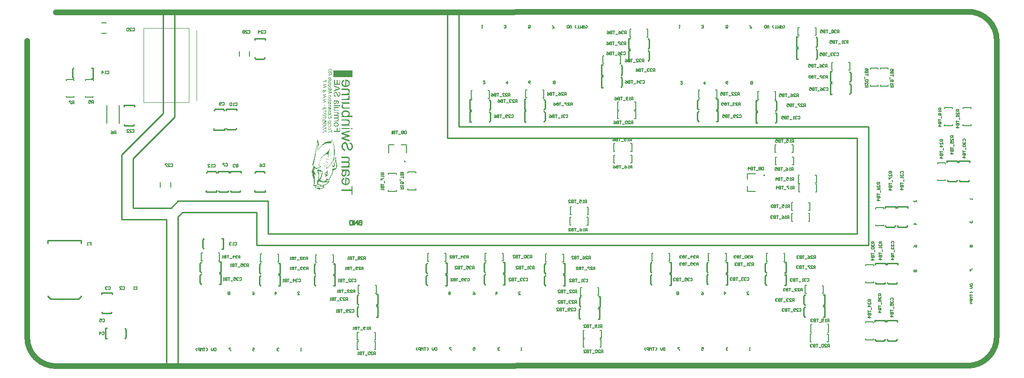
<source format=gbo>
G04*
G04 #@! TF.GenerationSoftware,Altium Limited,Altium Designer,22.8.2 (66)*
G04*
G04 Layer_Color=32896*
%FSLAX44Y44*%
%MOMM*%
G71*
G04*
G04 #@! TF.SameCoordinates,3B6084FD-5DD7-4A75-9D95-E8563ACB50C0*
G04*
G04*
G04 #@! TF.FilePolarity,Positive*
G04*
G01*
G75*
%ADD11C,0.2000*%
%ADD13C,0.2540*%
%ADD14C,0.1270*%
%ADD15C,0.1500*%
%ADD16C,0.1500*%
%ADD18C,1.0000*%
%ADD19C,0.0254*%
%ADD20C,0.0500*%
%ADD103R,3.4290X1.2700*%
G36*
X540370Y404247D02*
X540537D01*
Y403746D01*
X540704D01*
Y403579D01*
X540537D01*
Y403746D01*
X540370D01*
Y403579D01*
X540203D01*
Y403079D01*
X540036D01*
Y401910D01*
X539869D01*
Y400742D01*
X539702D01*
Y399907D01*
X539535D01*
Y399407D01*
X539369D01*
Y399240D01*
X539202D01*
Y398572D01*
X539035D01*
Y398071D01*
X538868D01*
Y397570D01*
X538701D01*
Y397237D01*
X538534D01*
Y396903D01*
X538367D01*
Y396736D01*
X533526D01*
Y396569D01*
X532191D01*
Y396402D01*
X532024D01*
Y396235D01*
X530855D01*
Y396068D01*
X530021D01*
Y395901D01*
X529186D01*
Y395734D01*
X528685D01*
Y395567D01*
X528519D01*
Y395400D01*
X528018D01*
Y395233D01*
X527517D01*
Y395066D01*
X527016D01*
Y394900D01*
X526516D01*
Y394733D01*
X526349D01*
Y394566D01*
X526015D01*
Y394399D01*
X525681D01*
Y394232D01*
X525347D01*
Y394065D01*
X525180D01*
Y393898D01*
X525013D01*
Y393731D01*
X524679D01*
Y393564D01*
X524512D01*
Y393397D01*
X524012D01*
Y393064D01*
X523678D01*
Y392896D01*
X523511D01*
Y392730D01*
X523344D01*
Y392563D01*
X523010D01*
Y392229D01*
X522843D01*
Y392062D01*
X522509D01*
Y391895D01*
X522342D01*
Y391728D01*
X522176D01*
Y391561D01*
X522009D01*
Y391394D01*
X521842D01*
Y391227D01*
X521675D01*
Y391060D01*
X521508D01*
Y390894D01*
X521341D01*
Y390727D01*
X521174D01*
Y390560D01*
X521007D01*
Y390393D01*
X520840D01*
Y390226D01*
X520673D01*
Y390059D01*
X520506D01*
Y389725D01*
X520339D01*
Y389558D01*
X520173D01*
Y389391D01*
X519839D01*
Y389057D01*
X519672D01*
Y388890D01*
X519505D01*
Y388723D01*
X519338D01*
Y388557D01*
X519171D01*
Y388390D01*
X519004D01*
Y388223D01*
X518837D01*
Y387889D01*
X518670D01*
Y387722D01*
X518336D01*
Y387555D01*
X518169D01*
Y387221D01*
X518003D01*
Y387054D01*
X517836D01*
Y386887D01*
X517502D01*
Y386720D01*
X517335D01*
Y386387D01*
X517168D01*
Y386220D01*
X517001D01*
Y386053D01*
X516667D01*
Y385886D01*
X516500D01*
Y385719D01*
X516333D01*
Y385552D01*
X516166D01*
Y385385D01*
X515832D01*
Y385218D01*
X515499D01*
Y385051D01*
X515332D01*
Y384884D01*
X514831D01*
Y384551D01*
X514497D01*
Y384717D01*
X514664D01*
Y385719D01*
X514831D01*
Y387722D01*
X514998D01*
Y392730D01*
X514831D01*
Y394733D01*
X514664D01*
Y396068D01*
X514497D01*
Y397070D01*
X514330D01*
Y397403D01*
X514163D01*
Y397737D01*
X514330D01*
Y397904D01*
X514163D01*
Y398238D01*
X513996D01*
Y399073D01*
X513829D01*
Y399573D01*
X513496D01*
Y399407D01*
X513329D01*
Y399907D01*
X513496D01*
Y400742D01*
X513663D01*
Y402077D01*
X513829D01*
Y403746D01*
X513996D01*
Y403579D01*
X514163D01*
Y403079D01*
X514330D01*
Y402912D01*
X514497D01*
Y402578D01*
X514664D01*
Y402077D01*
X514831D01*
Y401743D01*
X514998D01*
Y401243D01*
X515165D01*
Y400742D01*
X515332D01*
Y400575D01*
X515499D01*
Y399907D01*
X515666D01*
Y399407D01*
X515832D01*
Y398739D01*
X515999D01*
Y398572D01*
X516166D01*
Y397737D01*
X516333D01*
Y397070D01*
X516500D01*
Y396235D01*
X516667D01*
Y395233D01*
X516834D01*
Y395066D01*
X517001D01*
Y394900D01*
X516834D01*
Y394733D01*
X517001D01*
Y393898D01*
X517168D01*
Y393230D01*
X517001D01*
Y393898D01*
X516834D01*
Y394065D01*
X516667D01*
Y394566D01*
X516500D01*
Y395066D01*
X516333D01*
Y395233D01*
X515999D01*
Y394566D01*
X516166D01*
Y394399D01*
X515999D01*
Y394232D01*
X516166D01*
Y393397D01*
X515999D01*
Y393230D01*
X516166D01*
Y392730D01*
X515999D01*
Y392563D01*
X516166D01*
Y392396D01*
X515999D01*
Y391561D01*
X515832D01*
Y389725D01*
X515666D01*
Y388223D01*
X515499D01*
Y386887D01*
X515332D01*
Y386220D01*
X515165D01*
Y386053D01*
X515332D01*
Y385886D01*
X515666D01*
Y386053D01*
X515999D01*
Y386220D01*
X516166D01*
Y386387D01*
X516333D01*
Y386553D01*
X516667D01*
Y386720D01*
X516834D01*
Y386887D01*
X517001D01*
Y387054D01*
X517168D01*
Y387221D01*
X517335D01*
Y387388D01*
X517502D01*
Y387555D01*
X517669D01*
Y387722D01*
X517836D01*
Y387889D01*
X518003D01*
Y388056D01*
X518169D01*
Y388223D01*
X518336D01*
Y388390D01*
X518503D01*
Y388557D01*
X518670D01*
Y388890D01*
X518837D01*
Y389057D01*
X519004D01*
Y389224D01*
X519171D01*
Y389391D01*
X519338D01*
Y389558D01*
X519505D01*
Y389892D01*
X519672D01*
Y390059D01*
X519839D01*
Y390226D01*
X520006D01*
Y390560D01*
X520173D01*
Y390727D01*
X520339D01*
Y390894D01*
X520506D01*
Y391060D01*
X520673D01*
Y391394D01*
X520840D01*
Y391561D01*
X521007D01*
Y391728D01*
X521174D01*
Y391895D01*
X521341D01*
Y392229D01*
X521508D01*
Y392396D01*
X521675D01*
Y392563D01*
X521842D01*
Y392730D01*
X522009D01*
Y392896D01*
X522176D01*
Y393064D01*
X522342D01*
Y393230D01*
X522509D01*
Y393397D01*
X522676D01*
Y393564D01*
X522843D01*
Y393731D01*
X523010D01*
Y394065D01*
X523177D01*
Y394232D01*
X523344D01*
Y394399D01*
X523678D01*
Y394733D01*
X523845D01*
Y394900D01*
X524012D01*
Y395066D01*
X524179D01*
Y395233D01*
X524512D01*
Y395400D01*
X524679D01*
Y395567D01*
X524846D01*
Y395734D01*
X525013D01*
Y395901D01*
X525180D01*
Y396068D01*
X525347D01*
Y396235D01*
X525514D01*
Y396402D01*
X525681D01*
Y396569D01*
X525848D01*
Y396736D01*
X526182D01*
Y396903D01*
X526516D01*
Y397070D01*
X526682D01*
Y397237D01*
X526849D01*
Y397403D01*
X527183D01*
Y397570D01*
X527517D01*
Y397737D01*
X527684D01*
Y397904D01*
X528185D01*
Y398071D01*
X528352D01*
Y398238D01*
X528685D01*
Y398405D01*
X529186D01*
Y398572D01*
X529687D01*
Y398739D01*
X530188D01*
Y398906D01*
X530522D01*
Y399073D01*
X531022D01*
Y399240D01*
X531857D01*
Y399407D01*
X533026D01*
Y399573D01*
X534361D01*
Y399740D01*
X535362D01*
Y399907D01*
X535529D01*
Y399740D01*
X535696D01*
Y399907D01*
X535863D01*
Y399740D01*
X536030D01*
Y399907D01*
X536197D01*
Y399740D01*
X536364D01*
Y399907D01*
X536531D01*
Y399740D01*
X536698D01*
Y399907D01*
X536865D01*
Y399740D01*
X537032D01*
Y399907D01*
X537198D01*
Y399740D01*
X537365D01*
Y399907D01*
X537532D01*
Y399740D01*
X538367D01*
Y400074D01*
X538534D01*
Y400241D01*
X538701D01*
Y400575D01*
X538868D01*
Y401076D01*
X539035D01*
Y401409D01*
X539202D01*
Y401743D01*
X539369D01*
Y402077D01*
X539535D01*
Y402578D01*
X539702D01*
Y403246D01*
X539869D01*
Y403746D01*
X540036D01*
Y404581D01*
X540203D01*
Y404748D01*
X540370D01*
Y404247D01*
D02*
G37*
G36*
X540871Y402745D02*
X541038D01*
Y402578D01*
X541205D01*
Y402077D01*
X541371D01*
Y401409D01*
X541539D01*
Y400742D01*
X541705D01*
Y400241D01*
X541872D01*
Y399740D01*
X542039D01*
Y399240D01*
X542206D01*
Y398739D01*
X542373D01*
Y398071D01*
X542540D01*
Y397403D01*
X542707D01*
Y397070D01*
X542874D01*
Y396402D01*
X543041D01*
Y395567D01*
X543208D01*
Y394566D01*
X543375D01*
Y393898D01*
X543541D01*
Y393397D01*
X543708D01*
Y393230D01*
X543541D01*
Y393064D01*
X543708D01*
Y392396D01*
X543875D01*
Y391394D01*
X544042D01*
Y390226D01*
X544209D01*
Y388723D01*
X544376D01*
Y388223D01*
X544543D01*
Y386387D01*
X544710D01*
Y383549D01*
X544877D01*
Y378708D01*
X544710D01*
Y375871D01*
X544543D01*
Y374034D01*
X544376D01*
Y373534D01*
X544209D01*
Y372198D01*
X544042D01*
Y371197D01*
X543875D01*
Y370195D01*
X543708D01*
Y369528D01*
X543541D01*
Y369027D01*
X543375D01*
Y368359D01*
X543208D01*
Y367691D01*
X543708D01*
Y368025D01*
X543875D01*
Y368192D01*
X544042D01*
Y368526D01*
X544209D01*
Y368693D01*
X544376D01*
Y368860D01*
X544543D01*
Y369027D01*
X544710D01*
Y369194D01*
X544877D01*
Y369528D01*
X545044D01*
Y369695D01*
X545211D01*
Y369861D01*
X545378D01*
Y370028D01*
X545545D01*
Y370195D01*
X545712D01*
Y370529D01*
X545878D01*
Y370696D01*
X546045D01*
Y370863D01*
X546212D01*
Y371030D01*
X546379D01*
Y371364D01*
X546546D01*
Y371531D01*
X546713D01*
Y371698D01*
X546880D01*
Y371865D01*
X547047D01*
Y372198D01*
X547214D01*
Y372365D01*
X547381D01*
Y372031D01*
X547214D01*
Y369695D01*
X547047D01*
Y367024D01*
X547214D01*
Y364854D01*
X547381D01*
Y363518D01*
X547548D01*
Y362517D01*
X547715D01*
Y362183D01*
X547882D01*
Y361515D01*
X548048D01*
Y360848D01*
X548215D01*
Y360180D01*
X548382D01*
Y359512D01*
X548549D01*
Y359011D01*
X548716D01*
Y358511D01*
X548883D01*
Y357676D01*
X549050D01*
Y354505D01*
X548883D01*
Y353837D01*
X548716D01*
Y353503D01*
X548549D01*
Y353169D01*
X548382D01*
Y352668D01*
X548215D01*
Y352335D01*
X548048D01*
Y352001D01*
X547882D01*
Y351834D01*
X547715D01*
Y351667D01*
X547548D01*
Y351333D01*
X547381D01*
Y351166D01*
X547214D01*
Y350999D01*
X547047D01*
Y350832D01*
X546880D01*
Y350665D01*
X546713D01*
Y350499D01*
X546546D01*
Y350332D01*
X546379D01*
Y350165D01*
X546212D01*
Y349998D01*
X545878D01*
Y349831D01*
X545545D01*
Y349664D01*
X545378D01*
Y349497D01*
X545044D01*
Y349330D01*
X544543D01*
Y349163D01*
X543875D01*
Y348996D01*
X543041D01*
Y348829D01*
X542540D01*
Y348662D01*
X542373D01*
Y347661D01*
X542206D01*
Y346659D01*
X542039D01*
Y346158D01*
X541872D01*
Y345658D01*
X541705D01*
Y345157D01*
X541539D01*
Y344489D01*
X541371D01*
Y343822D01*
X541205D01*
Y343321D01*
X541038D01*
Y343154D01*
X540871D01*
Y342653D01*
X540704D01*
Y342152D01*
X540537D01*
Y341652D01*
X540370D01*
Y341318D01*
X540203D01*
Y340984D01*
X540036D01*
Y340483D01*
X539869D01*
Y340149D01*
X539702D01*
Y339815D01*
X539535D01*
Y339315D01*
X539369D01*
Y339148D01*
X539202D01*
Y338814D01*
X539035D01*
Y338480D01*
X538868D01*
Y337979D01*
X538701D01*
Y337812D01*
X538534D01*
Y337479D01*
X538367D01*
Y337145D01*
X538200D01*
Y336644D01*
X538033D01*
Y336477D01*
X537866D01*
Y336143D01*
X537699D01*
Y335976D01*
X537532D01*
Y335643D01*
X537365D01*
Y335309D01*
X537198D01*
Y334975D01*
X537032D01*
Y334641D01*
X536865D01*
Y334474D01*
X536698D01*
Y334140D01*
X536531D01*
Y333806D01*
X536364D01*
Y333473D01*
X536197D01*
Y333306D01*
X536030D01*
Y333139D01*
X535863D01*
Y332805D01*
X535696D01*
Y332471D01*
X535529D01*
Y332137D01*
X535362D01*
Y331970D01*
X535195D01*
Y331803D01*
X535028D01*
Y331469D01*
X534862D01*
Y331302D01*
X534695D01*
Y330969D01*
X534528D01*
Y330802D01*
X534194D01*
Y330635D01*
X534027D01*
Y330468D01*
X533860D01*
Y330301D01*
X533192D01*
Y330134D01*
X532859D01*
Y330301D01*
X532358D01*
Y330468D01*
X532024D01*
Y330635D01*
X531857D01*
Y330802D01*
X531690D01*
Y330969D01*
X531022D01*
Y330635D01*
X530855D01*
Y330301D01*
X530689D01*
Y330134D01*
X530522D01*
Y329800D01*
X530355D01*
Y329466D01*
X530188D01*
Y329300D01*
X530021D01*
Y328966D01*
X529854D01*
Y328799D01*
X529687D01*
Y328465D01*
X529520D01*
Y328298D01*
X531690D01*
Y328465D01*
X532525D01*
Y328632D01*
X533359D01*
Y328799D01*
X533860D01*
Y328966D01*
X534194D01*
Y329133D01*
X534695D01*
Y329300D01*
X535362D01*
Y329466D01*
X535696D01*
Y329633D01*
X535863D01*
Y329300D01*
X535696D01*
Y328966D01*
X535529D01*
Y328632D01*
X535362D01*
Y328465D01*
X535195D01*
Y328298D01*
X535028D01*
Y327964D01*
X534862D01*
Y327630D01*
X534695D01*
Y327463D01*
X534528D01*
Y327296D01*
X534361D01*
Y327130D01*
X534194D01*
Y326963D01*
X534027D01*
Y326629D01*
X533860D01*
Y326462D01*
X533693D01*
Y326295D01*
X533526D01*
Y326128D01*
X533359D01*
Y325961D01*
X533192D01*
Y325794D01*
X533026D01*
Y325627D01*
X532859D01*
Y325460D01*
X532525D01*
Y325293D01*
X532358D01*
Y325126D01*
X532191D01*
Y324959D01*
X532024D01*
Y324793D01*
X531857D01*
Y324626D01*
X531690D01*
Y324459D01*
X531356D01*
Y324292D01*
X531189D01*
Y324125D01*
X530855D01*
Y323958D01*
X530689D01*
Y323791D01*
X530355D01*
Y323624D01*
X530021D01*
Y323457D01*
X529854D01*
Y323290D01*
X529520D01*
Y323123D01*
X529186D01*
Y322957D01*
X529019D01*
Y322789D01*
X528519D01*
Y322623D01*
X528185D01*
Y322456D01*
X527851D01*
Y322289D01*
X527517D01*
Y322122D01*
X527183D01*
Y321955D01*
X526516D01*
Y321788D01*
X525848D01*
Y321621D01*
X525681D01*
Y321454D01*
X525514D01*
Y320620D01*
X525681D01*
Y319785D01*
X525848D01*
Y318950D01*
X526015D01*
Y317782D01*
X525848D01*
Y317281D01*
X525681D01*
Y316947D01*
X525514D01*
Y316780D01*
X524846D01*
Y316613D01*
X524512D01*
Y316446D01*
X524179D01*
Y316280D01*
X523678D01*
Y316113D01*
X523177D01*
Y315946D01*
X522676D01*
Y315779D01*
X522176D01*
Y315612D01*
X522009D01*
Y315445D01*
X521508D01*
Y315278D01*
X520840D01*
Y315111D01*
X520173D01*
Y314944D01*
X519505D01*
Y314777D01*
X518837D01*
Y314610D01*
X515999D01*
Y314777D01*
X515832D01*
Y314610D01*
X515499D01*
Y314777D01*
X515165D01*
Y314944D01*
X514330D01*
Y315111D01*
X513663D01*
Y315278D01*
X513329D01*
Y315445D01*
X512828D01*
Y315612D01*
X512661D01*
Y315779D01*
X512327D01*
Y315946D01*
X511993D01*
Y316113D01*
X511826D01*
Y316280D01*
X511660D01*
Y316446D01*
X511326D01*
Y316780D01*
X511159D01*
Y316947D01*
X510825D01*
Y317114D01*
X510658D01*
Y317448D01*
X510491D01*
Y317615D01*
X510324D01*
Y317949D01*
X510157D01*
Y318116D01*
X509990D01*
Y318950D01*
X510157D01*
Y319618D01*
X510324D01*
Y319785D01*
X510157D01*
Y319952D01*
X509990D01*
Y320119D01*
X508989D01*
Y320286D01*
X508488D01*
Y320453D01*
X508154D01*
Y320620D01*
X507987D01*
Y320787D01*
X507653D01*
Y320953D01*
X507320D01*
Y321120D01*
X507153D01*
Y321287D01*
X506986D01*
Y321788D01*
X507153D01*
Y322289D01*
X507320D01*
Y322789D01*
X507486D01*
Y323457D01*
X507653D01*
Y323958D01*
X507820D01*
Y324959D01*
X507987D01*
Y327463D01*
X508154D01*
Y328632D01*
X507987D01*
Y330802D01*
X507820D01*
Y331970D01*
X507653D01*
Y332137D01*
X507486D01*
Y332304D01*
X507653D01*
Y332471D01*
X507486D01*
Y332972D01*
X507320D01*
Y333473D01*
X507153D01*
Y334140D01*
X506986D01*
Y334641D01*
X506819D01*
Y334808D01*
X506652D01*
Y335309D01*
X506485D01*
Y335809D01*
X506318D01*
Y336477D01*
X506151D01*
Y336978D01*
X505984D01*
Y337479D01*
X505817D01*
Y337979D01*
X505650D01*
Y338814D01*
X505483D01*
Y339982D01*
X505317D01*
Y340817D01*
X505150D01*
Y341652D01*
X504983D01*
Y343488D01*
X504816D01*
Y346659D01*
X504482D01*
Y346325D01*
X504315D01*
Y346158D01*
X504148D01*
Y345825D01*
X503981D01*
Y345491D01*
X503814D01*
Y345324D01*
X503647D01*
Y344990D01*
X503480D01*
Y344823D01*
X503313D01*
Y344656D01*
X503147D01*
Y344990D01*
X503313D01*
Y345324D01*
X503480D01*
Y345491D01*
X503647D01*
Y345825D01*
X503814D01*
Y346325D01*
X503981D01*
Y346659D01*
X504148D01*
Y346993D01*
X504315D01*
Y347160D01*
X504482D01*
Y347661D01*
X504649D01*
Y347995D01*
X504816D01*
Y348495D01*
X504983D01*
Y348829D01*
X505150D01*
Y348996D01*
X505317D01*
Y349497D01*
X505483D01*
Y350165D01*
X505650D01*
Y350665D01*
X505817D01*
Y350999D01*
X505984D01*
Y351333D01*
X506151D01*
Y351834D01*
X506318D01*
Y352502D01*
X506485D01*
Y353169D01*
X506652D01*
Y353837D01*
X506819D01*
Y354004D01*
X506986D01*
Y354838D01*
X507153D01*
Y356007D01*
X507320D01*
Y356508D01*
X507153D01*
Y356675D01*
X506986D01*
Y356842D01*
X506652D01*
Y357008D01*
X506485D01*
Y357175D01*
X506318D01*
Y357342D01*
X506151D01*
Y357509D01*
X505817D01*
Y357676D01*
X505650D01*
Y357843D01*
X505483D01*
Y358010D01*
X505317D01*
Y358177D01*
X505150D01*
Y358344D01*
X504983D01*
Y358511D01*
X505150D01*
Y358678D01*
X505317D01*
Y359178D01*
X505483D01*
Y359679D01*
X505650D01*
Y360347D01*
X505817D01*
Y360681D01*
X505984D01*
Y361181D01*
X506151D01*
Y361682D01*
X506318D01*
Y362350D01*
X506485D01*
Y363018D01*
X506652D01*
Y363518D01*
X506819D01*
Y363852D01*
X506986D01*
Y364520D01*
X507153D01*
Y365354D01*
X507320D01*
Y366022D01*
X507486D01*
Y366690D01*
X507653D01*
Y367191D01*
X507820D01*
Y367858D01*
X507987D01*
Y368693D01*
X508154D01*
Y369695D01*
X508321D01*
Y370195D01*
X508488D01*
Y370696D01*
X508655D01*
Y371531D01*
X508822D01*
Y372532D01*
X508989D01*
Y373367D01*
X509156D01*
Y374034D01*
X509323D01*
Y374702D01*
X509490D01*
Y375704D01*
X509656D01*
Y376705D01*
X509823D01*
Y377707D01*
X509990D01*
Y378541D01*
X510157D01*
Y379042D01*
X510324D01*
Y380210D01*
X510491D01*
Y381212D01*
X510658D01*
Y382380D01*
X510825D01*
Y383048D01*
X510992D01*
Y383215D01*
X510825D01*
Y383382D01*
X510992D01*
Y383883D01*
X511159D01*
Y385051D01*
X511326D01*
Y386220D01*
X511493D01*
Y387388D01*
X511660D01*
Y388557D01*
X511826D01*
Y389057D01*
X511993D01*
Y390226D01*
X512160D01*
Y391561D01*
X512327D01*
Y392896D01*
X512494D01*
Y393731D01*
X512661D01*
Y393898D01*
X512494D01*
Y394065D01*
X512661D01*
Y394566D01*
X512828D01*
Y395901D01*
X512995D01*
Y397237D01*
X513162D01*
Y398739D01*
X513329D01*
Y397570D01*
X513496D01*
Y397403D01*
X513329D01*
Y396903D01*
X513162D01*
Y393731D01*
X512995D01*
Y391394D01*
X512828D01*
Y389391D01*
X512661D01*
Y389224D01*
X512494D01*
Y389057D01*
X512661D01*
Y388890D01*
X512494D01*
Y387054D01*
X512327D01*
Y385552D01*
X512160D01*
Y383883D01*
X511993D01*
Y383549D01*
X511826D01*
Y383382D01*
X511993D01*
Y383215D01*
X511826D01*
Y383048D01*
X511993D01*
Y382881D01*
X511826D01*
Y382714D01*
X511993D01*
Y382547D01*
X511826D01*
Y382047D01*
X511660D01*
Y380878D01*
X511493D01*
Y379376D01*
X511326D01*
Y378207D01*
X511159D01*
Y376872D01*
X510992D01*
Y376705D01*
X510825D01*
Y375537D01*
X510658D01*
Y374368D01*
X510491D01*
Y373200D01*
X510324D01*
Y372532D01*
X510157D01*
Y372365D01*
X510324D01*
Y372198D01*
X510157D01*
Y372031D01*
X509990D01*
Y370863D01*
X509823D01*
Y369695D01*
X509656D01*
Y368860D01*
X509490D01*
Y367858D01*
X509323D01*
Y367524D01*
X509156D01*
Y366690D01*
X508989D01*
Y365855D01*
X508822D01*
Y364854D01*
X508655D01*
Y364186D01*
X508488D01*
Y364019D01*
X508655D01*
Y363852D01*
X508488D01*
Y363685D01*
X508321D01*
Y362851D01*
X508154D01*
Y361849D01*
X507987D01*
Y361181D01*
X507820D01*
Y360347D01*
X507653D01*
Y360180D01*
X507486D01*
Y359345D01*
X507320D01*
Y358511D01*
X507153D01*
Y357676D01*
X506986D01*
Y357008D01*
X507153D01*
Y356675D01*
X507320D01*
Y356508D01*
X507486D01*
Y356341D01*
X507653D01*
Y356174D01*
X507820D01*
Y356007D01*
X507987D01*
Y355840D01*
X508154D01*
Y355673D01*
X508321D01*
Y355506D01*
X508488D01*
Y355339D01*
X508655D01*
Y355172D01*
X508822D01*
Y355005D01*
X508989D01*
Y354838D01*
X509156D01*
Y354672D01*
X509323D01*
Y354505D01*
X509490D01*
Y354338D01*
X509823D01*
Y354171D01*
X509990D01*
Y354004D01*
X510157D01*
Y353837D01*
X510324D01*
Y353670D01*
X510491D01*
Y353503D01*
X510825D01*
Y353336D01*
X511159D01*
Y353169D01*
X511493D01*
Y352835D01*
X511826D01*
Y352668D01*
X512494D01*
Y352502D01*
X513829D01*
Y352668D01*
X514831D01*
Y352835D01*
X515499D01*
Y353002D01*
X515666D01*
Y353169D01*
X515832D01*
Y353002D01*
X515999D01*
Y353169D01*
X516166D01*
Y353336D01*
X516667D01*
Y353503D01*
X517168D01*
Y353670D01*
X517669D01*
Y353837D01*
X517836D01*
Y354004D01*
X518003D01*
Y353837D01*
X518169D01*
Y354171D01*
X518670D01*
Y354338D01*
X519004D01*
Y354505D01*
X519171D01*
Y355005D01*
X518670D01*
Y355172D01*
X518336D01*
Y355339D01*
X518003D01*
Y355506D01*
X517669D01*
Y355673D01*
X517502D01*
Y355840D01*
X517168D01*
Y356007D01*
X517001D01*
Y356174D01*
X516667D01*
Y356675D01*
X516500D01*
Y357175D01*
X516333D01*
Y358177D01*
X516500D01*
Y359011D01*
X516667D01*
Y359846D01*
X516834D01*
Y360013D01*
X517001D01*
Y360514D01*
X517168D01*
Y361015D01*
X517335D01*
Y361682D01*
X517502D01*
Y362016D01*
X517669D01*
Y362183D01*
X517836D01*
Y362684D01*
X518003D01*
Y363351D01*
X518169D01*
Y363685D01*
X518336D01*
Y364186D01*
X518503D01*
Y364353D01*
X518670D01*
Y364854D01*
X518837D01*
Y365354D01*
X519004D01*
Y365855D01*
X519171D01*
Y366022D01*
X519338D01*
Y366189D01*
X519171D01*
Y366356D01*
X519338D01*
Y366523D01*
X519505D01*
Y367024D01*
X519672D01*
Y367524D01*
X519839D01*
Y368025D01*
X520006D01*
Y368526D01*
X520339D01*
Y369027D01*
X520506D01*
Y369361D01*
X520673D01*
Y369695D01*
X520840D01*
Y370028D01*
X521007D01*
Y370195D01*
X521174D01*
Y370696D01*
X521341D01*
Y370863D01*
X521508D01*
Y371197D01*
X521675D01*
Y371531D01*
X522009D01*
Y371865D01*
X522176D01*
Y372031D01*
X522342D01*
Y372365D01*
X522509D01*
Y372532D01*
X522676D01*
Y372699D01*
X522843D01*
Y372866D01*
X523010D01*
Y373200D01*
X523177D01*
Y373367D01*
X523344D01*
Y373534D01*
X523678D01*
Y373701D01*
X523845D01*
Y374034D01*
X524012D01*
Y374201D01*
X524179D01*
Y374368D01*
X524512D01*
Y374535D01*
X524679D01*
Y374702D01*
X524846D01*
Y374869D01*
X525013D01*
Y375036D01*
X525347D01*
Y375203D01*
X525514D01*
Y375370D01*
X525681D01*
Y375537D01*
X525848D01*
Y375704D01*
X526015D01*
Y375871D01*
X526349D01*
Y376037D01*
X526516D01*
Y376204D01*
X526849D01*
Y376371D01*
X527016D01*
Y376538D01*
X527183D01*
Y376705D01*
X527350D01*
Y376872D01*
X527684D01*
Y377039D01*
X528018D01*
Y377373D01*
X528185D01*
Y377540D01*
X528519D01*
Y377707D01*
X528685D01*
Y377874D01*
X528852D01*
Y378041D01*
X529019D01*
Y378207D01*
X529186D01*
Y378374D01*
X529520D01*
Y378541D01*
X529687D01*
Y378708D01*
X529854D01*
Y378875D01*
X530021D01*
Y379042D01*
X530188D01*
Y379209D01*
X530355D01*
Y379376D01*
X530522D01*
Y379543D01*
X530689D01*
Y379710D01*
X530855D01*
Y379877D01*
X531022D01*
Y380044D01*
X531189D01*
Y380210D01*
X531356D01*
Y380377D01*
X531523D01*
Y380711D01*
X531690D01*
Y380878D01*
X532024D01*
Y381212D01*
X532191D01*
Y381379D01*
X532358D01*
Y381713D01*
X532525D01*
Y381880D01*
X532859D01*
Y382214D01*
X533026D01*
Y382547D01*
X533192D01*
Y382714D01*
X533359D01*
Y382881D01*
X533526D01*
Y383048D01*
X533693D01*
Y383382D01*
X533860D01*
Y383716D01*
X534027D01*
Y384050D01*
X534194D01*
Y384384D01*
X534361D01*
Y384551D01*
X534528D01*
Y384717D01*
X534695D01*
Y385051D01*
X534862D01*
Y385552D01*
X535028D01*
Y385886D01*
X535362D01*
Y385552D01*
X535195D01*
Y385385D01*
X535362D01*
Y385218D01*
X535529D01*
Y384551D01*
X535362D01*
Y384717D01*
X534862D01*
Y382714D01*
X534695D01*
Y380711D01*
X534528D01*
Y379042D01*
X534361D01*
Y378541D01*
X534194D01*
Y376705D01*
X534027D01*
Y375203D01*
X533860D01*
Y373534D01*
X533693D01*
Y372532D01*
X533526D01*
Y372365D01*
X533693D01*
Y372198D01*
X533526D01*
Y371698D01*
X533359D01*
Y370529D01*
X533192D01*
Y369027D01*
X533026D01*
Y367691D01*
X532859D01*
Y366356D01*
X532692D01*
Y366189D01*
X532525D01*
Y364854D01*
X532358D01*
Y363518D01*
X532191D01*
Y362350D01*
X532024D01*
Y361849D01*
X531857D01*
Y361682D01*
X532024D01*
Y361515D01*
X531857D01*
Y361348D01*
X532024D01*
Y361181D01*
X531857D01*
Y360681D01*
X531690D01*
Y359679D01*
X531523D01*
Y358511D01*
X531356D01*
Y357342D01*
X531189D01*
Y356174D01*
X531022D01*
Y356007D01*
X530855D01*
Y354838D01*
X530689D01*
Y353837D01*
X530522D01*
Y352502D01*
X530855D01*
Y352668D01*
X531022D01*
Y352835D01*
X531189D01*
Y353002D01*
X531523D01*
Y353169D01*
X531690D01*
Y353336D01*
X532024D01*
Y353503D01*
X532191D01*
Y353670D01*
X532358D01*
Y353837D01*
X532525D01*
Y354004D01*
X532692D01*
Y354171D01*
X532859D01*
Y354338D01*
X533026D01*
Y354505D01*
X533192D01*
Y354672D01*
X533359D01*
Y354838D01*
X533526D01*
Y355005D01*
X533693D01*
Y355172D01*
X534027D01*
Y355339D01*
X534194D01*
Y355506D01*
X534361D01*
Y355673D01*
X534528D01*
Y355840D01*
X534695D01*
Y356007D01*
X534862D01*
Y356341D01*
X535028D01*
Y356508D01*
X535195D01*
Y356675D01*
X535362D01*
Y356842D01*
X535529D01*
Y357008D01*
X535696D01*
Y357175D01*
X535863D01*
Y357342D01*
X536030D01*
Y357509D01*
X536197D01*
Y357676D01*
X536364D01*
Y357843D01*
X536531D01*
Y358177D01*
X536698D01*
Y358344D01*
X537032D01*
Y358678D01*
X537198D01*
Y358845D01*
X537365D01*
Y359178D01*
X537532D01*
Y359345D01*
X537699D01*
Y359512D01*
X537866D01*
Y359679D01*
X538033D01*
Y360013D01*
X538200D01*
Y360180D01*
X538367D01*
Y360347D01*
X538534D01*
Y360514D01*
X538701D01*
Y360848D01*
X538868D01*
Y361015D01*
X539035D01*
Y362684D01*
X539202D01*
Y363185D01*
X539035D01*
Y366523D01*
X538868D01*
Y368192D01*
X539035D01*
Y366523D01*
X539202D01*
Y364019D01*
X539369D01*
Y363518D01*
X539535D01*
Y362517D01*
X539869D01*
Y362851D01*
X540036D01*
Y363185D01*
X540203D01*
Y363351D01*
X540370D01*
Y363685D01*
X540537D01*
Y364019D01*
X540704D01*
Y364520D01*
X540871D01*
Y364687D01*
X541038D01*
Y365021D01*
X541205D01*
Y365354D01*
X541371D01*
Y366022D01*
X541539D01*
Y366523D01*
X541705D01*
Y366857D01*
X541872D01*
Y367191D01*
X542039D01*
Y367858D01*
X542206D01*
Y368526D01*
X542373D01*
Y369361D01*
X542540D01*
Y369695D01*
X542707D01*
Y369861D01*
X542540D01*
Y370028D01*
X542707D01*
Y370362D01*
X542874D01*
Y371030D01*
X543041D01*
Y372365D01*
X543208D01*
Y373701D01*
X543375D01*
Y375537D01*
X543541D01*
Y376037D01*
X543708D01*
Y385886D01*
X543541D01*
Y386053D01*
X543375D01*
Y388557D01*
X543208D01*
Y390393D01*
X543041D01*
Y391895D01*
X542874D01*
Y393230D01*
X542707D01*
Y393564D01*
X542540D01*
Y393731D01*
X542707D01*
Y393898D01*
X542540D01*
Y394065D01*
X542707D01*
Y394232D01*
X542540D01*
Y394733D01*
X542373D01*
Y395901D01*
X542206D01*
Y397070D01*
X542039D01*
Y398071D01*
X541872D01*
Y398238D01*
X541705D01*
Y399240D01*
X541539D01*
Y400074D01*
X541371D01*
Y401076D01*
X541205D01*
Y401743D01*
X541038D01*
Y402077D01*
X540871D01*
Y402745D01*
X540704D01*
Y403246D01*
X540871D01*
Y402745D01*
D02*
G37*
G36*
X535696Y383883D02*
X535863D01*
Y383048D01*
X536030D01*
Y382881D01*
X536197D01*
Y382047D01*
X536364D01*
Y381379D01*
X536531D01*
Y380544D01*
X536364D01*
Y381379D01*
X536197D01*
Y382047D01*
X536030D01*
Y382380D01*
X535863D01*
Y383048D01*
X535696D01*
Y383883D01*
X535529D01*
Y384384D01*
X535696D01*
Y383883D01*
D02*
G37*
G36*
X536698Y379543D02*
X536865D01*
Y379376D01*
X537032D01*
Y378541D01*
X537198D01*
Y377707D01*
X537365D01*
Y376872D01*
X537198D01*
Y377707D01*
X537032D01*
Y378541D01*
X536865D01*
Y378708D01*
X536698D01*
Y379543D01*
X536531D01*
Y380377D01*
X536698D01*
Y379543D01*
D02*
G37*
G36*
X537532Y375704D02*
X537866D01*
Y374702D01*
X538033D01*
Y373534D01*
X538200D01*
Y372532D01*
X538033D01*
Y373534D01*
X537866D01*
Y374702D01*
X537699D01*
Y374869D01*
X537532D01*
Y375704D01*
X537365D01*
Y376705D01*
X537532D01*
Y375704D01*
D02*
G37*
G36*
X538367Y371197D02*
X538534D01*
Y371030D01*
X538701D01*
Y369695D01*
X538868D01*
Y368359D01*
X538701D01*
Y369695D01*
X538534D01*
Y369861D01*
X538367D01*
Y371197D01*
X538200D01*
Y372365D01*
X538367D01*
Y371197D01*
D02*
G37*
G36*
X530014Y505124D02*
X529278Y504964D01*
Y507146D01*
X523510Y505945D01*
Y506808D01*
X529278Y508008D01*
Y510123D01*
X530014Y510275D01*
Y505124D01*
D02*
G37*
G36*
X524423Y502029D02*
X523510Y501834D01*
Y502739D01*
X524423Y502942D01*
Y502029D01*
D02*
G37*
G36*
X530014Y500743D02*
X526191Y499948D01*
X525870Y499880D01*
X525557Y499821D01*
X525269Y499770D01*
X525142Y499745D01*
X525016Y499728D01*
X524906Y499711D01*
X524796Y499694D01*
X524711Y499677D01*
X524635Y499669D01*
X524576Y499652D01*
X524525D01*
X524500Y499643D01*
X524491D01*
X524762Y499567D01*
X524999Y499491D01*
X525202Y499423D01*
X525286Y499398D01*
X525371Y499373D01*
X525438Y499347D01*
X525506Y499322D01*
X525557Y499305D01*
X525608Y499288D01*
X525642Y499280D01*
X525667Y499271D01*
X525675Y499263D01*
X525684D01*
X525988Y499144D01*
X526301Y499017D01*
X526623Y498891D01*
X526775Y498831D01*
X526919Y498772D01*
X527054Y498713D01*
X527172Y498662D01*
X527291Y498611D01*
X527384Y498569D01*
X527460Y498544D01*
X527519Y498518D01*
X527561Y498502D01*
X527570Y498493D01*
X530014Y497427D01*
Y496505D01*
X523510Y495144D01*
Y495989D01*
X527468Y496810D01*
X527807Y496878D01*
X528120Y496937D01*
X528264Y496962D01*
X528399Y496987D01*
X528526Y497004D01*
X528644Y497030D01*
X528754Y497047D01*
X528847Y497055D01*
X528932Y497072D01*
X529008Y497080D01*
X529059Y497089D01*
X529101Y497098D01*
X529126D01*
X529135D01*
X528805Y497207D01*
X528475Y497326D01*
X528162Y497436D01*
X528010Y497495D01*
X527874Y497546D01*
X527748Y497597D01*
X527629Y497647D01*
X527528Y497690D01*
X527435Y497723D01*
X527367Y497749D01*
X527308Y497774D01*
X527274Y497783D01*
X527265Y497791D01*
X523510Y499364D01*
Y500244D01*
X530014Y501589D01*
Y500743D01*
D02*
G37*
G36*
X526293Y491397D02*
X526098Y491287D01*
X525921Y491177D01*
X525760Y491067D01*
X525625Y490974D01*
X525506Y490889D01*
X525422Y490830D01*
X525396Y490805D01*
X525371Y490788D01*
X525362Y490771D01*
X525354D01*
X525489Y490669D01*
X525625Y490568D01*
X525912Y490373D01*
X526200Y490187D01*
X526479Y490018D01*
X526597Y489942D01*
X526716Y489874D01*
X526826Y489815D01*
X526910Y489764D01*
X526986Y489722D01*
X527046Y489688D01*
X527079Y489671D01*
X527088Y489663D01*
X527181Y489832D01*
X527265Y489993D01*
X527350Y490136D01*
X527435Y490263D01*
X527511Y490382D01*
X527587Y490492D01*
X527663Y490585D01*
X527722Y490661D01*
X527790Y490737D01*
X527841Y490796D01*
X527883Y490847D01*
X527925Y490881D01*
X527959Y490914D01*
X527984Y490931D01*
X527993Y490948D01*
X528001D01*
X528162Y491058D01*
X528323Y491143D01*
X528466Y491202D01*
X528602Y491236D01*
X528712Y491261D01*
X528796Y491270D01*
X528830Y491278D01*
X528856D01*
X528864D01*
X528872D01*
X528965D01*
X529059Y491261D01*
X529228Y491219D01*
X529380Y491151D01*
X529507Y491084D01*
X529608Y491016D01*
X529684Y490948D01*
X529735Y490906D01*
X529752Y490898D01*
Y490889D01*
X529820Y490813D01*
X529879Y490737D01*
X529964Y490568D01*
X530031Y490399D01*
X530082Y490238D01*
X530107Y490103D01*
X530116Y490035D01*
Y489984D01*
X530124Y489942D01*
Y489883D01*
X530116Y489722D01*
X530090Y489561D01*
X530057Y489426D01*
X530014Y489299D01*
X529972Y489198D01*
X529938Y489121D01*
X529913Y489071D01*
X529904Y489062D01*
Y489054D01*
X529820Y488918D01*
X529718Y488800D01*
X529617Y488699D01*
X529524Y488614D01*
X529439Y488546D01*
X529363Y488504D01*
X529321Y488470D01*
X529312Y488462D01*
X529304D01*
X529160Y488394D01*
X529025Y488343D01*
X528898Y488309D01*
X528788Y488284D01*
X528686Y488267D01*
X528619Y488259D01*
X528568D01*
X528559D01*
X528551D01*
X528450D01*
X528348Y488267D01*
X528255Y488276D01*
X528179Y488293D01*
X528111Y488301D01*
X528060Y488309D01*
X528027Y488318D01*
X528018D01*
X527942Y488343D01*
X527841Y488386D01*
X527722Y488428D01*
X527612Y488479D01*
X527502Y488521D01*
X527418Y488563D01*
X527384Y488580D01*
X527359Y488588D01*
X527342Y488597D01*
X527333D01*
X527232Y488386D01*
X527139Y488199D01*
X527054Y488047D01*
X526978Y487920D01*
X526910Y487819D01*
X526859Y487751D01*
X526826Y487709D01*
X526817Y487692D01*
X526699Y487548D01*
X526572Y487430D01*
X526454Y487320D01*
X526343Y487235D01*
X526250Y487168D01*
X526174Y487125D01*
X526124Y487091D01*
X526115Y487083D01*
X526107D01*
X525954Y487015D01*
X525794Y486973D01*
X525642Y486939D01*
X525498Y486914D01*
X525379Y486897D01*
X525278Y486888D01*
X525244D01*
X525219D01*
X525202D01*
X525193D01*
X525049Y486897D01*
X524914Y486914D01*
X524779Y486939D01*
X524660Y486973D01*
X524432Y487058D01*
X524330Y487108D01*
X524246Y487159D01*
X524161Y487210D01*
X524094Y487261D01*
X524026Y487303D01*
X523975Y487345D01*
X523933Y487379D01*
X523908Y487404D01*
X523891Y487421D01*
X523882Y487430D01*
X523789Y487531D01*
X523713Y487650D01*
X523645Y487760D01*
X523586Y487878D01*
X523535Y488005D01*
X523493Y488123D01*
X523434Y488352D01*
X523409Y488453D01*
X523392Y488546D01*
X523383Y488639D01*
X523375Y488715D01*
X523366Y488775D01*
Y488859D01*
X523375Y489037D01*
X523392Y489198D01*
X523417Y489350D01*
X523451Y489477D01*
X523476Y489578D01*
X523502Y489663D01*
X523518Y489713D01*
X523527Y489730D01*
X523603Y489883D01*
X523688Y490052D01*
X523789Y490204D01*
X523899Y490356D01*
X523992Y490492D01*
X524034Y490542D01*
X524068Y490593D01*
X524102Y490635D01*
X524128Y490661D01*
X524136Y490678D01*
X524144Y490686D01*
X523992Y490805D01*
X523848Y490923D01*
X523722Y491050D01*
X523603Y491160D01*
X523502Y491261D01*
X523425Y491346D01*
X523400Y491380D01*
X523375Y491405D01*
X523366Y491413D01*
X523358Y491422D01*
X523831Y492031D01*
X524017Y491862D01*
X524187Y491718D01*
X524339Y491591D01*
X524466Y491481D01*
X524576Y491397D01*
X524652Y491337D01*
X524703Y491304D01*
X524720Y491287D01*
X524939Y491464D01*
X525159Y491625D01*
X525362Y491760D01*
X525548Y491879D01*
X525625Y491930D01*
X525701Y491972D01*
X525768Y492006D01*
X525827Y492039D01*
X525870Y492056D01*
X525904Y492073D01*
X525921Y492090D01*
X525929D01*
X526293Y491397D01*
D02*
G37*
G36*
X530014Y483082D02*
X526191Y482287D01*
X525870Y482220D01*
X525557Y482160D01*
X525269Y482109D01*
X525142Y482084D01*
X525016Y482067D01*
X524906Y482050D01*
X524796Y482033D01*
X524711Y482016D01*
X524635Y482008D01*
X524576Y481991D01*
X524525D01*
X524500Y481983D01*
X524491D01*
X524762Y481907D01*
X524999Y481830D01*
X525202Y481763D01*
X525286Y481737D01*
X525371Y481712D01*
X525438Y481687D01*
X525506Y481661D01*
X525557Y481644D01*
X525608Y481627D01*
X525642Y481619D01*
X525667Y481610D01*
X525675Y481602D01*
X525684D01*
X525988Y481484D01*
X526301Y481357D01*
X526623Y481230D01*
X526775Y481171D01*
X526919Y481111D01*
X527054Y481052D01*
X527172Y481002D01*
X527291Y480951D01*
X527384Y480909D01*
X527460Y480883D01*
X527519Y480858D01*
X527561Y480841D01*
X527570Y480832D01*
X530014Y479767D01*
Y478845D01*
X523510Y477483D01*
Y478329D01*
X527468Y479149D01*
X527807Y479217D01*
X528120Y479276D01*
X528264Y479301D01*
X528399Y479327D01*
X528526Y479344D01*
X528644Y479369D01*
X528754Y479386D01*
X528847Y479394D01*
X528932Y479411D01*
X529008Y479420D01*
X529059Y479428D01*
X529101Y479437D01*
X529126D01*
X529135D01*
X528805Y479547D01*
X528475Y479665D01*
X528162Y479775D01*
X528010Y479834D01*
X527874Y479885D01*
X527748Y479936D01*
X527629Y479986D01*
X527528Y480029D01*
X527435Y480063D01*
X527367Y480088D01*
X527308Y480113D01*
X527274Y480122D01*
X527265Y480130D01*
X523510Y481703D01*
Y482583D01*
X530014Y483928D01*
Y483082D01*
D02*
G37*
G36*
X524423Y475284D02*
X523510Y475089D01*
Y475994D01*
X524423Y476197D01*
Y475284D01*
D02*
G37*
G36*
X530014Y473998D02*
X526191Y473203D01*
X525870Y473135D01*
X525557Y473076D01*
X525269Y473025D01*
X525142Y473000D01*
X525016Y472983D01*
X524906Y472966D01*
X524796Y472949D01*
X524711Y472932D01*
X524635Y472924D01*
X524576Y472907D01*
X524525D01*
X524500Y472898D01*
X524491D01*
X524762Y472822D01*
X524999Y472746D01*
X525202Y472679D01*
X525286Y472653D01*
X525371Y472628D01*
X525438Y472603D01*
X525506Y472577D01*
X525557Y472560D01*
X525608Y472543D01*
X525642Y472535D01*
X525667Y472526D01*
X525675Y472518D01*
X525684D01*
X525988Y472399D01*
X526301Y472273D01*
X526623Y472146D01*
X526775Y472087D01*
X526919Y472027D01*
X527054Y471968D01*
X527172Y471917D01*
X527291Y471867D01*
X527384Y471824D01*
X527460Y471799D01*
X527519Y471774D01*
X527561Y471757D01*
X527570Y471748D01*
X530014Y470682D01*
Y469761D01*
X523510Y468399D01*
Y469245D01*
X527468Y470065D01*
X527807Y470133D01*
X528120Y470192D01*
X528264Y470217D01*
X528399Y470243D01*
X528526Y470260D01*
X528644Y470285D01*
X528754Y470302D01*
X528847Y470310D01*
X528932Y470327D01*
X529008Y470336D01*
X529059Y470344D01*
X529101Y470353D01*
X529126D01*
X529135D01*
X528805Y470463D01*
X528475Y470581D01*
X528162Y470691D01*
X528010Y470750D01*
X527874Y470801D01*
X527748Y470852D01*
X527629Y470902D01*
X527528Y470945D01*
X527435Y470979D01*
X527367Y471004D01*
X527308Y471029D01*
X527274Y471038D01*
X527265Y471046D01*
X523510Y472619D01*
Y473499D01*
X530014Y474844D01*
Y473998D01*
D02*
G37*
G36*
X526267Y463053D02*
X525464Y462884D01*
Y465337D01*
X526267Y465498D01*
Y463053D01*
D02*
G37*
G36*
X528492Y459941D02*
X528619Y459924D01*
X528737Y459907D01*
X528847Y459873D01*
X529050Y459788D01*
X529219Y459704D01*
X529295Y459653D01*
X529363Y459611D01*
X529414Y459568D01*
X529465Y459526D01*
X529498Y459492D01*
X529524Y459475D01*
X529541Y459459D01*
X529549Y459450D01*
X529634Y459357D01*
X529710Y459255D01*
X529777Y459146D01*
X529837Y459044D01*
X529879Y458934D01*
X529921Y458824D01*
X529981Y458621D01*
X529997Y458528D01*
X530014Y458435D01*
X530023Y458359D01*
X530031Y458291D01*
X530040Y458232D01*
Y458156D01*
X530031Y458021D01*
X530023Y457885D01*
X529972Y457631D01*
X529904Y457412D01*
X529862Y457310D01*
X529820Y457217D01*
X529777Y457132D01*
X529735Y457065D01*
X529701Y456997D01*
X529668Y456946D01*
X529642Y456904D01*
X529617Y456870D01*
X529608Y456853D01*
X529600Y456845D01*
X529515Y456743D01*
X529422Y456659D01*
X529219Y456498D01*
X529016Y456371D01*
X528813Y456270D01*
X528720Y456227D01*
X528636Y456194D01*
X528559Y456160D01*
X528492Y456143D01*
X528433Y456126D01*
X528390Y456109D01*
X528365Y456101D01*
X528357D01*
X528196Y456887D01*
X528399Y456930D01*
X528577Y456997D01*
X528729Y457065D01*
X528856Y457141D01*
X528957Y457209D01*
X529025Y457268D01*
X529067Y457310D01*
X529084Y457327D01*
X529185Y457462D01*
X529262Y457598D01*
X529321Y457724D01*
X529355Y457843D01*
X529380Y457944D01*
X529389Y458029D01*
X529397Y458080D01*
Y458097D01*
X529380Y458257D01*
X529346Y458401D01*
X529295Y458528D01*
X529245Y458638D01*
X529185Y458731D01*
X529135Y458799D01*
X529101Y458833D01*
X529084Y458849D01*
X528965Y458951D01*
X528839Y459027D01*
X528712Y459078D01*
X528593Y459120D01*
X528492Y459137D01*
X528407Y459146D01*
X528373Y459154D01*
X528348D01*
X528340D01*
X528331D01*
X528247D01*
X528154Y459137D01*
X528001Y459095D01*
X527858Y459036D01*
X527739Y458968D01*
X527646Y458900D01*
X527570Y458841D01*
X527528Y458799D01*
X527511Y458790D01*
Y458782D01*
X527401Y458630D01*
X527316Y458460D01*
X527265Y458291D01*
X527223Y458114D01*
X527198Y457961D01*
X527189Y457894D01*
Y457843D01*
X527181Y457792D01*
Y457648D01*
X527189Y457581D01*
X527198Y457522D01*
Y457505D01*
X526530Y457369D01*
X526538Y457437D01*
Y457488D01*
X526547Y457538D01*
Y457623D01*
X526530Y457818D01*
X526496Y457995D01*
X526445Y458139D01*
X526394Y458266D01*
X526335Y458367D01*
X526284Y458435D01*
X526250Y458477D01*
X526233Y458494D01*
X526107Y458604D01*
X525980Y458689D01*
X525844Y458748D01*
X525718Y458782D01*
X525608Y458807D01*
X525523Y458816D01*
X525489Y458824D01*
X525464D01*
X525447D01*
X525438D01*
X525337Y458816D01*
X525235Y458807D01*
X525058Y458756D01*
X524889Y458689D01*
X524745Y458604D01*
X524627Y458520D01*
X524542Y458452D01*
X524508Y458427D01*
X524483Y458401D01*
X524474Y458393D01*
X524466Y458384D01*
X524390Y458300D01*
X524330Y458215D01*
X524271Y458130D01*
X524221Y458037D01*
X524144Y457868D01*
X524094Y457708D01*
X524068Y457564D01*
X524060Y457505D01*
X524051Y457454D01*
X524043Y457412D01*
Y457352D01*
X524051Y457175D01*
X524085Y457023D01*
X524136Y456887D01*
X524187Y456769D01*
X524237Y456676D01*
X524288Y456617D01*
X524322Y456574D01*
X524330Y456557D01*
X524390Y456507D01*
X524457Y456456D01*
X524610Y456371D01*
X524770Y456304D01*
X524931Y456253D01*
X525083Y456211D01*
X525142Y456194D01*
X525202Y456185D01*
X525244Y456177D01*
X525278D01*
X525303Y456168D01*
X525312D01*
X525210Y455390D01*
X525058Y455407D01*
X524914Y455432D01*
X524779Y455466D01*
X524652Y455508D01*
X524533Y455559D01*
X524432Y455610D01*
X524330Y455661D01*
X524237Y455712D01*
X524161Y455762D01*
X524094Y455813D01*
X524026Y455864D01*
X523984Y455906D01*
X523941Y455940D01*
X523916Y455965D01*
X523899Y455982D01*
X523891Y455991D01*
X523806Y456092D01*
X523730Y456211D01*
X523662Y456320D01*
X523611Y456439D01*
X523561Y456566D01*
X523518Y456684D01*
X523459Y456912D01*
X523442Y457014D01*
X523425Y457107D01*
X523417Y457200D01*
X523409Y457276D01*
X523400Y457336D01*
Y457420D01*
X523409Y457589D01*
X523425Y457750D01*
X523459Y457902D01*
X523502Y458054D01*
X523544Y458190D01*
X523603Y458317D01*
X523662Y458435D01*
X523722Y458545D01*
X523781Y458647D01*
X523831Y458731D01*
X523891Y458807D01*
X523933Y458866D01*
X523975Y458917D01*
X524009Y458959D01*
X524026Y458976D01*
X524034Y458985D01*
X524161Y459103D01*
X524288Y459205D01*
X524415Y459289D01*
X524542Y459365D01*
X524669Y459433D01*
X524796Y459484D01*
X524914Y459526D01*
X525033Y459560D01*
X525142Y459585D01*
X525235Y459611D01*
X525328Y459628D01*
X525405Y459636D01*
X525464Y459645D01*
X525506D01*
X525540D01*
X525548D01*
X525701Y459636D01*
X525836Y459611D01*
X525963Y459585D01*
X526073Y459552D01*
X526157Y459509D01*
X526225Y459484D01*
X526267Y459459D01*
X526284Y459450D01*
X526403Y459374D01*
X526504Y459281D01*
X526597Y459188D01*
X526682Y459095D01*
X526741Y459010D01*
X526792Y458942D01*
X526826Y458900D01*
X526834Y458892D01*
Y458883D01*
X526936Y459069D01*
X527037Y459230D01*
X527139Y459365D01*
X527240Y459484D01*
X527325Y459568D01*
X527401Y459628D01*
X527443Y459670D01*
X527460Y459678D01*
X527612Y459771D01*
X527765Y459839D01*
X527917Y459881D01*
X528060Y459915D01*
X528179Y459932D01*
X528280Y459949D01*
X528314D01*
X528340D01*
X528357D01*
X528365D01*
X528492Y459941D01*
D02*
G37*
G36*
X528458Y454933D02*
X528619Y454908D01*
X528763Y454866D01*
X528889Y454832D01*
X528999Y454790D01*
X529084Y454747D01*
X529109Y454739D01*
X529135Y454722D01*
X529143Y454713D01*
X529152D01*
X529304Y454620D01*
X529431Y454510D01*
X529541Y454400D01*
X529634Y454291D01*
X529710Y454189D01*
X529761Y454113D01*
X529777Y454079D01*
X529794Y454054D01*
X529803Y454045D01*
Y454037D01*
X529879Y453868D01*
X529938Y453690D01*
X529981Y453521D01*
X530014Y453369D01*
X530031Y453233D01*
Y453174D01*
X530040Y453123D01*
Y453030D01*
X530031Y452878D01*
X530014Y452734D01*
X529997Y452599D01*
X529964Y452472D01*
X529921Y452345D01*
X529879Y452235D01*
X529837Y452125D01*
X529794Y452032D01*
X529744Y451948D01*
X529701Y451871D01*
X529659Y451804D01*
X529617Y451753D01*
X529583Y451711D01*
X529566Y451677D01*
X529549Y451660D01*
X529541Y451651D01*
X529439Y451550D01*
X529338Y451465D01*
X529228Y451381D01*
X529118Y451313D01*
X528999Y451246D01*
X528889Y451195D01*
X528670Y451110D01*
X528568Y451076D01*
X528475Y451051D01*
X528390Y451026D01*
X528314Y451009D01*
X528255Y451000D01*
X528213Y450992D01*
X528179Y450983D01*
X528171D01*
X528060Y451770D01*
X528187Y451795D01*
X528306Y451829D01*
X528416Y451871D01*
X528509Y451905D01*
X528686Y451990D01*
X528830Y452066D01*
X528940Y452134D01*
X529016Y452201D01*
X529059Y452235D01*
X529076Y452252D01*
X529185Y452387D01*
X529262Y452523D01*
X529321Y452650D01*
X529355Y452776D01*
X529380Y452886D01*
X529389Y452971D01*
X529397Y453005D01*
Y453047D01*
X529380Y453216D01*
X529346Y453369D01*
X529295Y453495D01*
X529245Y453614D01*
X529185Y453698D01*
X529135Y453766D01*
X529101Y453808D01*
X529084Y453825D01*
X528965Y453935D01*
X528830Y454011D01*
X528703Y454071D01*
X528585Y454104D01*
X528483Y454130D01*
X528399Y454138D01*
X528365Y454147D01*
X528340D01*
X528331D01*
X528323D01*
X528221Y454138D01*
X528128Y454130D01*
X528044Y454113D01*
X527976Y454096D01*
X527908Y454071D01*
X527866Y454054D01*
X527832Y454045D01*
X527824Y454037D01*
X527697Y453978D01*
X527578Y453901D01*
X527468Y453825D01*
X527359Y453741D01*
X527274Y453673D01*
X527206Y453614D01*
X527164Y453572D01*
X527147Y453555D01*
X527096Y453504D01*
X527046Y453453D01*
X526927Y453326D01*
X526809Y453182D01*
X526690Y453039D01*
X526572Y452912D01*
X526530Y452853D01*
X526487Y452802D01*
X526454Y452760D01*
X526428Y452726D01*
X526411Y452709D01*
X526403Y452700D01*
X526250Y452514D01*
X526115Y452345D01*
X525988Y452184D01*
X525870Y452041D01*
X525760Y451914D01*
X525667Y451795D01*
X525574Y451694D01*
X525498Y451609D01*
X525430Y451533D01*
X525371Y451465D01*
X525328Y451415D01*
X525286Y451372D01*
X525261Y451339D01*
X525235Y451313D01*
X525227Y451305D01*
X525219Y451296D01*
X525083Y451169D01*
X524956Y451051D01*
X524829Y450950D01*
X524720Y450865D01*
X524618Y450806D01*
X524542Y450755D01*
X524491Y450721D01*
X524483Y450713D01*
X524474D01*
X524322Y450637D01*
X524161Y450569D01*
X524001Y450510D01*
X523848Y450459D01*
X523713Y450425D01*
X523654Y450408D01*
X523603Y450400D01*
X523569Y450383D01*
X523535D01*
X523518Y450374D01*
X523510D01*
Y454240D01*
X524246Y454400D01*
Y451491D01*
X524347Y451550D01*
X524440Y451618D01*
X524542Y451694D01*
X524627Y451762D01*
X524694Y451821D01*
X524753Y451871D01*
X524787Y451914D01*
X524804Y451922D01*
X524922Y452049D01*
X525058Y452184D01*
X525185Y452337D01*
X525312Y452481D01*
X525413Y452607D01*
X525464Y452667D01*
X525506Y452717D01*
X525540Y452751D01*
X525565Y452785D01*
X525574Y452802D01*
X525582Y452810D01*
X525777Y453056D01*
X525963Y453284D01*
X526124Y453479D01*
X526276Y453656D01*
X526411Y453808D01*
X526530Y453944D01*
X526631Y454062D01*
X526724Y454164D01*
X526809Y454248D01*
X526876Y454316D01*
X526936Y454367D01*
X526978Y454409D01*
X527012Y454443D01*
X527037Y454460D01*
X527046Y454477D01*
X527054D01*
X527164Y454561D01*
X527274Y454629D01*
X527392Y454697D01*
X527502Y454747D01*
X527705Y454832D01*
X527900Y454883D01*
X527984Y454899D01*
X528060Y454916D01*
X528128Y454925D01*
X528187Y454933D01*
X528230Y454942D01*
X528272D01*
X528289D01*
X528297D01*
X528458Y454933D01*
D02*
G37*
G36*
X528069Y449918D02*
X528247Y449901D01*
X528416Y449884D01*
X528568Y449850D01*
X528712Y449808D01*
X528847Y449765D01*
X528965Y449723D01*
X529076Y449681D01*
X529169Y449630D01*
X529253Y449588D01*
X529321Y449546D01*
X529380Y449503D01*
X529422Y449469D01*
X529456Y449452D01*
X529473Y449436D01*
X529482Y449427D01*
X529583Y449334D01*
X529668Y449232D01*
X529744Y449131D01*
X529803Y449021D01*
X529862Y448919D01*
X529904Y448818D01*
X529972Y448615D01*
X529997Y448531D01*
X530014Y448446D01*
X530023Y448370D01*
X530031Y448311D01*
X530040Y448260D01*
Y448184D01*
X530031Y448040D01*
X530023Y447913D01*
X529997Y447795D01*
X529972Y447685D01*
X529947Y447600D01*
X529930Y447541D01*
X529913Y447499D01*
X529904Y447482D01*
X529845Y447363D01*
X529777Y447253D01*
X529710Y447143D01*
X529642Y447050D01*
X529575Y446966D01*
X529524Y446907D01*
X529490Y446864D01*
X529473Y446847D01*
X529355Y446729D01*
X529228Y446610D01*
X529092Y446509D01*
X528965Y446416D01*
X528856Y446331D01*
X528763Y446272D01*
X528729Y446255D01*
X528703Y446238D01*
X528686Y446221D01*
X528678D01*
X528475Y446111D01*
X528255Y446010D01*
X528027Y445917D01*
X527807Y445841D01*
X527705Y445807D01*
X527612Y445773D01*
X527528Y445748D01*
X527460Y445722D01*
X527401Y445705D01*
X527350Y445689D01*
X527325Y445680D01*
X527316D01*
X527003Y445596D01*
X526690Y445536D01*
X526411Y445494D01*
X526284Y445477D01*
X526157Y445469D01*
X526048Y445452D01*
X525946D01*
X525861Y445443D01*
X525785Y445435D01*
X525726D01*
X525675D01*
X525650D01*
X525642D01*
X525438Y445443D01*
X525252Y445460D01*
X525075Y445477D01*
X524914Y445511D01*
X524770Y445553D01*
X524627Y445596D01*
X524508Y445638D01*
X524390Y445689D01*
X524297Y445731D01*
X524204Y445773D01*
X524136Y445815D01*
X524077Y445858D01*
X524026Y445891D01*
X523992Y445908D01*
X523975Y445925D01*
X523967Y445934D01*
X523865Y446027D01*
X523781Y446128D01*
X523704Y446230D01*
X523637Y446340D01*
X523586Y446441D01*
X523535Y446543D01*
X523468Y446737D01*
X523451Y446830D01*
X523434Y446907D01*
X523417Y446983D01*
X523409Y447050D01*
X523400Y447101D01*
Y447169D01*
X523409Y447304D01*
X523417Y447431D01*
X523476Y447668D01*
X523552Y447879D01*
X523637Y448074D01*
X523679Y448150D01*
X523722Y448226D01*
X523764Y448285D01*
X523798Y448336D01*
X523831Y448378D01*
X523857Y448412D01*
X523865Y448429D01*
X523874Y448437D01*
X524001Y448573D01*
X524136Y448700D01*
X524280Y448810D01*
X524432Y448919D01*
X524736Y449123D01*
X524897Y449207D01*
X525041Y449283D01*
X525185Y449351D01*
X525320Y449410D01*
X525438Y449461D01*
X525540Y449503D01*
X525625Y449537D01*
X525692Y449562D01*
X525726Y449571D01*
X525743Y449579D01*
X526141Y449698D01*
X526521Y449782D01*
X526707Y449816D01*
X526885Y449841D01*
X527054Y449867D01*
X527206Y449884D01*
X527359Y449901D01*
X527485Y449909D01*
X527604Y449918D01*
X527697D01*
X527773Y449926D01*
X527832D01*
X527874D01*
X527883D01*
X528069Y449918D01*
D02*
G37*
G36*
X528458Y444834D02*
X528619Y444809D01*
X528763Y444767D01*
X528889Y444733D01*
X528999Y444690D01*
X529084Y444648D01*
X529109Y444640D01*
X529135Y444623D01*
X529143Y444614D01*
X529152D01*
X529304Y444521D01*
X529431Y444411D01*
X529541Y444301D01*
X529634Y444191D01*
X529710Y444090D01*
X529761Y444014D01*
X529777Y443980D01*
X529794Y443955D01*
X529803Y443946D01*
Y443938D01*
X529879Y443769D01*
X529938Y443591D01*
X529981Y443422D01*
X530014Y443270D01*
X530031Y443134D01*
Y443075D01*
X530040Y443024D01*
Y442931D01*
X530031Y442779D01*
X530014Y442635D01*
X529997Y442500D01*
X529964Y442373D01*
X529921Y442246D01*
X529879Y442136D01*
X529837Y442026D01*
X529794Y441933D01*
X529744Y441848D01*
X529701Y441772D01*
X529659Y441705D01*
X529617Y441654D01*
X529583Y441612D01*
X529566Y441578D01*
X529549Y441561D01*
X529541Y441553D01*
X529439Y441451D01*
X529338Y441366D01*
X529228Y441282D01*
X529118Y441214D01*
X528999Y441147D01*
X528889Y441096D01*
X528670Y441011D01*
X528568Y440977D01*
X528475Y440952D01*
X528390Y440927D01*
X528314Y440910D01*
X528255Y440901D01*
X528213Y440893D01*
X528179Y440884D01*
X528171D01*
X528060Y441671D01*
X528187Y441696D01*
X528306Y441730D01*
X528416Y441772D01*
X528509Y441806D01*
X528686Y441891D01*
X528830Y441967D01*
X528940Y442035D01*
X529016Y442102D01*
X529059Y442136D01*
X529076Y442153D01*
X529185Y442288D01*
X529262Y442424D01*
X529321Y442551D01*
X529355Y442677D01*
X529380Y442787D01*
X529389Y442872D01*
X529397Y442906D01*
Y442948D01*
X529380Y443117D01*
X529346Y443270D01*
X529295Y443396D01*
X529245Y443515D01*
X529185Y443599D01*
X529135Y443667D01*
X529101Y443709D01*
X529084Y443726D01*
X528965Y443836D01*
X528830Y443912D01*
X528703Y443971D01*
X528585Y444005D01*
X528483Y444031D01*
X528399Y444039D01*
X528365Y444048D01*
X528340D01*
X528331D01*
X528323D01*
X528221Y444039D01*
X528128Y444031D01*
X528044Y444014D01*
X527976Y443997D01*
X527908Y443971D01*
X527866Y443955D01*
X527832Y443946D01*
X527824Y443938D01*
X527697Y443879D01*
X527578Y443802D01*
X527468Y443726D01*
X527359Y443642D01*
X527274Y443574D01*
X527206Y443515D01*
X527164Y443473D01*
X527147Y443456D01*
X527096Y443405D01*
X527046Y443354D01*
X526927Y443227D01*
X526809Y443083D01*
X526690Y442940D01*
X526572Y442813D01*
X526530Y442753D01*
X526487Y442703D01*
X526454Y442660D01*
X526428Y442627D01*
X526411Y442610D01*
X526403Y442601D01*
X526250Y442415D01*
X526115Y442246D01*
X525988Y442085D01*
X525870Y441941D01*
X525760Y441815D01*
X525667Y441696D01*
X525574Y441595D01*
X525498Y441510D01*
X525430Y441434D01*
X525371Y441366D01*
X525328Y441316D01*
X525286Y441273D01*
X525261Y441240D01*
X525235Y441214D01*
X525227Y441206D01*
X525219Y441197D01*
X525083Y441070D01*
X524956Y440952D01*
X524829Y440850D01*
X524720Y440766D01*
X524618Y440707D01*
X524542Y440656D01*
X524491Y440622D01*
X524483Y440614D01*
X524474D01*
X524322Y440537D01*
X524161Y440470D01*
X524001Y440411D01*
X523848Y440360D01*
X523713Y440326D01*
X523654Y440309D01*
X523603Y440301D01*
X523569Y440284D01*
X523535D01*
X523518Y440275D01*
X523510D01*
Y444141D01*
X524246Y444301D01*
Y441392D01*
X524347Y441451D01*
X524440Y441519D01*
X524542Y441595D01*
X524627Y441662D01*
X524694Y441722D01*
X524753Y441772D01*
X524787Y441815D01*
X524804Y441823D01*
X524922Y441950D01*
X525058Y442085D01*
X525185Y442238D01*
X525312Y442381D01*
X525413Y442508D01*
X525464Y442567D01*
X525506Y442618D01*
X525540Y442652D01*
X525565Y442686D01*
X525574Y442703D01*
X525582Y442711D01*
X525777Y442957D01*
X525963Y443185D01*
X526124Y443379D01*
X526276Y443557D01*
X526411Y443709D01*
X526530Y443845D01*
X526631Y443963D01*
X526724Y444064D01*
X526809Y444149D01*
X526876Y444217D01*
X526936Y444268D01*
X526978Y444310D01*
X527012Y444344D01*
X527037Y444361D01*
X527046Y444378D01*
X527054D01*
X527164Y444462D01*
X527274Y444530D01*
X527392Y444597D01*
X527502Y444648D01*
X527705Y444733D01*
X527900Y444784D01*
X527984Y444800D01*
X528060Y444817D01*
X528128Y444826D01*
X528187Y444834D01*
X528230Y444843D01*
X528272D01*
X528289D01*
X528297D01*
X528458Y444834D01*
D02*
G37*
G36*
X530124Y440250D02*
X523400Y436757D01*
Y437450D01*
X530124Y440943D01*
Y440250D01*
D02*
G37*
G36*
X528585Y437315D02*
X528712Y437298D01*
X528839Y437264D01*
X528949Y437230D01*
X529059Y437197D01*
X529152Y437154D01*
X529245Y437112D01*
X529321Y437070D01*
X529389Y437027D01*
X529456Y436985D01*
X529507Y436951D01*
X529549Y436917D01*
X529583Y436892D01*
X529608Y436867D01*
X529617Y436858D01*
X529625Y436850D01*
X529701Y436765D01*
X529761Y436680D01*
X529820Y436596D01*
X529862Y436503D01*
X529938Y436317D01*
X529989Y436148D01*
X530014Y435995D01*
X530031Y435928D01*
Y435868D01*
X530040Y435826D01*
Y435759D01*
X530031Y435556D01*
X530006Y435369D01*
X529964Y435200D01*
X529921Y435057D01*
X529871Y434938D01*
X529837Y434845D01*
X529820Y434811D01*
X529803Y434786D01*
X529794Y434777D01*
Y434769D01*
X529693Y434608D01*
X529575Y434456D01*
X529439Y434312D01*
X529321Y434185D01*
X529202Y434084D01*
X529109Y433999D01*
X529076Y433974D01*
X529050Y433949D01*
X529033Y433940D01*
X529025Y433932D01*
X528822Y433788D01*
X528602Y433661D01*
X528382Y433551D01*
X528171Y433458D01*
X528077Y433416D01*
X527984Y433382D01*
X527908Y433348D01*
X527841Y433323D01*
X527781Y433297D01*
X527739Y433280D01*
X527714Y433272D01*
X527705D01*
X527316Y433162D01*
X526944Y433077D01*
X526766Y433044D01*
X526606Y433018D01*
X526445Y432993D01*
X526301Y432976D01*
X526166Y432959D01*
X526039Y432951D01*
X525938Y432942D01*
X525844D01*
X525777Y432934D01*
X525718D01*
X525684D01*
X525675D01*
X525481Y432942D01*
X525286Y432959D01*
X525117Y432984D01*
X524956Y433018D01*
X524804Y433060D01*
X524660Y433103D01*
X524542Y433153D01*
X524423Y433204D01*
X524322Y433246D01*
X524237Y433297D01*
X524161Y433340D01*
X524102Y433382D01*
X524051Y433416D01*
X524017Y433441D01*
X524001Y433458D01*
X523992Y433466D01*
X523891Y433568D01*
X523798Y433678D01*
X523722Y433788D01*
X523654Y433906D01*
X523595Y434016D01*
X523544Y434126D01*
X523502Y434236D01*
X523476Y434346D01*
X523451Y434439D01*
X523434Y434532D01*
X523417Y434608D01*
X523409Y434676D01*
X523400Y434735D01*
Y434811D01*
X523409Y434972D01*
X523425Y435133D01*
X523459Y435285D01*
X523510Y435420D01*
X523561Y435556D01*
X523611Y435682D01*
X523679Y435792D01*
X523738Y435902D01*
X523798Y435995D01*
X523865Y436080D01*
X523916Y436156D01*
X523975Y436215D01*
X524017Y436266D01*
X524051Y436300D01*
X524068Y436317D01*
X524077Y436325D01*
X524229Y436452D01*
X524381Y436562D01*
X524542Y436655D01*
X524703Y436740D01*
X524863Y436807D01*
X525024Y436867D01*
X525176Y436917D01*
X525320Y436951D01*
X525455Y436985D01*
X525582Y437010D01*
X525692Y437019D01*
X525785Y437036D01*
X525861D01*
X525921Y437044D01*
X525963D01*
X525971D01*
X526132Y437036D01*
X526276Y437027D01*
X526420Y437002D01*
X526547Y436968D01*
X526673Y436934D01*
X526783Y436892D01*
X526885Y436841D01*
X526978Y436799D01*
X527062Y436757D01*
X527139Y436706D01*
X527198Y436664D01*
X527248Y436630D01*
X527291Y436596D01*
X527316Y436579D01*
X527333Y436562D01*
X527342Y436554D01*
X527435Y436461D01*
X527511Y436359D01*
X527578Y436266D01*
X527638Y436156D01*
X527688Y436055D01*
X527722Y435953D01*
X527790Y435767D01*
X527807Y435674D01*
X527824Y435598D01*
X527832Y435522D01*
X527841Y435463D01*
X527849Y435403D01*
Y435336D01*
X527841Y435209D01*
X527824Y435090D01*
X527807Y434980D01*
X527781Y434879D01*
X527748Y434794D01*
X527731Y434727D01*
X527714Y434684D01*
X527705Y434668D01*
X527646Y434541D01*
X527578Y434422D01*
X527511Y434304D01*
X527443Y434211D01*
X527375Y434118D01*
X527325Y434058D01*
X527291Y434016D01*
X527282Y433999D01*
X527452Y434042D01*
X527621Y434092D01*
X527781Y434151D01*
X527934Y434211D01*
X528060Y434270D01*
X528120Y434295D01*
X528162Y434312D01*
X528204Y434329D01*
X528230Y434346D01*
X528247Y434355D01*
X528255D01*
X528450Y434456D01*
X528619Y434566D01*
X528763Y434668D01*
X528872Y434769D01*
X528965Y434854D01*
X529033Y434921D01*
X529067Y434963D01*
X529084Y434980D01*
X529177Y435116D01*
X529245Y435251D01*
X529295Y435369D01*
X529329Y435480D01*
X529346Y435573D01*
X529363Y435649D01*
Y435708D01*
X529355Y435826D01*
X529329Y435945D01*
X529287Y436038D01*
X529245Y436122D01*
X529202Y436190D01*
X529160Y436241D01*
X529135Y436274D01*
X529126Y436283D01*
X529025Y436368D01*
X528906Y436427D01*
X528788Y436478D01*
X528661Y436520D01*
X528551Y436545D01*
X528458Y436571D01*
X528424D01*
X528399Y436579D01*
X528382D01*
X528373D01*
X528441Y437332D01*
X528585Y437315D01*
D02*
G37*
G36*
X528069Y432248D02*
X528247Y432231D01*
X528416Y432215D01*
X528568Y432181D01*
X528712Y432138D01*
X528847Y432096D01*
X528965Y432054D01*
X529076Y432012D01*
X529169Y431961D01*
X529253Y431919D01*
X529321Y431876D01*
X529380Y431834D01*
X529422Y431800D01*
X529456Y431783D01*
X529473Y431766D01*
X529482Y431758D01*
X529583Y431665D01*
X529668Y431563D01*
X529744Y431462D01*
X529803Y431352D01*
X529862Y431250D01*
X529904Y431149D01*
X529972Y430946D01*
X529997Y430861D01*
X530014Y430777D01*
X530023Y430701D01*
X530031Y430641D01*
X530040Y430591D01*
Y430514D01*
X530031Y430371D01*
X530023Y430244D01*
X529997Y430125D01*
X529972Y430015D01*
X529947Y429931D01*
X529930Y429872D01*
X529913Y429829D01*
X529904Y429813D01*
X529845Y429694D01*
X529777Y429584D01*
X529710Y429474D01*
X529642Y429381D01*
X529575Y429296D01*
X529524Y429237D01*
X529490Y429195D01*
X529473Y429178D01*
X529355Y429060D01*
X529228Y428941D01*
X529092Y428840D01*
X528965Y428747D01*
X528856Y428662D01*
X528763Y428603D01*
X528729Y428586D01*
X528703Y428569D01*
X528686Y428552D01*
X528678D01*
X528475Y428442D01*
X528255Y428341D01*
X528027Y428248D01*
X527807Y428172D01*
X527705Y428138D01*
X527612Y428104D01*
X527528Y428078D01*
X527460Y428053D01*
X527401Y428036D01*
X527350Y428019D01*
X527325Y428011D01*
X527316D01*
X527003Y427926D01*
X526690Y427867D01*
X526411Y427825D01*
X526284Y427808D01*
X526157Y427799D01*
X526048Y427783D01*
X525946D01*
X525861Y427774D01*
X525785Y427766D01*
X525726D01*
X525675D01*
X525650D01*
X525642D01*
X525438Y427774D01*
X525252Y427791D01*
X525075Y427808D01*
X524914Y427842D01*
X524770Y427884D01*
X524627Y427926D01*
X524508Y427969D01*
X524390Y428019D01*
X524297Y428062D01*
X524204Y428104D01*
X524136Y428146D01*
X524077Y428189D01*
X524026Y428222D01*
X523992Y428239D01*
X523975Y428256D01*
X523967Y428265D01*
X523865Y428358D01*
X523781Y428459D01*
X523704Y428561D01*
X523637Y428671D01*
X523586Y428772D01*
X523535Y428874D01*
X523468Y429068D01*
X523451Y429161D01*
X523434Y429237D01*
X523417Y429313D01*
X523409Y429381D01*
X523400Y429432D01*
Y429500D01*
X523409Y429635D01*
X523417Y429762D01*
X523476Y429999D01*
X523552Y430210D01*
X523637Y430405D01*
X523679Y430481D01*
X523722Y430557D01*
X523764Y430616D01*
X523798Y430667D01*
X523831Y430709D01*
X523857Y430743D01*
X523865Y430760D01*
X523874Y430768D01*
X524001Y430904D01*
X524136Y431031D01*
X524280Y431140D01*
X524432Y431250D01*
X524736Y431453D01*
X524897Y431538D01*
X525041Y431614D01*
X525185Y431682D01*
X525320Y431741D01*
X525438Y431792D01*
X525540Y431834D01*
X525625Y431868D01*
X525692Y431893D01*
X525726Y431902D01*
X525743Y431910D01*
X526141Y432029D01*
X526521Y432113D01*
X526707Y432147D01*
X526885Y432172D01*
X527054Y432198D01*
X527206Y432215D01*
X527359Y432231D01*
X527485Y432240D01*
X527604Y432248D01*
X527697D01*
X527773Y432257D01*
X527832D01*
X527874D01*
X527883D01*
X528069Y432248D01*
D02*
G37*
G36*
X530124Y427630D02*
X523400Y424137D01*
Y424831D01*
X530124Y428324D01*
Y427630D01*
D02*
G37*
G36*
X529930Y420813D02*
X529194Y420661D01*
Y423892D01*
X528881Y423596D01*
X528559Y423317D01*
X528247Y423063D01*
X528094Y422944D01*
X527951Y422843D01*
X527815Y422741D01*
X527688Y422657D01*
X527578Y422581D01*
X527485Y422522D01*
X527409Y422471D01*
X527350Y422437D01*
X527316Y422412D01*
X527299Y422403D01*
X526885Y422166D01*
X526487Y421955D01*
X526301Y421862D01*
X526115Y421769D01*
X525938Y421693D01*
X525777Y421617D01*
X525633Y421549D01*
X525498Y421490D01*
X525379Y421447D01*
X525278Y421405D01*
X525193Y421371D01*
X525134Y421346D01*
X525100Y421337D01*
X525083Y421329D01*
X524753Y421211D01*
X524593Y421160D01*
X524449Y421109D01*
X524314Y421075D01*
X524178Y421033D01*
X524060Y420999D01*
X523950Y420974D01*
X523848Y420948D01*
X523764Y420931D01*
X523688Y420914D01*
X523628Y420906D01*
X523578Y420889D01*
X523544D01*
X523518Y420881D01*
X523510D01*
Y421718D01*
X523815Y421786D01*
X524110Y421870D01*
X524407Y421955D01*
X524703Y422048D01*
X524982Y422149D01*
X525252Y422259D01*
X525515Y422361D01*
X525751Y422462D01*
X525980Y422564D01*
X526183Y422657D01*
X526360Y422741D01*
X526513Y422817D01*
X526631Y422877D01*
X526682Y422902D01*
X526724Y422919D01*
X526758Y422936D01*
X526783Y422953D01*
X526792Y422961D01*
X526800D01*
X527071Y423114D01*
X527325Y423266D01*
X527561Y423427D01*
X527790Y423579D01*
X528001Y423740D01*
X528204Y423892D01*
X528382Y424035D01*
X528543Y424179D01*
X528695Y424306D01*
X528822Y424433D01*
X528932Y424535D01*
X529025Y424628D01*
X529101Y424704D01*
X529152Y424754D01*
X529185Y424797D01*
X529194Y424805D01*
X529930Y424949D01*
Y420813D01*
D02*
G37*
G36*
X528458Y419595D02*
X528619Y419570D01*
X528763Y419527D01*
X528889Y419493D01*
X528999Y419451D01*
X529084Y419409D01*
X529109Y419400D01*
X529135Y419384D01*
X529143Y419375D01*
X529152D01*
X529304Y419282D01*
X529431Y419172D01*
X529541Y419062D01*
X529634Y418952D01*
X529710Y418851D01*
X529761Y418774D01*
X529777Y418741D01*
X529794Y418715D01*
X529803Y418707D01*
Y418698D01*
X529879Y418529D01*
X529938Y418352D01*
X529981Y418182D01*
X530014Y418030D01*
X530031Y417895D01*
Y417836D01*
X530040Y417785D01*
Y417692D01*
X530031Y417540D01*
X530014Y417396D01*
X529997Y417261D01*
X529964Y417134D01*
X529921Y417007D01*
X529879Y416897D01*
X529837Y416787D01*
X529794Y416694D01*
X529744Y416609D01*
X529701Y416533D01*
X529659Y416465D01*
X529617Y416415D01*
X529583Y416372D01*
X529566Y416339D01*
X529549Y416322D01*
X529541Y416313D01*
X529439Y416212D01*
X529338Y416127D01*
X529228Y416043D01*
X529118Y415975D01*
X528999Y415907D01*
X528889Y415856D01*
X528670Y415772D01*
X528568Y415738D01*
X528475Y415713D01*
X528390Y415687D01*
X528314Y415670D01*
X528255Y415662D01*
X528213Y415653D01*
X528179Y415645D01*
X528171D01*
X528060Y416432D01*
X528187Y416457D01*
X528306Y416491D01*
X528416Y416533D01*
X528509Y416567D01*
X528686Y416651D01*
X528830Y416728D01*
X528940Y416795D01*
X529016Y416863D01*
X529059Y416897D01*
X529076Y416914D01*
X529185Y417049D01*
X529262Y417184D01*
X529321Y417311D01*
X529355Y417438D01*
X529380Y417548D01*
X529389Y417633D01*
X529397Y417667D01*
Y417709D01*
X529380Y417878D01*
X529346Y418030D01*
X529295Y418157D01*
X529245Y418275D01*
X529185Y418360D01*
X529135Y418428D01*
X529101Y418470D01*
X529084Y418487D01*
X528965Y418597D01*
X528830Y418673D01*
X528703Y418732D01*
X528585Y418766D01*
X528483Y418791D01*
X528399Y418800D01*
X528365Y418808D01*
X528340D01*
X528331D01*
X528323D01*
X528221Y418800D01*
X528128Y418791D01*
X528044Y418774D01*
X527976Y418758D01*
X527908Y418732D01*
X527866Y418715D01*
X527832Y418707D01*
X527824Y418698D01*
X527697Y418639D01*
X527578Y418563D01*
X527468Y418487D01*
X527359Y418402D01*
X527274Y418335D01*
X527206Y418275D01*
X527164Y418233D01*
X527147Y418216D01*
X527096Y418166D01*
X527046Y418115D01*
X526927Y417988D01*
X526809Y417844D01*
X526690Y417700D01*
X526572Y417574D01*
X526530Y417514D01*
X526487Y417463D01*
X526454Y417421D01*
X526428Y417387D01*
X526411Y417370D01*
X526403Y417362D01*
X526250Y417176D01*
X526115Y417007D01*
X525988Y416846D01*
X525870Y416702D01*
X525760Y416575D01*
X525667Y416457D01*
X525574Y416356D01*
X525498Y416271D01*
X525430Y416195D01*
X525371Y416127D01*
X525328Y416076D01*
X525286Y416034D01*
X525261Y416000D01*
X525235Y415975D01*
X525227Y415966D01*
X525219Y415958D01*
X525083Y415831D01*
X524956Y415713D01*
X524829Y415611D01*
X524720Y415527D01*
X524618Y415467D01*
X524542Y415417D01*
X524491Y415383D01*
X524483Y415374D01*
X524474D01*
X524322Y415298D01*
X524161Y415230D01*
X524001Y415171D01*
X523848Y415121D01*
X523713Y415087D01*
X523654Y415070D01*
X523603Y415061D01*
X523569Y415045D01*
X523535D01*
X523518Y415036D01*
X523510D01*
Y418901D01*
X524246Y419062D01*
Y416152D01*
X524347Y416212D01*
X524440Y416279D01*
X524542Y416356D01*
X524627Y416423D01*
X524694Y416482D01*
X524753Y416533D01*
X524787Y416575D01*
X524804Y416584D01*
X524922Y416711D01*
X525058Y416846D01*
X525185Y416998D01*
X525312Y417142D01*
X525413Y417269D01*
X525464Y417328D01*
X525506Y417379D01*
X525540Y417413D01*
X525565Y417447D01*
X525574Y417463D01*
X525582Y417472D01*
X525777Y417717D01*
X525963Y417946D01*
X526124Y418140D01*
X526276Y418318D01*
X526411Y418470D01*
X526530Y418605D01*
X526631Y418724D01*
X526724Y418825D01*
X526809Y418910D01*
X526876Y418978D01*
X526936Y419028D01*
X526978Y419071D01*
X527012Y419104D01*
X527037Y419121D01*
X527046Y419138D01*
X527054D01*
X527164Y419223D01*
X527274Y419291D01*
X527392Y419358D01*
X527502Y419409D01*
X527705Y419493D01*
X527900Y419544D01*
X527984Y419561D01*
X528060Y419578D01*
X528128Y419586D01*
X528187Y419595D01*
X528230Y419603D01*
X528272D01*
X528289D01*
X528297D01*
X528458Y419595D01*
D02*
G37*
G36*
X537959Y528570D02*
X538137Y528554D01*
X538306Y528537D01*
X538458Y528503D01*
X538602Y528461D01*
X538737Y528418D01*
X538856Y528376D01*
X538965Y528334D01*
X539058Y528283D01*
X539143Y528241D01*
X539211Y528198D01*
X539270Y528156D01*
X539312Y528122D01*
X539346Y528105D01*
X539363Y528088D01*
X539371Y528080D01*
X539473Y527987D01*
X539558Y527885D01*
X539634Y527784D01*
X539693Y527674D01*
X539752Y527572D01*
X539794Y527471D01*
X539862Y527268D01*
X539887Y527183D01*
X539904Y527099D01*
X539913Y527023D01*
X539921Y526963D01*
X539930Y526913D01*
Y526837D01*
X539921Y526693D01*
X539913Y526566D01*
X539887Y526447D01*
X539862Y526338D01*
X539837Y526253D01*
X539820Y526194D01*
X539803Y526151D01*
X539794Y526134D01*
X539735Y526016D01*
X539668Y525906D01*
X539600Y525796D01*
X539532Y525703D01*
X539464Y525619D01*
X539414Y525559D01*
X539380Y525517D01*
X539363Y525500D01*
X539245Y525382D01*
X539118Y525263D01*
X538982Y525162D01*
X538856Y525069D01*
X538746Y524984D01*
X538652Y524925D01*
X538619Y524908D01*
X538593Y524891D01*
X538576Y524874D01*
X538568D01*
X538365Y524764D01*
X538145Y524663D01*
X537917Y524570D01*
X537697Y524494D01*
X537595Y524460D01*
X537502Y524426D01*
X537418Y524400D01*
X537350Y524375D01*
X537291Y524358D01*
X537240Y524341D01*
X537215Y524333D01*
X537206D01*
X536893Y524248D01*
X536580Y524189D01*
X536301Y524147D01*
X536174Y524130D01*
X536047Y524121D01*
X535938Y524104D01*
X535836D01*
X535751Y524096D01*
X535675Y524088D01*
X535616D01*
X535565D01*
X535540D01*
X535532D01*
X535328Y524096D01*
X535142Y524113D01*
X534965Y524130D01*
X534804Y524164D01*
X534660Y524206D01*
X534516Y524248D01*
X534398Y524291D01*
X534280Y524341D01*
X534187Y524384D01*
X534094Y524426D01*
X534026Y524468D01*
X533967Y524510D01*
X533916Y524544D01*
X533882Y524561D01*
X533865Y524578D01*
X533857Y524587D01*
X533755Y524680D01*
X533671Y524781D01*
X533595Y524883D01*
X533527Y524993D01*
X533476Y525094D01*
X533425Y525196D01*
X533358Y525390D01*
X533341Y525483D01*
X533324Y525559D01*
X533307Y525635D01*
X533298Y525703D01*
X533290Y525754D01*
Y525821D01*
X533298Y525957D01*
X533307Y526084D01*
X533366Y526320D01*
X533442Y526532D01*
X533527Y526726D01*
X533569Y526803D01*
X533611Y526879D01*
X533654Y526938D01*
X533688Y526989D01*
X533721Y527031D01*
X533747Y527065D01*
X533755Y527082D01*
X533764Y527090D01*
X533891Y527226D01*
X534026Y527352D01*
X534170Y527462D01*
X534322Y527572D01*
X534626Y527775D01*
X534787Y527860D01*
X534931Y527936D01*
X535075Y528004D01*
X535210Y528063D01*
X535328Y528114D01*
X535430Y528156D01*
X535514Y528190D01*
X535582Y528215D01*
X535616Y528224D01*
X535633Y528232D01*
X536031Y528350D01*
X536411Y528435D01*
X536597Y528469D01*
X536775Y528494D01*
X536944Y528520D01*
X537096Y528537D01*
X537248Y528554D01*
X537375Y528562D01*
X537494Y528570D01*
X537587D01*
X537663Y528579D01*
X537722D01*
X537764D01*
X537773D01*
X537959Y528570D01*
D02*
G37*
G36*
X538517Y523512D02*
X538703Y523487D01*
X538864Y523445D01*
X538999Y523402D01*
X539109Y523352D01*
X539185Y523318D01*
X539236Y523284D01*
X539253Y523276D01*
X539380Y523182D01*
X539490Y523073D01*
X539575Y522963D01*
X539651Y522861D01*
X539701Y522768D01*
X539735Y522692D01*
X539752Y522641D01*
X539761Y522633D01*
Y522624D01*
X539786Y522540D01*
X539811Y522455D01*
X539845Y522261D01*
X539870Y522058D01*
X539887Y521855D01*
X539896Y521677D01*
X539904Y521601D01*
Y518674D01*
X533400Y517313D01*
Y518175D01*
X536284Y518776D01*
Y519791D01*
X536276Y519968D01*
X536267Y520129D01*
X536250Y520256D01*
X536233Y520358D01*
X536208Y520434D01*
X536191Y520493D01*
X536183Y520527D01*
X536174Y520535D01*
X536124Y520620D01*
X536064Y520704D01*
X535988Y520780D01*
X535920Y520857D01*
X535844Y520907D01*
X535785Y520958D01*
X535751Y520983D01*
X535734Y520992D01*
X535548Y521110D01*
X535362Y521220D01*
X535168Y521313D01*
X534999Y521398D01*
X534838Y521465D01*
X534779Y521491D01*
X534720Y521516D01*
X534677Y521533D01*
X534635Y521550D01*
X534618Y521559D01*
X534609D01*
X533400Y522041D01*
Y523013D01*
X534618Y522506D01*
X534846Y522404D01*
X535058Y522303D01*
X535261Y522193D01*
X535438Y522091D01*
X535514Y522041D01*
X535591Y521998D01*
X535650Y521956D01*
X535701Y521922D01*
X535743Y521897D01*
X535777Y521871D01*
X535794Y521863D01*
X535802Y521855D01*
X535895Y521778D01*
X535988Y521694D01*
X536081Y521609D01*
X536157Y521525D01*
X536225Y521440D01*
X536276Y521381D01*
X536310Y521339D01*
X536318Y521322D01*
X536352Y521533D01*
X536394Y521728D01*
X536437Y521905D01*
X536487Y522075D01*
X536547Y522227D01*
X536597Y522362D01*
X536656Y522481D01*
X536716Y522590D01*
X536766Y522692D01*
X536817Y522777D01*
X536868Y522844D01*
X536910Y522895D01*
X536944Y522937D01*
X536969Y522971D01*
X536986Y522988D01*
X536995Y522996D01*
X537096Y523089D01*
X537206Y523166D01*
X537308Y523242D01*
X537426Y523301D01*
X537536Y523352D01*
X537646Y523394D01*
X537849Y523453D01*
X537951Y523479D01*
X538035Y523495D01*
X538111Y523504D01*
X538179Y523512D01*
X538238Y523521D01*
X538280D01*
X538306D01*
X538314D01*
X538517Y523512D01*
D02*
G37*
G36*
X536428Y514141D02*
X536580Y514124D01*
X536724Y514098D01*
X536868Y514073D01*
X536995Y514031D01*
X537113Y513988D01*
X537215Y513946D01*
X537316Y513895D01*
X537401Y513845D01*
X537477Y513802D01*
X537536Y513760D01*
X537595Y513718D01*
X537638Y513692D01*
X537663Y513667D01*
X537680Y513650D01*
X537688Y513642D01*
X537781Y513540D01*
X537858Y513439D01*
X537934Y513329D01*
X537993Y513219D01*
X538044Y513109D01*
X538086Y512990D01*
X538145Y512779D01*
X538170Y512677D01*
X538187Y512593D01*
X538196Y512508D01*
X538204Y512432D01*
X538213Y512381D01*
Y512297D01*
X538196Y512052D01*
X538153Y511823D01*
X538103Y511612D01*
X538035Y511426D01*
X538001Y511349D01*
X537967Y511273D01*
X537942Y511214D01*
X537917Y511163D01*
X537891Y511121D01*
X537874Y511087D01*
X537866Y511070D01*
X537858Y511062D01*
X537790Y510960D01*
X537705Y510859D01*
X537536Y510681D01*
X537358Y510521D01*
X537181Y510385D01*
X537020Y510284D01*
X536952Y510242D01*
X536893Y510208D01*
X536842Y510174D01*
X536809Y510157D01*
X536783Y510149D01*
X536775Y510140D01*
X536504Y510022D01*
X536242Y509937D01*
X535988Y509869D01*
X535760Y509827D01*
X535658Y509819D01*
X535565Y509802D01*
X535489Y509793D01*
X535421D01*
X535362Y509785D01*
X535320D01*
X535295D01*
X535286D01*
X535075Y509793D01*
X534872Y509819D01*
X534694Y509861D01*
X534542Y509903D01*
X534415Y509937D01*
X534364Y509962D01*
X534322Y509979D01*
X534280Y509996D01*
X534254Y510005D01*
X534246Y510013D01*
X534237D01*
X534077Y510106D01*
X533933Y510216D01*
X533815Y510326D01*
X533713Y510428D01*
X533637Y510521D01*
X533578Y510605D01*
X533544Y510656D01*
X533535Y510664D01*
Y510673D01*
X533459Y510842D01*
X533400Y511011D01*
X533358Y511172D01*
X533332Y511324D01*
X533315Y511451D01*
X533307Y511502D01*
X533298Y511553D01*
Y511637D01*
X533307Y511789D01*
X533324Y511942D01*
X533349Y512085D01*
X533383Y512221D01*
X533417Y512348D01*
X533459Y512466D01*
X533510Y512576D01*
X533561Y512677D01*
X533603Y512762D01*
X533654Y512847D01*
X533696Y512914D01*
X533738Y512974D01*
X533764Y513024D01*
X533789Y513058D01*
X533806Y513075D01*
X533815Y513083D01*
X533916Y513193D01*
X534009Y513295D01*
X534110Y513380D01*
X534212Y513464D01*
X534305Y513532D01*
X534398Y513591D01*
X534567Y513701D01*
X534711Y513769D01*
X534770Y513794D01*
X534821Y513819D01*
X534863Y513836D01*
X534897Y513845D01*
X534914Y513853D01*
X534922D01*
X534990Y513075D01*
X534813Y512982D01*
X534660Y512889D01*
X534525Y512779D01*
X534415Y512677D01*
X534330Y512593D01*
X534271Y512517D01*
X534229Y512466D01*
X534220Y512458D01*
Y512449D01*
X534136Y512297D01*
X534068Y512153D01*
X534026Y512018D01*
X533992Y511891D01*
X533975Y511789D01*
X533967Y511705D01*
X533958Y511654D01*
Y511637D01*
X533975Y511476D01*
X534009Y511333D01*
X534068Y511206D01*
X534127Y511104D01*
X534187Y511011D01*
X534246Y510943D01*
X534280Y510910D01*
X534297Y510893D01*
X534440Y510791D01*
X534601Y510724D01*
X534770Y510673D01*
X534931Y510631D01*
X535075Y510614D01*
X535142Y510605D01*
X535193D01*
X535244Y510597D01*
X535278D01*
X535295D01*
X535303D01*
X535388D01*
X535472Y510605D01*
X535506D01*
X535532Y510614D01*
X535548D01*
X535557D01*
Y514081D01*
X535692Y514107D01*
X535819Y514124D01*
X535938Y514132D01*
X536039Y514141D01*
X536132Y514149D01*
X536200D01*
X536242D01*
X536259D01*
X536428Y514141D01*
D02*
G37*
G36*
X539904Y508897D02*
X533400Y507535D01*
Y508338D01*
X539904Y509692D01*
Y508897D01*
D02*
G37*
G36*
X538111Y506562D02*
X536064Y506105D01*
X535954Y506080D01*
X535853Y506063D01*
X535675Y506012D01*
X535523Y505979D01*
X535413Y505945D01*
X535320Y505919D01*
X535261Y505894D01*
X535219Y505886D01*
X535210Y505877D01*
X535075Y505818D01*
X534948Y505759D01*
X534838Y505691D01*
X534745Y505632D01*
X534669Y505581D01*
X534609Y505539D01*
X534576Y505505D01*
X534559Y505496D01*
X534457Y505403D01*
X534373Y505310D01*
X534297Y505217D01*
X534237Y505124D01*
X534187Y505048D01*
X534153Y504989D01*
X534127Y504947D01*
X534119Y504930D01*
X534068Y504803D01*
X534026Y504684D01*
X534001Y504575D01*
X533975Y504473D01*
X533967Y504388D01*
X533958Y504321D01*
Y504262D01*
X533967Y504152D01*
X533984Y504050D01*
X534001Y503965D01*
X534026Y503898D01*
X534051Y503839D01*
X534077Y503805D01*
X534085Y503779D01*
X534094Y503771D01*
X534153Y503720D01*
X534212Y503678D01*
X534271Y503653D01*
X534330Y503627D01*
X534381Y503619D01*
X534423Y503610D01*
X534457D01*
X534466D01*
X534550D01*
X534652Y503627D01*
X534745Y503636D01*
X534838Y503653D01*
X534922Y503670D01*
X534999Y503678D01*
X535041Y503695D01*
X535058D01*
X538111Y504388D01*
Y503585D01*
X535388Y502967D01*
X535261Y502942D01*
X535134Y502917D01*
X535024Y502891D01*
X534922Y502874D01*
X534829Y502858D01*
X534745Y502849D01*
X534669Y502832D01*
X534601Y502824D01*
X534542D01*
X534500Y502815D01*
X534423Y502807D01*
X534381D01*
X534364D01*
X534203Y502824D01*
X534060Y502858D01*
X533924Y502908D01*
X533815Y502976D01*
X533730Y503035D01*
X533662Y503086D01*
X533620Y503120D01*
X533603Y503137D01*
X533502Y503272D01*
X533425Y503416D01*
X533375Y503568D01*
X533341Y503703D01*
X533315Y503830D01*
X533307Y503923D01*
X533298Y503965D01*
Y504016D01*
X533307Y504185D01*
X533341Y504346D01*
X533383Y504507D01*
X533451Y504659D01*
X533518Y504811D01*
X533595Y504955D01*
X533688Y505090D01*
X533772Y505217D01*
X533857Y505336D01*
X533950Y505437D01*
X534026Y505530D01*
X534102Y505606D01*
X534161Y505666D01*
X534203Y505716D01*
X534237Y505742D01*
X534246Y505750D01*
X533400Y505581D01*
Y506317D01*
X538111Y507366D01*
Y506562D01*
D02*
G37*
G36*
X539904Y501826D02*
X537367Y501293D01*
X537519Y501208D01*
X537646Y501107D01*
X537756Y501005D01*
X537858Y500895D01*
X537942Y500785D01*
X538010Y500675D01*
X538060Y500565D01*
X538111Y500464D01*
X538145Y500362D01*
X538170Y500269D01*
X538187Y500185D01*
X538196Y500109D01*
X538204Y500049D01*
X538213Y500007D01*
Y499965D01*
X538196Y499770D01*
X538153Y499576D01*
X538103Y499390D01*
X538035Y499229D01*
X537967Y499094D01*
X537942Y499043D01*
X537917Y498992D01*
X537891Y498950D01*
X537874Y498924D01*
X537866Y498908D01*
X537858Y498899D01*
X537714Y498713D01*
X537545Y498544D01*
X537367Y498392D01*
X537189Y498265D01*
X537037Y498163D01*
X536969Y498121D01*
X536910Y498087D01*
X536859Y498053D01*
X536826Y498036D01*
X536800Y498028D01*
X536792Y498019D01*
X536521Y497901D01*
X536250Y497816D01*
X535980Y497757D01*
X535743Y497715D01*
X535633Y497698D01*
X535532Y497690D01*
X535438Y497681D01*
X535362D01*
X535303Y497673D01*
X535261D01*
X535227D01*
X535219D01*
X535049Y497681D01*
X534889Y497690D01*
X534736Y497715D01*
X534601Y497740D01*
X534474Y497774D01*
X534356Y497808D01*
X534246Y497850D01*
X534153Y497892D01*
X534068Y497935D01*
X533992Y497977D01*
X533933Y498011D01*
X533882Y498045D01*
X533840Y498070D01*
X533815Y498096D01*
X533797Y498104D01*
X533789Y498112D01*
X533704Y498197D01*
X533628Y498290D01*
X533561Y498383D01*
X533510Y498476D01*
X533459Y498569D01*
X533417Y498662D01*
X533358Y498840D01*
X533324Y498992D01*
X533315Y499060D01*
X533307Y499119D01*
X533298Y499161D01*
Y499229D01*
X533307Y499364D01*
X533332Y499508D01*
X533375Y499635D01*
X533417Y499770D01*
X533476Y499889D01*
X533544Y500007D01*
X533611Y500117D01*
X533688Y500227D01*
X533764Y500320D01*
X533831Y500405D01*
X533899Y500481D01*
X533958Y500540D01*
X534009Y500591D01*
X534043Y500625D01*
X534068Y500650D01*
X534077Y500658D01*
X533400Y500523D01*
Y501267D01*
X539904Y502621D01*
Y501826D01*
D02*
G37*
G36*
X536411Y497038D02*
X536563Y497021D01*
X536707Y496996D01*
X536851Y496962D01*
X536978Y496928D01*
X537096Y496878D01*
X537206Y496835D01*
X537299Y496785D01*
X537384Y496734D01*
X537460Y496692D01*
X537528Y496641D01*
X537587Y496607D01*
X537629Y496573D01*
X537654Y496548D01*
X537671Y496531D01*
X537680Y496522D01*
X537773Y496421D01*
X537858Y496311D01*
X537925Y496201D01*
X537984Y496082D01*
X538044Y495973D01*
X538086Y495854D01*
X538145Y495634D01*
X538170Y495533D01*
X538187Y495440D01*
X538196Y495355D01*
X538204Y495287D01*
X538213Y495228D01*
Y495144D01*
X538204Y494949D01*
X538179Y494754D01*
X538145Y494577D01*
X538094Y494416D01*
X538044Y494255D01*
X537976Y494112D01*
X537908Y493985D01*
X537841Y493866D01*
X537773Y493756D01*
X537705Y493663D01*
X537638Y493579D01*
X537587Y493511D01*
X537536Y493460D01*
X537502Y493427D01*
X537477Y493401D01*
X537468Y493393D01*
X537291Y493249D01*
X537113Y493122D01*
X536919Y493021D01*
X536732Y492928D01*
X536538Y492843D01*
X536352Y492775D01*
X536166Y492725D01*
X535988Y492682D01*
X535819Y492648D01*
X535667Y492623D01*
X535532Y492606D01*
X535413Y492598D01*
X535320Y492589D01*
X535244Y492581D01*
X535202D01*
X535185D01*
X534982Y492589D01*
X534796Y492615D01*
X534626Y492657D01*
X534483Y492699D01*
X534364Y492742D01*
X534271Y492784D01*
X534237Y492792D01*
X534212Y492809D01*
X534203Y492818D01*
X534195D01*
X534043Y492919D01*
X533908Y493029D01*
X533797Y493139D01*
X533696Y493249D01*
X533628Y493350D01*
X533569Y493427D01*
X533552Y493460D01*
X533535Y493486D01*
X533527Y493494D01*
Y493503D01*
X533451Y493672D01*
X533391Y493849D01*
X533358Y494019D01*
X533324Y494171D01*
X533307Y494306D01*
Y494357D01*
X533298Y494408D01*
Y494501D01*
X533307Y494628D01*
X533315Y494746D01*
X533358Y494983D01*
X533417Y495203D01*
X533485Y495397D01*
X533518Y495474D01*
X533544Y495550D01*
X533578Y495617D01*
X533603Y495676D01*
X533628Y495719D01*
X533645Y495753D01*
X533662Y495770D01*
Y495778D01*
X533815Y495989D01*
X533984Y496184D01*
X534161Y496345D01*
X534339Y496480D01*
X534491Y496581D01*
X534559Y496624D01*
X534618Y496658D01*
X534660Y496683D01*
X534694Y496700D01*
X534720Y496717D01*
X534728D01*
X534999Y496827D01*
X535261Y496911D01*
X535514Y496971D01*
X535751Y497004D01*
X535853Y497021D01*
X535946Y497030D01*
X536031Y497038D01*
X536107D01*
X536166Y497047D01*
X536208D01*
X536233D01*
X536242D01*
X536411Y497038D01*
D02*
G37*
G36*
X539904Y491405D02*
X535870Y489121D01*
X535667Y489003D01*
X535472Y488901D01*
X535286Y488800D01*
X535117Y488715D01*
X534956Y488631D01*
X534813Y488563D01*
X534677Y488495D01*
X534559Y488436D01*
X534449Y488386D01*
X534356Y488343D01*
X534280Y488309D01*
X534212Y488276D01*
X534161Y488250D01*
X534127Y488242D01*
X534102Y488225D01*
X534094D01*
X534381Y488208D01*
X534660Y488182D01*
X534931Y488157D01*
X535049Y488140D01*
X535168Y488132D01*
X535278Y488115D01*
X535379Y488106D01*
X535464Y488089D01*
X535540Y488081D01*
X535599Y488073D01*
X535650D01*
X535675Y488064D01*
X535684D01*
X539904Y487464D01*
Y486372D01*
X533400Y485019D01*
Y485873D01*
X537536Y486728D01*
X537638Y486745D01*
X537739Y486770D01*
X537959Y486812D01*
X538187Y486846D01*
X538407Y486880D01*
X538509Y486897D01*
X538602Y486914D01*
X538686Y486922D01*
X538763Y486939D01*
X538822Y486948D01*
X538864D01*
X538898Y486956D01*
X538906D01*
X538627Y486973D01*
X538373Y486990D01*
X538145Y487015D01*
X538044Y487024D01*
X537951Y487032D01*
X537866Y487049D01*
X537790Y487058D01*
X537731Y487066D01*
X537671D01*
X537629Y487075D01*
X537595Y487083D01*
X537578D01*
X537570D01*
X533400Y487675D01*
Y488512D01*
X537654Y490931D01*
X537925Y491075D01*
X538179Y491211D01*
X538407Y491329D01*
X538517Y491388D01*
X538610Y491439D01*
X538703Y491481D01*
X538779Y491515D01*
X538856Y491549D01*
X538915Y491583D01*
X538957Y491600D01*
X538999Y491617D01*
X539013Y491630D01*
X539025Y491633D01*
X539016D01*
X539013Y491630D01*
X538771Y491557D01*
X538526Y491481D01*
X538289Y491405D01*
X538060Y491346D01*
X537849Y491278D01*
X537638Y491227D01*
X537452Y491177D01*
X537274Y491134D01*
X537113Y491092D01*
X536978Y491058D01*
X536851Y491025D01*
X536749Y490999D01*
X536665Y490982D01*
X536606Y490965D01*
X536572Y490957D01*
X536555D01*
X533400Y490272D01*
Y491126D01*
X539904Y492496D01*
Y491405D01*
D02*
G37*
G36*
X537248Y481814D02*
X537418Y481780D01*
X537561Y481729D01*
X537680Y481670D01*
X537773Y481602D01*
X537841Y481551D01*
X537883Y481517D01*
X537900Y481501D01*
X538001Y481365D01*
X538077Y481221D01*
X538137Y481069D01*
X538170Y480925D01*
X538196Y480798D01*
X538204Y480739D01*
Y480689D01*
X538213Y480655D01*
Y480596D01*
X538204Y480435D01*
X538179Y480283D01*
X538137Y480139D01*
X538103Y480003D01*
X538060Y479902D01*
X538018Y479817D01*
X538010Y479784D01*
X537993Y479758D01*
X537984Y479750D01*
Y479741D01*
X537891Y479580D01*
X537781Y479428D01*
X537663Y479276D01*
X537553Y479141D01*
X537443Y479022D01*
X537358Y478938D01*
X537325Y478904D01*
X537308Y478879D01*
X537291Y478862D01*
X537282Y478853D01*
X538111Y479022D01*
Y478286D01*
X533400Y477305D01*
Y478100D01*
X535591Y478557D01*
X535785Y478599D01*
X535963Y478650D01*
X536132Y478709D01*
X536284Y478769D01*
X536420Y478828D01*
X536538Y478887D01*
X536656Y478946D01*
X536749Y479005D01*
X536834Y479056D01*
X536910Y479107D01*
X536969Y479158D01*
X537020Y479200D01*
X537054Y479234D01*
X537088Y479251D01*
X537096Y479268D01*
X537105Y479276D01*
X537181Y479369D01*
X537257Y479462D01*
X537316Y479564D01*
X537367Y479657D01*
X537443Y479843D01*
X537494Y480020D01*
X537528Y480173D01*
X537536Y480232D01*
X537545Y480291D01*
X537553Y480333D01*
Y480392D01*
X537545Y480503D01*
X537528Y480596D01*
X537502Y480672D01*
X537477Y480739D01*
X537452Y480790D01*
X537426Y480832D01*
X537409Y480849D01*
X537401Y480858D01*
X537341Y480917D01*
X537282Y480959D01*
X537215Y480985D01*
X537155Y481010D01*
X537105Y481018D01*
X537062Y481027D01*
X537029D01*
X537020D01*
X536936D01*
X536834Y481010D01*
X536724Y481002D01*
X536623Y480985D01*
X536530Y480968D01*
X536453Y480951D01*
X536394Y480942D01*
X536386Y480934D01*
X536377D01*
X533400Y480274D01*
Y481069D01*
X536242Y481712D01*
X536437Y481754D01*
X536606Y481780D01*
X536749Y481805D01*
X536859Y481814D01*
X536952Y481822D01*
X537012Y481830D01*
X537054D01*
X537062D01*
X537248Y481814D01*
D02*
G37*
G36*
X536411Y476848D02*
X536563Y476832D01*
X536707Y476806D01*
X536851Y476772D01*
X536978Y476739D01*
X537096Y476688D01*
X537206Y476646D01*
X537299Y476595D01*
X537384Y476544D01*
X537460Y476502D01*
X537528Y476451D01*
X537587Y476417D01*
X537629Y476383D01*
X537654Y476358D01*
X537671Y476341D01*
X537680Y476333D01*
X537773Y476231D01*
X537858Y476121D01*
X537925Y476011D01*
X537984Y475893D01*
X538044Y475783D01*
X538086Y475664D01*
X538145Y475444D01*
X538170Y475343D01*
X538187Y475250D01*
X538196Y475165D01*
X538204Y475098D01*
X538213Y475038D01*
Y474954D01*
X538204Y474759D01*
X538179Y474565D01*
X538145Y474387D01*
X538094Y474226D01*
X538044Y474066D01*
X537976Y473922D01*
X537908Y473795D01*
X537841Y473677D01*
X537773Y473567D01*
X537705Y473474D01*
X537638Y473389D01*
X537587Y473321D01*
X537536Y473271D01*
X537502Y473237D01*
X537477Y473212D01*
X537468Y473203D01*
X537291Y473059D01*
X537113Y472932D01*
X536919Y472831D01*
X536732Y472738D01*
X536538Y472653D01*
X536352Y472586D01*
X536166Y472535D01*
X535988Y472493D01*
X535819Y472459D01*
X535667Y472433D01*
X535532Y472416D01*
X535413Y472408D01*
X535320Y472399D01*
X535244Y472391D01*
X535202D01*
X535185D01*
X534982Y472399D01*
X534796Y472425D01*
X534626Y472467D01*
X534483Y472509D01*
X534364Y472552D01*
X534271Y472594D01*
X534237Y472603D01*
X534212Y472619D01*
X534203Y472628D01*
X534195D01*
X534043Y472729D01*
X533908Y472839D01*
X533797Y472949D01*
X533696Y473059D01*
X533628Y473161D01*
X533569Y473237D01*
X533552Y473271D01*
X533535Y473296D01*
X533527Y473304D01*
Y473313D01*
X533451Y473482D01*
X533391Y473660D01*
X533358Y473829D01*
X533324Y473981D01*
X533307Y474117D01*
Y474167D01*
X533298Y474218D01*
Y474311D01*
X533307Y474438D01*
X533315Y474556D01*
X533358Y474793D01*
X533417Y475013D01*
X533485Y475208D01*
X533518Y475284D01*
X533544Y475360D01*
X533578Y475428D01*
X533603Y475487D01*
X533628Y475529D01*
X533645Y475563D01*
X533662Y475580D01*
Y475588D01*
X533815Y475800D01*
X533984Y475994D01*
X534161Y476155D01*
X534339Y476290D01*
X534491Y476392D01*
X534559Y476434D01*
X534618Y476468D01*
X534660Y476493D01*
X534694Y476510D01*
X534720Y476527D01*
X534728D01*
X534999Y476637D01*
X535261Y476722D01*
X535514Y476781D01*
X535751Y476815D01*
X535853Y476832D01*
X535946Y476840D01*
X536031Y476848D01*
X536107D01*
X536166Y476857D01*
X536208D01*
X536233D01*
X536242D01*
X536411Y476848D01*
D02*
G37*
G36*
X539904Y471579D02*
X538991Y471385D01*
Y472188D01*
X539904Y472374D01*
Y471579D01*
D02*
G37*
G36*
X538111Y471198D02*
X533400Y470217D01*
Y471012D01*
X538111Y472002D01*
Y471198D01*
D02*
G37*
G36*
X536842Y469938D02*
X536961Y469921D01*
X537172Y469862D01*
X537358Y469777D01*
X537511Y469693D01*
X537638Y469608D01*
X537680Y469566D01*
X537722Y469532D01*
X537756Y469498D01*
X537781Y469473D01*
X537790Y469464D01*
X537798Y469456D01*
X537874Y469363D01*
X537934Y469270D01*
X537993Y469160D01*
X538035Y469050D01*
X538111Y468830D01*
X538162Y468610D01*
X538179Y468509D01*
X538187Y468416D01*
X538204Y468331D01*
Y468255D01*
X538213Y468196D01*
Y468111D01*
X538204Y467967D01*
X538196Y467824D01*
X538179Y467697D01*
X538153Y467578D01*
X538120Y467468D01*
X538086Y467367D01*
X538052Y467274D01*
X538010Y467189D01*
X537976Y467113D01*
X537934Y467046D01*
X537900Y466995D01*
X537874Y466952D01*
X537841Y466910D01*
X537824Y466885D01*
X537815Y466876D01*
X537807Y466868D01*
X537731Y466792D01*
X537654Y466724D01*
X537570Y466665D01*
X537494Y466614D01*
X537333Y466538D01*
X537181Y466487D01*
X537046Y466453D01*
X536995Y466445D01*
X536944Y466437D01*
X536902Y466428D01*
X536876D01*
X536859D01*
X536851D01*
X536741Y466437D01*
X536631Y466453D01*
X536538Y466470D01*
X536453Y466504D01*
X536377Y466530D01*
X536326Y466546D01*
X536293Y466563D01*
X536284Y466572D01*
X536200Y466640D01*
X536115Y466707D01*
X536039Y466783D01*
X535980Y466859D01*
X535929Y466927D01*
X535895Y466978D01*
X535870Y467012D01*
X535861Y467029D01*
X535836Y467071D01*
X535811Y467113D01*
X535751Y467232D01*
X535692Y467367D01*
X535625Y467502D01*
X535565Y467629D01*
X535540Y467688D01*
X535514Y467739D01*
X535498Y467781D01*
X535481Y467815D01*
X535472Y467832D01*
Y467840D01*
X535421Y467951D01*
X535379Y468060D01*
X535328Y468153D01*
X535286Y468238D01*
X535244Y468306D01*
X535210Y468373D01*
X535142Y468483D01*
X535092Y468559D01*
X535049Y468610D01*
X535024Y468636D01*
X535015Y468644D01*
X534948Y468695D01*
X534880Y468737D01*
X534813Y468763D01*
X534753Y468788D01*
X534703Y468796D01*
X534660Y468805D01*
X534635D01*
X534626D01*
X534525Y468796D01*
X534423Y468763D01*
X534339Y468720D01*
X534271Y468669D01*
X534212Y468619D01*
X534161Y468576D01*
X534136Y468543D01*
X534127Y468534D01*
X534060Y468424D01*
X534009Y468297D01*
X533967Y468170D01*
X533941Y468035D01*
X533924Y467925D01*
X533916Y467824D01*
Y467739D01*
X533924Y467595D01*
X533941Y467468D01*
X533967Y467358D01*
X533992Y467257D01*
X534017Y467172D01*
X534043Y467113D01*
X534060Y467079D01*
X534068Y467062D01*
X534127Y466969D01*
X534195Y466885D01*
X534263Y466817D01*
X534322Y466766D01*
X534381Y466724D01*
X534423Y466699D01*
X534457Y466682D01*
X534466Y466673D01*
X534559Y466640D01*
X534660Y466614D01*
X534762Y466597D01*
X534855Y466589D01*
X534939Y466580D01*
X534999Y466572D01*
X535041D01*
X535058D01*
X535007Y465768D01*
X534846D01*
X534694Y465785D01*
X534550Y465802D01*
X534423Y465836D01*
X534305Y465878D01*
X534195Y465920D01*
X534102Y465971D01*
X534009Y466022D01*
X533941Y466073D01*
X533874Y466124D01*
X533815Y466174D01*
X533772Y466217D01*
X533738Y466250D01*
X533713Y466276D01*
X533704Y466293D01*
X533696Y466301D01*
X533628Y466411D01*
X533569Y466530D01*
X533468Y466758D01*
X533400Y466995D01*
X533349Y467215D01*
X533332Y467308D01*
X533324Y467401D01*
X533307Y467485D01*
Y467553D01*
X533298Y467612D01*
Y467688D01*
X533307Y467908D01*
X533332Y468103D01*
X533358Y468280D01*
X533400Y468433D01*
X533434Y468559D01*
X533451Y468610D01*
X533459Y468652D01*
X533476Y468686D01*
X533485Y468712D01*
X533493Y468720D01*
Y468729D01*
X533578Y468889D01*
X533662Y469025D01*
X533755Y469135D01*
X533840Y469228D01*
X533916Y469295D01*
X533975Y469346D01*
X534017Y469380D01*
X534034Y469388D01*
X534161Y469464D01*
X534288Y469515D01*
X534398Y469558D01*
X534508Y469583D01*
X534593Y469600D01*
X534660Y469608D01*
X534703D01*
X534720D01*
X534813D01*
X534906Y469591D01*
X535083Y469549D01*
X535235Y469490D01*
X535362Y469422D01*
X535472Y469346D01*
X535548Y469287D01*
X535599Y469245D01*
X535616Y469236D01*
Y469228D01*
X535658Y469177D01*
X535709Y469109D01*
X535760Y469033D01*
X535811Y468940D01*
X535912Y468754D01*
X536014Y468551D01*
X536107Y468365D01*
X536141Y468280D01*
X536174Y468213D01*
X536208Y468145D01*
X536225Y468103D01*
X536233Y468069D01*
X536242Y468060D01*
X536284Y467959D01*
X536326Y467874D01*
X536360Y467790D01*
X536394Y467722D01*
X536462Y467604D01*
X536513Y467511D01*
X536547Y467452D01*
X536572Y467409D01*
X536589Y467384D01*
X536597Y467375D01*
X536665Y467308D01*
X536732Y467265D01*
X536792Y467232D01*
X536859Y467206D01*
X536910Y467189D01*
X536952Y467181D01*
X536978D01*
X536986D01*
X537071Y467189D01*
X537147Y467215D01*
X537215Y467257D01*
X537274Y467299D01*
X537325Y467333D01*
X537367Y467375D01*
X537392Y467401D01*
X537401Y467409D01*
X537468Y467502D01*
X537511Y467604D01*
X537545Y467714D01*
X537570Y467815D01*
X537587Y467908D01*
X537595Y467984D01*
Y468052D01*
X537587Y468238D01*
X537553Y468390D01*
X537519Y468534D01*
X537468Y468644D01*
X537426Y468729D01*
X537384Y468796D01*
X537350Y468830D01*
X537341Y468847D01*
X537240Y468940D01*
X537130Y469016D01*
X537020Y469075D01*
X536919Y469109D01*
X536817Y469135D01*
X536741Y469152D01*
X536690Y469160D01*
X536682D01*
X536673D01*
X536724Y469947D01*
X536842Y469938D01*
D02*
G37*
G36*
X537248Y465151D02*
X537418Y465117D01*
X537561Y465066D01*
X537680Y465007D01*
X537773Y464939D01*
X537841Y464889D01*
X537883Y464855D01*
X537900Y464838D01*
X538001Y464703D01*
X538077Y464559D01*
X538137Y464407D01*
X538170Y464263D01*
X538196Y464136D01*
X538204Y464077D01*
Y464026D01*
X538213Y463992D01*
Y463933D01*
X538204Y463772D01*
X538179Y463620D01*
X538137Y463476D01*
X538103Y463341D01*
X538060Y463239D01*
X538018Y463155D01*
X538010Y463121D01*
X537993Y463096D01*
X537984Y463087D01*
Y463079D01*
X537891Y462918D01*
X537781Y462766D01*
X537663Y462613D01*
X537553Y462478D01*
X537443Y462360D01*
X537358Y462275D01*
X537325Y462241D01*
X537308Y462216D01*
X537291Y462199D01*
X537282Y462191D01*
X538111Y462360D01*
Y461624D01*
X533400Y460643D01*
Y461438D01*
X535591Y461894D01*
X535785Y461937D01*
X535963Y461987D01*
X536132Y462047D01*
X536284Y462106D01*
X536420Y462165D01*
X536538Y462224D01*
X536656Y462284D01*
X536749Y462343D01*
X536834Y462393D01*
X536910Y462444D01*
X536969Y462495D01*
X537020Y462537D01*
X537054Y462571D01*
X537088Y462588D01*
X537096Y462605D01*
X537105Y462613D01*
X537181Y462706D01*
X537257Y462799D01*
X537316Y462901D01*
X537367Y462994D01*
X537443Y463180D01*
X537494Y463358D01*
X537528Y463510D01*
X537536Y463569D01*
X537545Y463628D01*
X537553Y463671D01*
Y463730D01*
X537545Y463840D01*
X537528Y463933D01*
X537502Y464009D01*
X537477Y464077D01*
X537452Y464127D01*
X537426Y464170D01*
X537409Y464187D01*
X537401Y464195D01*
X537341Y464254D01*
X537282Y464297D01*
X537215Y464322D01*
X537155Y464347D01*
X537105Y464356D01*
X537062Y464364D01*
X537029D01*
X537020D01*
X536936D01*
X536834Y464347D01*
X536724Y464339D01*
X536623Y464322D01*
X536530Y464305D01*
X536453Y464288D01*
X536394Y464280D01*
X536386Y464271D01*
X536377D01*
X533400Y463611D01*
Y464407D01*
X536242Y465049D01*
X536437Y465092D01*
X536606Y465117D01*
X536749Y465142D01*
X536859Y465151D01*
X536952Y465159D01*
X537012Y465168D01*
X537054D01*
X537062D01*
X537248Y465151D01*
D02*
G37*
G36*
X537164Y460051D02*
X537325Y460008D01*
X537460Y459941D01*
X537578Y459873D01*
X537671Y459797D01*
X537731Y459729D01*
X537773Y459687D01*
X537790Y459678D01*
Y459670D01*
X537866Y459568D01*
X537934Y459467D01*
X537984Y459357D01*
X538035Y459239D01*
X538111Y459010D01*
X538162Y458790D01*
X538179Y458689D01*
X538187Y458596D01*
X538204Y458511D01*
Y458435D01*
X538213Y458376D01*
Y458139D01*
X538196Y457995D01*
X538153Y457733D01*
X538128Y457615D01*
X538094Y457496D01*
X538060Y457395D01*
X538027Y457302D01*
X537984Y457217D01*
X537951Y457141D01*
X537917Y457082D01*
X537891Y457031D01*
X537866Y456989D01*
X537849Y456955D01*
X537841Y456938D01*
X537832Y456930D01*
X537680Y456743D01*
X537511Y456583D01*
X537333Y456447D01*
X537164Y456337D01*
X537003Y456261D01*
X536936Y456227D01*
X536885Y456202D01*
X536834Y456177D01*
X536800Y456160D01*
X536775Y456151D01*
X536766D01*
X536699Y456955D01*
X536842Y457014D01*
X536969Y457090D01*
X537079Y457166D01*
X537164Y457242D01*
X537232Y457310D01*
X537282Y457369D01*
X537316Y457403D01*
X537325Y457420D01*
X537401Y457547D01*
X537460Y457682D01*
X537494Y457826D01*
X537528Y457953D01*
X537545Y458071D01*
X537553Y458164D01*
Y458249D01*
X537545Y458435D01*
X537519Y458604D01*
X537477Y458740D01*
X537443Y458858D01*
X537401Y458942D01*
X537358Y459010D01*
X537333Y459044D01*
X537325Y459061D01*
X537265Y459129D01*
X537189Y459179D01*
X537122Y459222D01*
X537054Y459247D01*
X536986Y459264D01*
X536936Y459272D01*
X536902D01*
X536893D01*
X536809D01*
X536716Y459255D01*
X536623Y459247D01*
X536538Y459230D01*
X536462Y459213D01*
X536403Y459196D01*
X536369Y459188D01*
X536352Y459179D01*
X536326Y459112D01*
X536310Y459036D01*
X536267Y458866D01*
X536242Y458689D01*
X536217Y458511D01*
X536200Y458350D01*
X536191Y458274D01*
Y458164D01*
X536183Y458122D01*
Y458088D01*
X536174Y457953D01*
Y457826D01*
X536166Y457716D01*
X536157Y457615D01*
Y457522D01*
X536149Y457437D01*
X536141Y457361D01*
X536132Y457293D01*
Y457234D01*
X536124Y457192D01*
X536115Y457116D01*
X536107Y457082D01*
Y457065D01*
X536073Y456912D01*
X536031Y456769D01*
X535988Y456642D01*
X535938Y456540D01*
X535904Y456456D01*
X535870Y456388D01*
X535844Y456354D01*
X535836Y456337D01*
X535768Y456236D01*
X535684Y456143D01*
X535608Y456058D01*
X535532Y455991D01*
X535464Y455940D01*
X535405Y455898D01*
X535371Y455872D01*
X535354Y455864D01*
X535235Y455804D01*
X535117Y455762D01*
X534999Y455728D01*
X534897Y455712D01*
X534796Y455695D01*
X534728Y455686D01*
X534677D01*
X534669D01*
X534660D01*
X534550Y455695D01*
X534449Y455703D01*
X534254Y455745D01*
X534085Y455813D01*
X533941Y455889D01*
X533831Y455957D01*
X533747Y456024D01*
X533696Y456067D01*
X533688Y456084D01*
X533679D01*
X533611Y456160D01*
X533552Y456244D01*
X533459Y456413D01*
X533391Y456591D01*
X533349Y456760D01*
X533315Y456904D01*
X533307Y456972D01*
Y457023D01*
X533298Y457073D01*
Y457132D01*
X533307Y457293D01*
X533324Y457445D01*
X533349Y457589D01*
X533383Y457708D01*
X533409Y457809D01*
X533434Y457885D01*
X533451Y457936D01*
X533459Y457953D01*
X533527Y458097D01*
X533611Y458241D01*
X533696Y458384D01*
X533781Y458503D01*
X533857Y458613D01*
X533924Y458697D01*
X533950Y458723D01*
X533967Y458748D01*
X533984Y458756D01*
Y458765D01*
X533857Y458773D01*
X533747Y458790D01*
X533645Y458807D01*
X533561Y458816D01*
X533493Y458833D01*
X533442Y458841D01*
X533409Y458849D01*
X533400D01*
Y459661D01*
X533544Y459628D01*
X533671Y459611D01*
X533781Y459594D01*
X533874Y459577D01*
X533941D01*
X533992Y459568D01*
X534026D01*
X534034D01*
X534170Y459577D01*
X534322Y459585D01*
X534474Y459602D01*
X534618Y459628D01*
X534745Y459653D01*
X534796Y459661D01*
X534846Y459670D01*
X534889Y459678D01*
X534914D01*
X534931Y459687D01*
X534939D01*
X536115Y459949D01*
X536293Y459991D01*
X536462Y460017D01*
X536606Y460042D01*
X536732Y460051D01*
X536842Y460059D01*
X536919Y460067D01*
X536969D01*
X536986D01*
X537079D01*
X537164Y460051D01*
D02*
G37*
G36*
X536487Y455111D02*
X536640Y455103D01*
X536783Y455077D01*
X536927Y455052D01*
X537046Y455018D01*
X537164Y454976D01*
X537265Y454933D01*
X537367Y454899D01*
X537443Y454857D01*
X537519Y454815D01*
X537578Y454773D01*
X537629Y454739D01*
X537671Y454713D01*
X537697Y454688D01*
X537714Y454680D01*
X537722Y454671D01*
X537807Y454586D01*
X537883Y454493D01*
X537951Y454409D01*
X538010Y454307D01*
X538052Y454214D01*
X538094Y454121D01*
X538153Y453952D01*
X538187Y453792D01*
X538196Y453724D01*
X538204Y453665D01*
X538213Y453622D01*
Y453555D01*
X538204Y453419D01*
X538187Y453292D01*
X538162Y453174D01*
X538128Y453073D01*
X538094Y452988D01*
X538069Y452920D01*
X538052Y452878D01*
X538044Y452861D01*
X537967Y452734D01*
X537883Y452607D01*
X537781Y452489D01*
X537680Y452370D01*
X537587Y452277D01*
X537511Y452193D01*
X537460Y452142D01*
X537452Y452134D01*
X537443Y452125D01*
X538111Y452261D01*
Y451525D01*
X531598Y450163D01*
Y450958D01*
X534153Y451491D01*
X534001Y451584D01*
X533874Y451685D01*
X533755Y451787D01*
X533662Y451897D01*
X533578Y452007D01*
X533510Y452117D01*
X533451Y452227D01*
X533409Y452328D01*
X533366Y452430D01*
X533341Y452514D01*
X533324Y452599D01*
X533315Y452675D01*
X533307Y452726D01*
X533298Y452776D01*
Y452810D01*
X533307Y452954D01*
X533324Y453089D01*
X533349Y453216D01*
X533383Y453326D01*
X533417Y453419D01*
X533442Y453495D01*
X533459Y453538D01*
X533468Y453555D01*
X533535Y453690D01*
X533620Y453817D01*
X533713Y453944D01*
X533797Y454054D01*
X533874Y454138D01*
X533941Y454214D01*
X533984Y454257D01*
X534001Y454274D01*
X534153Y454400D01*
X534314Y454519D01*
X534474Y454620D01*
X534626Y454705D01*
X534762Y454781D01*
X534821Y454807D01*
X534872Y454832D01*
X534914Y454849D01*
X534948Y454866D01*
X534965Y454874D01*
X534973D01*
X535210Y454959D01*
X535438Y455018D01*
X535667Y455060D01*
X535878Y455086D01*
X535971Y455103D01*
X536056Y455111D01*
X536132D01*
X536191Y455119D01*
X536250D01*
X536284D01*
X536310D01*
X536318D01*
X536487Y455111D01*
D02*
G37*
G36*
X538111Y449588D02*
X536377Y448243D01*
X536699Y448099D01*
X536842Y448031D01*
X536978Y447972D01*
X537096Y447913D01*
X537189Y447871D01*
X537223Y447862D01*
X537248Y447845D01*
X537257Y447837D01*
X537265D01*
X538111Y447439D01*
Y446551D01*
X535785Y447727D01*
X533400Y445680D01*
Y446687D01*
X535109Y448082D01*
X534948Y448150D01*
X534796Y448218D01*
X534669Y448268D01*
X534559Y448319D01*
X534466Y448361D01*
X534407Y448395D01*
X534364Y448412D01*
X534347Y448420D01*
X533400Y448903D01*
Y449791D01*
X535726Y448590D01*
X538111Y450569D01*
Y449588D01*
D02*
G37*
G36*
X539904Y441392D02*
X533400Y440030D01*
Y445003D01*
X534136Y445156D01*
Y441045D01*
X536403Y441519D01*
Y445299D01*
X537138Y445452D01*
Y441671D01*
X539169Y442094D01*
Y445951D01*
X539904Y446103D01*
Y441392D01*
D02*
G37*
G36*
X536487Y436943D02*
X536640Y436934D01*
X536783Y436909D01*
X536927Y436884D01*
X537046Y436850D01*
X537164Y436807D01*
X537265Y436765D01*
X537367Y436731D01*
X537443Y436689D01*
X537519Y436647D01*
X537578Y436604D01*
X537629Y436571D01*
X537671Y436545D01*
X537697Y436520D01*
X537714Y436511D01*
X537722Y436503D01*
X537807Y436418D01*
X537883Y436325D01*
X537951Y436241D01*
X538010Y436139D01*
X538052Y436046D01*
X538094Y435953D01*
X538153Y435784D01*
X538187Y435623D01*
X538196Y435556D01*
X538204Y435496D01*
X538213Y435454D01*
Y435386D01*
X538204Y435251D01*
X538187Y435124D01*
X538162Y435006D01*
X538128Y434904D01*
X538094Y434820D01*
X538069Y434752D01*
X538052Y434710D01*
X538044Y434693D01*
X537967Y434566D01*
X537883Y434439D01*
X537781Y434321D01*
X537680Y434202D01*
X537587Y434109D01*
X537511Y434025D01*
X537460Y433974D01*
X537452Y433965D01*
X537443Y433957D01*
X538111Y434092D01*
Y433357D01*
X531598Y431995D01*
Y432790D01*
X534153Y433323D01*
X534001Y433416D01*
X533874Y433517D01*
X533755Y433619D01*
X533662Y433729D01*
X533578Y433839D01*
X533510Y433949D01*
X533451Y434058D01*
X533409Y434160D01*
X533366Y434262D01*
X533341Y434346D01*
X533324Y434431D01*
X533315Y434507D01*
X533307Y434557D01*
X533298Y434608D01*
Y434642D01*
X533307Y434786D01*
X533324Y434921D01*
X533349Y435048D01*
X533383Y435158D01*
X533417Y435251D01*
X533442Y435327D01*
X533459Y435369D01*
X533468Y435386D01*
X533535Y435522D01*
X533620Y435649D01*
X533713Y435775D01*
X533797Y435886D01*
X533874Y435970D01*
X533941Y436046D01*
X533984Y436088D01*
X534001Y436105D01*
X534153Y436232D01*
X534314Y436351D01*
X534474Y436452D01*
X534626Y436537D01*
X534762Y436613D01*
X534821Y436638D01*
X534872Y436664D01*
X534914Y436680D01*
X534948Y436698D01*
X534965Y436706D01*
X534973D01*
X535210Y436791D01*
X535438Y436850D01*
X535667Y436892D01*
X535878Y436917D01*
X535971Y436934D01*
X536056Y436943D01*
X536132D01*
X536191Y436951D01*
X536250D01*
X536284D01*
X536310D01*
X536318D01*
X536487Y436943D01*
D02*
G37*
G36*
X537325Y431893D02*
X537477Y431859D01*
X537612Y431809D01*
X537722Y431758D01*
X537807Y431699D01*
X537874Y431656D01*
X537908Y431623D01*
X537925Y431606D01*
X538018Y431479D01*
X538094Y431343D01*
X538145Y431191D01*
X538179Y431047D01*
X538196Y430920D01*
X538204Y430861D01*
X538213Y430819D01*
Y430718D01*
X538204Y430557D01*
X538179Y430405D01*
X538145Y430261D01*
X538103Y430134D01*
X538060Y430032D01*
X538027Y429948D01*
X538001Y429897D01*
X537993Y429889D01*
Y429880D01*
X537900Y429736D01*
X537798Y429593D01*
X537688Y429466D01*
X537578Y429347D01*
X537477Y429254D01*
X537401Y429178D01*
X537367Y429153D01*
X537341Y429136D01*
X537333Y429127D01*
X537325Y429119D01*
X537468Y429077D01*
X537604Y429017D01*
X537714Y428958D01*
X537807Y428890D01*
X537883Y428831D01*
X537934Y428781D01*
X537967Y428747D01*
X537976Y428730D01*
X538052Y428611D01*
X538111Y428493D01*
X538153Y428366D01*
X538187Y428248D01*
X538204Y428146D01*
X538213Y428070D01*
Y427994D01*
X538204Y427842D01*
X538179Y427706D01*
X538153Y427571D01*
X538120Y427461D01*
X538077Y427368D01*
X538052Y427292D01*
X538027Y427250D01*
X538018Y427233D01*
X537934Y427097D01*
X537832Y426954D01*
X537714Y426827D01*
X537604Y426700D01*
X537494Y426590D01*
X537409Y426505D01*
X537375Y426471D01*
X537350Y426446D01*
X537333Y426438D01*
X537325Y426429D01*
X538111Y426590D01*
Y425786D01*
X533400Y424805D01*
Y425600D01*
X535625Y426074D01*
X535878Y426133D01*
X536098Y426192D01*
X536284Y426260D01*
X536445Y426319D01*
X536504Y426345D01*
X536563Y426370D01*
X536614Y426395D01*
X536656Y426412D01*
X536682Y426429D01*
X536707Y426446D01*
X536716Y426455D01*
X536724D01*
X536859Y426548D01*
X536986Y426649D01*
X537088Y426751D01*
X537172Y426852D01*
X537240Y426937D01*
X537291Y427004D01*
X537325Y427047D01*
X537333Y427064D01*
X537409Y427207D01*
X537460Y427334D01*
X537502Y427461D01*
X537528Y427563D01*
X537545Y427656D01*
X537553Y427723D01*
Y427783D01*
X537545Y427867D01*
X537528Y427943D01*
X537511Y428011D01*
X537485Y428062D01*
X537452Y428104D01*
X537435Y428138D01*
X537418Y428155D01*
X537409Y428163D01*
X537350Y428214D01*
X537291Y428248D01*
X537232Y428273D01*
X537172Y428290D01*
X537113Y428298D01*
X537079Y428307D01*
X537046D01*
X537037D01*
X536978D01*
X536902Y428298D01*
X536749Y428273D01*
X536682Y428256D01*
X536623Y428239D01*
X536589Y428231D01*
X536572D01*
X533400Y427571D01*
Y428366D01*
X535684Y428848D01*
X535819Y428874D01*
X535938Y428907D01*
X536056Y428941D01*
X536157Y428967D01*
X536259Y429001D01*
X536343Y429026D01*
X536420Y429060D01*
X536496Y429085D01*
X536555Y429110D01*
X536614Y429127D01*
X536690Y429170D01*
X536741Y429195D01*
X536758Y429203D01*
X536885Y429288D01*
X536995Y429381D01*
X537096Y429483D01*
X537181Y429576D01*
X537248Y429660D01*
X537291Y429728D01*
X537325Y429770D01*
X537333Y429787D01*
X537409Y429931D01*
X537460Y430066D01*
X537502Y430185D01*
X537528Y430295D01*
X537545Y430388D01*
X537553Y430464D01*
Y430523D01*
X537545Y430616D01*
X537536Y430701D01*
X537511Y430777D01*
X537485Y430836D01*
X537460Y430878D01*
X537443Y430912D01*
X537426Y430929D01*
X537418Y430937D01*
X537367Y430988D01*
X537308Y431022D01*
X537240Y431056D01*
X537189Y431073D01*
X537130Y431081D01*
X537096Y431090D01*
X537062D01*
X537054D01*
X536978D01*
X536893Y431073D01*
X536716Y431047D01*
X536631Y431031D01*
X536563Y431022D01*
X536521Y431005D01*
X536513D01*
X536504D01*
X533400Y430354D01*
Y431149D01*
X536428Y431800D01*
X536606Y431834D01*
X536749Y431859D01*
X536876Y431876D01*
X536978Y431893D01*
X537054D01*
X537105Y431902D01*
X537138D01*
X537147D01*
X537325Y431893D01*
D02*
G37*
G36*
X536428Y424281D02*
X536580Y424264D01*
X536724Y424239D01*
X536868Y424213D01*
X536995Y424171D01*
X537113Y424129D01*
X537215Y424086D01*
X537316Y424035D01*
X537401Y423985D01*
X537477Y423942D01*
X537536Y423900D01*
X537595Y423858D01*
X537638Y423833D01*
X537663Y423807D01*
X537680Y423790D01*
X537688Y423782D01*
X537781Y423680D01*
X537858Y423579D01*
X537934Y423469D01*
X537993Y423359D01*
X538044Y423249D01*
X538086Y423130D01*
X538145Y422919D01*
X538170Y422817D01*
X538187Y422733D01*
X538196Y422648D01*
X538204Y422572D01*
X538213Y422522D01*
Y422437D01*
X538196Y422192D01*
X538153Y421963D01*
X538103Y421752D01*
X538035Y421566D01*
X538001Y421490D01*
X537967Y421413D01*
X537942Y421354D01*
X537917Y421303D01*
X537891Y421261D01*
X537874Y421227D01*
X537866Y421211D01*
X537858Y421202D01*
X537790Y421101D01*
X537705Y420999D01*
X537536Y420821D01*
X537358Y420661D01*
X537181Y420525D01*
X537020Y420424D01*
X536952Y420382D01*
X536893Y420348D01*
X536842Y420314D01*
X536809Y420297D01*
X536783Y420289D01*
X536775Y420280D01*
X536504Y420162D01*
X536242Y420077D01*
X535988Y420009D01*
X535760Y419967D01*
X535658Y419959D01*
X535565Y419942D01*
X535489Y419933D01*
X535421D01*
X535362Y419925D01*
X535320D01*
X535295D01*
X535286D01*
X535075Y419933D01*
X534872Y419959D01*
X534694Y420001D01*
X534542Y420043D01*
X534415Y420077D01*
X534364Y420103D01*
X534322Y420119D01*
X534280Y420136D01*
X534254Y420145D01*
X534246Y420153D01*
X534237D01*
X534077Y420246D01*
X533933Y420356D01*
X533815Y420466D01*
X533713Y420568D01*
X533637Y420661D01*
X533578Y420745D01*
X533544Y420796D01*
X533535Y420804D01*
Y420813D01*
X533459Y420982D01*
X533400Y421151D01*
X533358Y421312D01*
X533332Y421464D01*
X533315Y421591D01*
X533307Y421642D01*
X533298Y421693D01*
Y421777D01*
X533307Y421929D01*
X533324Y422082D01*
X533349Y422225D01*
X533383Y422361D01*
X533417Y422488D01*
X533459Y422606D01*
X533510Y422716D01*
X533561Y422817D01*
X533603Y422902D01*
X533654Y422987D01*
X533696Y423054D01*
X533738Y423114D01*
X533764Y423164D01*
X533789Y423198D01*
X533806Y423215D01*
X533815Y423223D01*
X533916Y423334D01*
X534009Y423435D01*
X534110Y423520D01*
X534212Y423604D01*
X534305Y423672D01*
X534398Y423731D01*
X534567Y423841D01*
X534711Y423909D01*
X534770Y423934D01*
X534821Y423959D01*
X534863Y423976D01*
X534897Y423985D01*
X534914Y423993D01*
X534922D01*
X534990Y423215D01*
X534813Y423122D01*
X534660Y423029D01*
X534525Y422919D01*
X534415Y422817D01*
X534330Y422733D01*
X534271Y422657D01*
X534229Y422606D01*
X534220Y422598D01*
Y422589D01*
X534136Y422437D01*
X534068Y422293D01*
X534026Y422158D01*
X533992Y422031D01*
X533975Y421929D01*
X533967Y421845D01*
X533958Y421794D01*
Y421777D01*
X533975Y421617D01*
X534009Y421473D01*
X534068Y421346D01*
X534127Y421244D01*
X534187Y421151D01*
X534246Y421084D01*
X534280Y421050D01*
X534297Y421033D01*
X534440Y420931D01*
X534601Y420864D01*
X534770Y420813D01*
X534931Y420771D01*
X535075Y420754D01*
X535142Y420745D01*
X535193D01*
X535244Y420737D01*
X535278D01*
X535295D01*
X535303D01*
X535388D01*
X535472Y420745D01*
X535506D01*
X535532Y420754D01*
X535548D01*
X535557D01*
Y424222D01*
X535692Y424247D01*
X535819Y424264D01*
X535938Y424272D01*
X536039Y424281D01*
X536132Y424289D01*
X536200D01*
X536242D01*
X536259D01*
X536428Y424281D01*
D02*
G37*
G36*
X539904Y415188D02*
X539169Y415028D01*
Y417210D01*
X533400Y416009D01*
Y416871D01*
X539169Y418073D01*
Y420187D01*
X539904Y420339D01*
Y415188D01*
D02*
G37*
G36*
X564982Y509515D02*
X565591Y509464D01*
X566150Y509362D01*
X566683Y509261D01*
X567166Y509134D01*
X567598Y508982D01*
X568004Y508804D01*
X568385Y508651D01*
X568715Y508474D01*
X568995Y508296D01*
X569223Y508143D01*
X569427Y508016D01*
X569579Y507915D01*
X569681Y507813D01*
X569757Y507762D01*
X569782Y507737D01*
X570112Y507381D01*
X570417Y507026D01*
X570671Y506645D01*
X570900Y506238D01*
X571078Y505857D01*
X571230Y505476D01*
X571382Y505095D01*
X571484Y504740D01*
X571560Y504409D01*
X571611Y504079D01*
X571662Y503800D01*
X571687Y503571D01*
X571713Y503368D01*
Y503089D01*
X571687Y502555D01*
X571636Y502047D01*
X571535Y501565D01*
X571408Y501107D01*
X571255Y500701D01*
X571078Y500295D01*
X570900Y499939D01*
X570722Y499609D01*
X570544Y499329D01*
X570366Y499076D01*
X570189Y498847D01*
X570036Y498669D01*
X569909Y498517D01*
X569808Y498415D01*
X569757Y498364D01*
X569731Y498339D01*
X569350Y498009D01*
X568944Y497729D01*
X568487Y497501D01*
X568030Y497272D01*
X567572Y497094D01*
X567115Y496967D01*
X566658Y496840D01*
X566226Y496739D01*
X565820Y496662D01*
X565439Y496612D01*
X565083Y496561D01*
X564778Y496535D01*
X564550D01*
X564347Y496510D01*
X564245D01*
X564194D01*
X563559Y496535D01*
X562975Y496586D01*
X562442Y496688D01*
X561908Y496790D01*
X561451Y496917D01*
X560994Y497069D01*
X560613Y497247D01*
X560232Y497425D01*
X559927Y497577D01*
X559648Y497755D01*
X559419Y497907D01*
X559216Y498034D01*
X559063Y498136D01*
X558962Y498237D01*
X558886Y498288D01*
X558860Y498313D01*
X558530Y498669D01*
X558225Y499050D01*
X557971Y499456D01*
X557768Y499863D01*
X557565Y500269D01*
X557412Y500676D01*
X557285Y501082D01*
X557184Y501463D01*
X557108Y501819D01*
X557057Y502174D01*
X557006Y502479D01*
X556981Y502733D01*
Y502936D01*
X556955Y503114D01*
Y503241D01*
X556981Y503698D01*
X557006Y504130D01*
X557133Y504917D01*
X557235Y505273D01*
X557336Y505603D01*
X557438Y505908D01*
X557565Y506188D01*
X557666Y506441D01*
X557768Y506645D01*
X557870Y506848D01*
X557971Y507000D01*
X558047Y507127D01*
X558098Y507203D01*
X558149Y507254D01*
Y507280D01*
X558632Y507813D01*
X559190Y508270D01*
X559749Y508651D01*
X560283Y508956D01*
X560765Y509159D01*
X560994Y509261D01*
X561172Y509312D01*
X561324Y509388D01*
X561426Y509413D01*
X561502Y509439D01*
X561527D01*
X561857Y506950D01*
X561324Y506746D01*
X560867Y506492D01*
X560460Y506238D01*
X560156Y506010D01*
X559927Y505807D01*
X559749Y505629D01*
X559648Y505527D01*
X559622Y505476D01*
X559394Y505121D01*
X559216Y504740D01*
X559114Y504359D01*
X559013Y504029D01*
X558962Y503698D01*
X558936Y503470D01*
Y503241D01*
X558962Y502911D01*
X558987Y502606D01*
X559140Y502022D01*
X559317Y501514D01*
X559546Y501082D01*
X559775Y500752D01*
X559978Y500472D01*
X560054Y500396D01*
X560105Y500320D01*
X560130Y500295D01*
X560156Y500269D01*
X560410Y500066D01*
X560664Y499888D01*
X561222Y499584D01*
X561807Y499355D01*
X562391Y499177D01*
X562899Y499076D01*
X563127Y499050D01*
X563331Y499025D01*
X563483Y498999D01*
X563610Y498974D01*
X563686D01*
X563712D01*
Y509515D01*
X563991Y509540D01*
X564194D01*
X564296D01*
X564347D01*
X564982Y509515D01*
D02*
G37*
G36*
X567014Y493615D02*
X567395Y493589D01*
X567725Y493564D01*
X567953Y493538D01*
X568131Y493513D01*
X568233Y493488D01*
X568258D01*
X568639Y493386D01*
X568969Y493284D01*
X569274Y493157D01*
X569528Y493056D01*
X569757Y492929D01*
X569909Y492827D01*
X570011Y492776D01*
X570036Y492751D01*
X570290Y492522D01*
X570544Y492268D01*
X570747Y492014D01*
X570900Y491760D01*
X571052Y491506D01*
X571154Y491329D01*
X571205Y491202D01*
X571230Y491151D01*
X571382Y490744D01*
X571509Y490338D01*
X571586Y489931D01*
X571662Y489576D01*
X571687Y489246D01*
X571713Y489017D01*
Y488788D01*
X571687Y488255D01*
X571611Y487747D01*
X571509Y487290D01*
X571357Y486858D01*
X571179Y486452D01*
X570976Y486096D01*
X570773Y485766D01*
X570544Y485461D01*
X570316Y485182D01*
X570112Y484953D01*
X569909Y484775D01*
X569731Y484598D01*
X569604Y484470D01*
X569477Y484394D01*
X569401Y484343D01*
X569376Y484318D01*
X571408D01*
Y482159D01*
X557260D01*
Y484547D01*
X564956D01*
X565439Y484572D01*
X565896Y484598D01*
X566302Y484648D01*
X566683Y484725D01*
X567014Y484801D01*
X567318Y484902D01*
X567572Y485004D01*
X567826Y485106D01*
X568030Y485207D01*
X568182Y485283D01*
X568334Y485385D01*
X568436Y485461D01*
X568538Y485537D01*
X568588Y485588D01*
X568639Y485639D01*
X568969Y486071D01*
X569223Y486528D01*
X569401Y486985D01*
X569503Y487392D01*
X569579Y487747D01*
X569604Y488052D01*
X569630Y488153D01*
Y488306D01*
X569604Y488636D01*
X569554Y488966D01*
X569477Y489246D01*
X569401Y489474D01*
X569325Y489678D01*
X569249Y489830D01*
X569198Y489931D01*
X569173Y489957D01*
X568995Y490211D01*
X568817Y490414D01*
X568614Y490592D01*
X568436Y490719D01*
X568258Y490821D01*
X568131Y490897D01*
X568030Y490947D01*
X568004D01*
X567699Y491049D01*
X567369Y491125D01*
X567014Y491176D01*
X566658Y491227D01*
X566353D01*
X566074Y491252D01*
X565972D01*
X565921D01*
X565871D01*
X565845D01*
X557260D01*
Y493640D01*
X565947D01*
X566531D01*
X567014Y493615D01*
D02*
G37*
G36*
X571179Y480254D02*
X571382Y479822D01*
X571509Y479390D01*
X571611Y479010D01*
X571662Y478705D01*
X571713Y478451D01*
Y478247D01*
X571687Y477943D01*
X571636Y477663D01*
X571560Y477384D01*
X571484Y477155D01*
X571382Y476978D01*
X571306Y476825D01*
X571255Y476724D01*
X571230Y476698D01*
X571001Y476444D01*
X570722Y476165D01*
X570392Y475911D01*
X570036Y475682D01*
X569731Y475504D01*
X569477Y475326D01*
X569376Y475276D01*
X569300Y475225D01*
X569249Y475200D01*
X571408D01*
Y473041D01*
X557260D01*
Y475428D01*
X564626D01*
X565185Y475453D01*
X565718Y475479D01*
X566175Y475555D01*
X566607Y475631D01*
X566937Y475682D01*
X567191Y475758D01*
X567293Y475784D01*
X567369D01*
X567395Y475809D01*
X567420D01*
X567725Y475936D01*
X567979Y476063D01*
X568207Y476216D01*
X568385Y476368D01*
X568538Y476495D01*
X568665Y476596D01*
X568715Y476673D01*
X568741Y476698D01*
X568893Y476952D01*
X569020Y477181D01*
X569096Y477435D01*
X569173Y477638D01*
X569198Y477841D01*
X569223Y477994D01*
Y478120D01*
X569198Y478451D01*
X569147Y478781D01*
X569071Y479086D01*
X568969Y479340D01*
X568868Y479568D01*
X568792Y479746D01*
X568741Y479848D01*
X568715Y479898D01*
X570925Y480737D01*
X571179Y480254D01*
D02*
G37*
G36*
X571408Y466919D02*
X563813D01*
X563178Y466894D01*
X562619Y466868D01*
X562137Y466792D01*
X561756Y466716D01*
X561451Y466640D01*
X561222Y466589D01*
X561095Y466538D01*
X561045Y466513D01*
X560714Y466335D01*
X560410Y466132D01*
X560156Y465928D01*
X559952Y465700D01*
X559775Y465497D01*
X559648Y465319D01*
X559571Y465217D01*
X559546Y465167D01*
X559368Y464811D01*
X559241Y464455D01*
X559140Y464100D01*
X559089Y463795D01*
X559038Y463541D01*
X559013Y463312D01*
Y463134D01*
X559038Y462753D01*
X559089Y462398D01*
X559190Y462093D01*
X559292Y461839D01*
X559368Y461610D01*
X559470Y461458D01*
X559521Y461357D01*
X559546Y461331D01*
X559775Y461077D01*
X560003Y460874D01*
X560257Y460696D01*
X560486Y460569D01*
X560689Y460467D01*
X560867Y460417D01*
X560968Y460366D01*
X561019D01*
X561146Y460340D01*
X561324Y460315D01*
X561705Y460290D01*
X562111Y460264D01*
X562543D01*
X562924Y460239D01*
X563102D01*
X563254D01*
X563381D01*
X563483D01*
X563534D01*
X563559D01*
X571408D01*
Y457851D01*
X562645D01*
X562111D01*
X561654Y457877D01*
X561273Y457902D01*
X560968Y457928D01*
X560714D01*
X560537Y457953D01*
X560435Y457978D01*
X560410D01*
X560029Y458080D01*
X559673Y458181D01*
X559368Y458308D01*
X559114Y458436D01*
X558886Y458537D01*
X558733Y458639D01*
X558632Y458689D01*
X558606Y458715D01*
X558352Y458943D01*
X558124Y459198D01*
X557920Y459477D01*
X557743Y459731D01*
X557616Y459959D01*
X557489Y460163D01*
X557438Y460290D01*
X557412Y460340D01*
X557260Y460747D01*
X557158Y461179D01*
X557057Y461560D01*
X557006Y461915D01*
X556981Y462220D01*
X556955Y462474D01*
Y462677D01*
X556981Y463185D01*
X557057Y463693D01*
X557184Y464151D01*
X557336Y464582D01*
X557514Y464963D01*
X557717Y465344D01*
X557920Y465675D01*
X558149Y465979D01*
X558378Y466259D01*
X558581Y466487D01*
X558784Y466690D01*
X558962Y466868D01*
X559114Y466995D01*
X559241Y467097D01*
X559317Y467148D01*
X559343Y467173D01*
X557260D01*
Y469307D01*
X571408D01*
Y466919D01*
D02*
G37*
G36*
X565083Y454930D02*
X565617Y454879D01*
X566125Y454829D01*
X566531Y454753D01*
X566887Y454651D01*
X567166Y454600D01*
X567268Y454575D01*
X567344Y454549D01*
X567369Y454524D01*
X567395D01*
X567877Y454346D01*
X568309Y454168D01*
X568715Y453965D01*
X569046Y453762D01*
X569325Y453584D01*
X569503Y453457D01*
X569630Y453355D01*
X569681Y453330D01*
X570011Y453025D01*
X570316Y452720D01*
X570570Y452416D01*
X570798Y452111D01*
X570951Y451832D01*
X571078Y451628D01*
X571154Y451476D01*
X571179Y451451D01*
Y451425D01*
X571357Y450993D01*
X571484Y450536D01*
X571586Y450130D01*
X571636Y449749D01*
X571687Y449418D01*
X571713Y449165D01*
Y448936D01*
X571687Y448504D01*
X571636Y448098D01*
X571535Y447691D01*
X571408Y447336D01*
X571255Y447006D01*
X571103Y446675D01*
X570925Y446396D01*
X570747Y446116D01*
X570570Y445888D01*
X570392Y445685D01*
X570239Y445507D01*
X570087Y445354D01*
X569960Y445228D01*
X569858Y445151D01*
X569808Y445101D01*
X569782Y445075D01*
X576793D01*
Y442687D01*
X557260D01*
Y444897D01*
X559038D01*
X558682Y445177D01*
X558352Y445481D01*
X558073Y445786D01*
X557844Y446116D01*
X557641Y446447D01*
X557463Y446752D01*
X557336Y447082D01*
X557209Y447387D01*
X557133Y447666D01*
X557057Y447945D01*
X557031Y448199D01*
X556981Y448402D01*
Y448580D01*
X556955Y448707D01*
Y448809D01*
X556981Y449266D01*
X557031Y449723D01*
X557133Y450155D01*
X557260Y450561D01*
X557412Y450942D01*
X557565Y451298D01*
X557743Y451628D01*
X557946Y451933D01*
X558124Y452212D01*
X558301Y452441D01*
X558454Y452670D01*
X558606Y452822D01*
X558733Y452975D01*
X558835Y453076D01*
X558886Y453127D01*
X558911Y453152D01*
X559292Y453483D01*
X559724Y453736D01*
X560156Y453991D01*
X560613Y454194D01*
X561095Y454371D01*
X561553Y454524D01*
X562010Y454626D01*
X562467Y454727D01*
X562873Y454803D01*
X563280Y454854D01*
X563610Y454905D01*
X563915Y454930D01*
X564169Y454956D01*
X564372D01*
X564474D01*
X564524D01*
X565083Y454930D01*
D02*
G37*
G36*
X567014Y439030D02*
X567395Y439005D01*
X567725Y438979D01*
X567953Y438954D01*
X568131Y438928D01*
X568233Y438903D01*
X568258D01*
X568639Y438801D01*
X568969Y438700D01*
X569274Y438573D01*
X569528Y438471D01*
X569757Y438344D01*
X569909Y438242D01*
X570011Y438192D01*
X570036Y438166D01*
X570290Y437938D01*
X570544Y437684D01*
X570747Y437430D01*
X570900Y437176D01*
X571052Y436922D01*
X571154Y436744D01*
X571205Y436617D01*
X571230Y436566D01*
X571382Y436160D01*
X571509Y435753D01*
X571586Y435347D01*
X571662Y434991D01*
X571687Y434661D01*
X571713Y434432D01*
Y434204D01*
X571687Y433671D01*
X571611Y433162D01*
X571509Y432705D01*
X571357Y432273D01*
X571179Y431867D01*
X570976Y431511D01*
X570773Y431181D01*
X570544Y430877D01*
X570316Y430597D01*
X570112Y430368D01*
X569909Y430191D01*
X569731Y430013D01*
X569604Y429886D01*
X569477Y429810D01*
X569401Y429759D01*
X569376Y429734D01*
X571408D01*
Y427575D01*
X557260D01*
Y429962D01*
X564956D01*
X565439Y429987D01*
X565896Y430013D01*
X566302Y430064D01*
X566683Y430140D01*
X567014Y430216D01*
X567318Y430318D01*
X567572Y430419D01*
X567826Y430521D01*
X568030Y430622D01*
X568182Y430699D01*
X568334Y430800D01*
X568436Y430877D01*
X568538Y430953D01*
X568588Y431003D01*
X568639Y431054D01*
X568969Y431486D01*
X569223Y431943D01*
X569401Y432401D01*
X569503Y432807D01*
X569579Y433162D01*
X569604Y433467D01*
X569630Y433569D01*
Y433721D01*
X569604Y434052D01*
X569554Y434382D01*
X569477Y434661D01*
X569401Y434890D01*
X569325Y435093D01*
X569249Y435245D01*
X569198Y435347D01*
X569173Y435372D01*
X568995Y435626D01*
X568817Y435830D01*
X568614Y436007D01*
X568436Y436134D01*
X568258Y436236D01*
X568131Y436312D01*
X568030Y436363D01*
X568004D01*
X567699Y436465D01*
X567369Y436541D01*
X567014Y436591D01*
X566658Y436642D01*
X566353D01*
X566074Y436668D01*
X565972D01*
X565921D01*
X565871D01*
X565845D01*
X557260D01*
Y439055D01*
X565947D01*
X566531D01*
X567014Y439030D01*
D02*
G37*
G36*
X576793Y421504D02*
X574049D01*
Y423891D01*
X576793D01*
Y421504D01*
D02*
G37*
G36*
X571408D02*
X557260D01*
Y423891D01*
X571408D01*
Y421504D01*
D02*
G37*
G36*
Y417110D02*
X563229Y414671D01*
X560486Y413858D01*
X563178Y413173D01*
X571408Y411039D01*
Y408575D01*
X563102Y406340D01*
X562619Y406213D01*
X562213Y406111D01*
X561832Y406010D01*
X561502Y405934D01*
X561222Y405858D01*
X560994Y405807D01*
X560791Y405756D01*
X560638Y405705D01*
X560511Y405680D01*
X560384Y405654D01*
X560257Y405629D01*
X560206Y405603D01*
X560181D01*
X563229Y404791D01*
X571408Y402530D01*
Y400041D01*
X557260Y404333D01*
Y406848D01*
X568131Y409718D01*
X565718Y410277D01*
X557260Y412538D01*
Y415001D01*
X571408Y419446D01*
Y417110D01*
D02*
G37*
G36*
X563331Y398542D02*
X563839Y398441D01*
X564321Y398314D01*
X564728Y398161D01*
X565058Y397984D01*
X565312Y397856D01*
X565388Y397806D01*
X565464Y397755D01*
X565490Y397729D01*
X565515D01*
X565947Y397399D01*
X566353Y396993D01*
X566683Y396586D01*
X566988Y396180D01*
X567217Y395799D01*
X567369Y395494D01*
X567445Y395367D01*
X567496Y395291D01*
X567522Y395240D01*
Y395215D01*
X567623Y394986D01*
X567725Y394707D01*
X567826Y394377D01*
X567953Y394047D01*
X568157Y393335D01*
X568334Y392624D01*
X568436Y392268D01*
X568512Y391964D01*
X568588Y391659D01*
X568639Y391405D01*
X568690Y391202D01*
X568741Y391024D01*
X568766Y390922D01*
Y390897D01*
X568893Y390338D01*
X569020Y389830D01*
X569147Y389373D01*
X569274Y388966D01*
X569401Y388611D01*
X569503Y388306D01*
X569630Y388027D01*
X569731Y387773D01*
X569808Y387595D01*
X569884Y387417D01*
X569960Y387290D01*
X570036Y387188D01*
X570062Y387112D01*
X570112Y387062D01*
X570138Y387011D01*
X570417Y386757D01*
X570697Y386579D01*
X570976Y386452D01*
X571255Y386376D01*
X571509Y386325D01*
X571687Y386274D01*
X571814D01*
X571865D01*
X572297Y386325D01*
X572703Y386452D01*
X573059Y386604D01*
X573364Y386808D01*
X573618Y387011D01*
X573795Y387163D01*
X573897Y387290D01*
X573948Y387341D01*
X574100Y387544D01*
X574227Y387798D01*
X574456Y388331D01*
X574608Y388890D01*
X574710Y389449D01*
X574761Y389957D01*
X574786Y390160D01*
X574811Y390364D01*
Y391151D01*
X574761Y391532D01*
X574735Y391888D01*
X574659Y392218D01*
X574583Y392523D01*
X574507Y392802D01*
X574430Y393056D01*
X574354Y393284D01*
X574253Y393462D01*
X574176Y393640D01*
X574100Y393792D01*
X574024Y393919D01*
X573948Y393996D01*
X573922Y394072D01*
X573872Y394123D01*
X573491Y394529D01*
X573033Y394834D01*
X572576Y395062D01*
X572144Y395240D01*
X571738Y395367D01*
X571560Y395418D01*
X571408Y395443D01*
X571281Y395469D01*
X571179Y395494D01*
X571128D01*
X571103D01*
X571281Y397984D01*
X571890Y397933D01*
X572475Y397806D01*
X572983Y397653D01*
X573440Y397476D01*
X573821Y397298D01*
X573973Y397221D01*
X574100Y397171D01*
X574202Y397094D01*
X574278Y397069D01*
X574303Y397018D01*
X574329D01*
X574811Y396663D01*
X575243Y396231D01*
X575599Y395825D01*
X575878Y395393D01*
X576107Y395037D01*
X576285Y394732D01*
X576335Y394605D01*
X576386Y394529D01*
X576412Y394478D01*
Y394453D01*
X576640Y393818D01*
X576818Y393158D01*
X576945Y392523D01*
X577047Y391938D01*
X577072Y391659D01*
X577097Y391405D01*
Y391202D01*
X577123Y390998D01*
Y390643D01*
X577097Y389932D01*
X577021Y389246D01*
X576894Y388636D01*
X576793Y388103D01*
X576716Y387874D01*
X576666Y387671D01*
X576589Y387493D01*
X576539Y387341D01*
X576513Y387214D01*
X576462Y387138D01*
X576437Y387087D01*
Y387062D01*
X576158Y386503D01*
X575853Y385995D01*
X575523Y385588D01*
X575218Y385233D01*
X574938Y384979D01*
X574684Y384776D01*
X574532Y384674D01*
X574507Y384623D01*
X574481D01*
X573999Y384344D01*
X573516Y384141D01*
X573059Y383988D01*
X572627Y383886D01*
X572246Y383836D01*
X571967Y383810D01*
X571865Y383785D01*
X571789D01*
X571738D01*
X571713D01*
X571230Y383810D01*
X570773Y383886D01*
X570341Y383988D01*
X569985Y384115D01*
X569681Y384242D01*
X569477Y384344D01*
X569325Y384420D01*
X569300Y384445D01*
X569274D01*
X568893Y384725D01*
X568538Y385055D01*
X568233Y385410D01*
X567979Y385741D01*
X567750Y386045D01*
X567598Y386300D01*
X567547Y386401D01*
X567496Y386477D01*
X567471Y386503D01*
Y386528D01*
X567369Y386757D01*
X567242Y387011D01*
X567039Y387570D01*
X566810Y388204D01*
X566633Y388814D01*
X566455Y389398D01*
X566404Y389627D01*
X566328Y389855D01*
X566302Y390033D01*
X566252Y390160D01*
X566226Y390262D01*
Y390287D01*
X566099Y390770D01*
X565998Y391202D01*
X565896Y391608D01*
X565820Y391964D01*
X565718Y392294D01*
X565642Y392573D01*
X565591Y392827D01*
X565515Y393031D01*
X565464Y393234D01*
X565413Y393386D01*
X565388Y393513D01*
X565337Y393615D01*
X565312Y393716D01*
X565286Y393767D01*
X565109Y394199D01*
X564905Y394554D01*
X564728Y394859D01*
X564550Y395113D01*
X564397Y395291D01*
X564270Y395418D01*
X564169Y395494D01*
X564143Y395520D01*
X563889Y395698D01*
X563610Y395850D01*
X563331Y395951D01*
X563077Y396002D01*
X562873Y396053D01*
X562696Y396078D01*
X562594D01*
X562543D01*
X562213Y396053D01*
X561908Y396002D01*
X561629Y395901D01*
X561375Y395799D01*
X561172Y395698D01*
X560994Y395596D01*
X560892Y395545D01*
X560867Y395520D01*
X560587Y395291D01*
X560359Y395012D01*
X560156Y394732D01*
X559978Y394453D01*
X559851Y394199D01*
X559749Y393996D01*
X559698Y393869D01*
X559673Y393843D01*
Y393818D01*
X559521Y393386D01*
X559419Y392954D01*
X559343Y392497D01*
X559292Y392116D01*
X559267Y391760D01*
X559241Y391481D01*
Y391227D01*
X559267Y390617D01*
X559317Y390059D01*
X559419Y389551D01*
X559521Y389119D01*
X559622Y388738D01*
X559673Y388586D01*
X559724Y388459D01*
X559749Y388357D01*
X559775Y388281D01*
X559800Y388255D01*
Y388230D01*
X560029Y387773D01*
X560283Y387366D01*
X560537Y387036D01*
X560791Y386757D01*
X560994Y386553D01*
X561172Y386401D01*
X561273Y386300D01*
X561324Y386274D01*
X561705Y386071D01*
X562111Y385893D01*
X562518Y385741D01*
X562899Y385639D01*
X563254Y385563D01*
X563508Y385512D01*
X563610D01*
X563686Y385487D01*
X563737D01*
X563762D01*
X563559Y383048D01*
X562848Y383099D01*
X562162Y383226D01*
X561578Y383404D01*
X561045Y383607D01*
X560816Y383709D01*
X560613Y383785D01*
X560460Y383886D01*
X560308Y383963D01*
X560181Y384013D01*
X560105Y384064D01*
X560054Y384115D01*
X560029D01*
X559495Y384521D01*
X559013Y384979D01*
X558606Y385436D01*
X558276Y385893D01*
X558022Y386300D01*
X557920Y386477D01*
X557844Y386604D01*
X557768Y386731D01*
X557717Y386833D01*
X557692Y386884D01*
Y386909D01*
X557438Y387620D01*
X557260Y388357D01*
X557108Y389119D01*
X557031Y389805D01*
X557006Y390135D01*
X556981Y390414D01*
X556955Y390694D01*
Y390922D01*
X556930Y391100D01*
Y391354D01*
X556955Y392116D01*
X557057Y392827D01*
X557184Y393462D01*
X557311Y393996D01*
X557387Y394250D01*
X557463Y394453D01*
X557514Y394631D01*
X557565Y394809D01*
X557616Y394910D01*
X557666Y395012D01*
X557692Y395062D01*
Y395088D01*
X557997Y395672D01*
X558352Y396205D01*
X558708Y396637D01*
X559038Y396993D01*
X559343Y397272D01*
X559597Y397501D01*
X559698Y397552D01*
X559775Y397603D01*
X559800Y397653D01*
X559825D01*
X560333Y397958D01*
X560867Y398187D01*
X561349Y398339D01*
X561807Y398466D01*
X562188Y398517D01*
X562340Y398542D01*
X562492D01*
X562594Y398568D01*
X562670D01*
X562721D01*
X562746D01*
X563331Y398542D01*
D02*
G37*
G36*
X567801Y372431D02*
X568182Y372380D01*
X568538Y372304D01*
X568868Y372228D01*
X569147Y372126D01*
X569427Y372025D01*
X569655Y371923D01*
X569858Y371796D01*
X570036Y371694D01*
X570189Y371593D01*
X570316Y371517D01*
X570417Y371441D01*
X570493Y371390D01*
X570519Y371364D01*
X570544Y371339D01*
X570747Y371110D01*
X570925Y370882D01*
X571230Y370348D01*
X571433Y369815D01*
X571560Y369307D01*
X571662Y368824D01*
X571687Y368621D01*
Y368443D01*
X571713Y368291D01*
Y368088D01*
X571687Y367605D01*
X571611Y367122D01*
X571484Y366691D01*
X571332Y366259D01*
X571128Y365878D01*
X570925Y365522D01*
X570697Y365192D01*
X570468Y364887D01*
X570239Y364633D01*
X570011Y364405D01*
X569808Y364202D01*
X569604Y364024D01*
X569452Y363897D01*
X569325Y363795D01*
X569249Y363744D01*
X569223Y363719D01*
X569630Y363541D01*
X570011Y363312D01*
X570316Y363084D01*
X570570Y362830D01*
X570773Y362627D01*
X570925Y362449D01*
X571027Y362322D01*
X571052Y362271D01*
X571281Y361865D01*
X571433Y361458D01*
X571560Y361026D01*
X571636Y360620D01*
X571687Y360265D01*
X571713Y359960D01*
Y359706D01*
X571687Y359198D01*
X571611Y358715D01*
X571509Y358309D01*
X571408Y357928D01*
X571281Y357623D01*
X571179Y357394D01*
X571103Y357242D01*
X571078Y357216D01*
Y357191D01*
X570824Y356810D01*
X570544Y356455D01*
X570265Y356150D01*
X570011Y355896D01*
X569757Y355692D01*
X569579Y355540D01*
X569452Y355438D01*
X569401Y355413D01*
X571408D01*
Y353279D01*
X557260D01*
Y355667D01*
X564575D01*
X565261Y355692D01*
X565845Y355718D01*
X566353Y355794D01*
X566785Y355870D01*
X567090Y355921D01*
X567344Y355997D01*
X567471Y356023D01*
X567522Y356048D01*
X567877Y356226D01*
X568207Y356429D01*
X568487Y356632D01*
X568690Y356836D01*
X568868Y357013D01*
X568995Y357166D01*
X569071Y357293D01*
X569096Y357318D01*
X569274Y357648D01*
X569401Y357979D01*
X569503Y358283D01*
X569554Y358588D01*
X569604Y358842D01*
X569630Y359020D01*
Y359198D01*
X569604Y359655D01*
X569503Y360061D01*
X569376Y360392D01*
X569223Y360645D01*
X569071Y360849D01*
X568944Y361001D01*
X568842Y361077D01*
X568817Y361103D01*
X568487Y361306D01*
X568106Y361433D01*
X567725Y361535D01*
X567318Y361611D01*
X566988Y361661D01*
X566683Y361687D01*
X566582D01*
X566506D01*
X566455D01*
X566429D01*
X557260D01*
Y364075D01*
X565464D01*
X565845D01*
X566226Y364125D01*
X566556Y364176D01*
X566861Y364227D01*
X567141Y364303D01*
X567420Y364379D01*
X567649Y364481D01*
X567852Y364582D01*
X568182Y364760D01*
X568436Y364913D01*
X568563Y365014D01*
X568614Y365065D01*
X568944Y365446D01*
X569198Y365878D01*
X569376Y366284D01*
X569503Y366691D01*
X569579Y367046D01*
X569604Y367326D01*
X569630Y367427D01*
Y367580D01*
X569604Y367884D01*
X569579Y368139D01*
X569503Y368392D01*
X569427Y368596D01*
X569350Y368773D01*
X569300Y368900D01*
X569249Y368977D01*
X569223Y369002D01*
X569071Y369231D01*
X568893Y369408D01*
X568741Y369561D01*
X568563Y369663D01*
X568436Y369764D01*
X568309Y369815D01*
X568233Y369866D01*
X568207D01*
X567928Y369942D01*
X567623Y369993D01*
X567268Y370043D01*
X566937Y370069D01*
X566633Y370094D01*
X566379D01*
X566277D01*
X566201D01*
X566175D01*
X566150D01*
X557260D01*
Y372482D01*
X566937D01*
X567369D01*
X567801Y372431D01*
D02*
G37*
G36*
X557565Y350181D02*
X557870Y350054D01*
X558149Y349952D01*
X558428Y349851D01*
X558632Y349800D01*
X558809Y349749D01*
X558911Y349724D01*
X558962D01*
X559165Y349698D01*
X559394Y349673D01*
X559673D01*
X560003Y349647D01*
X560689Y349622D01*
X561400D01*
X561756Y349596D01*
X562086D01*
X562391D01*
X562645D01*
X562873D01*
X563026D01*
X563153D01*
X563178D01*
X566379D01*
X566937D01*
X567395Y349571D01*
X567776Y349546D01*
X568080D01*
X568309Y349520D01*
X568461Y349495D01*
X568563Y349469D01*
X568588D01*
X568944Y349368D01*
X569249Y349266D01*
X569528Y349139D01*
X569757Y349012D01*
X569935Y348885D01*
X570087Y348784D01*
X570163Y348733D01*
X570189Y348708D01*
X570417Y348479D01*
X570646Y348225D01*
X570824Y347946D01*
X570976Y347666D01*
X571103Y347412D01*
X571205Y347209D01*
X571255Y347082D01*
X571281Y347057D01*
Y347031D01*
X571433Y346574D01*
X571535Y346117D01*
X571611Y345609D01*
X571662Y345151D01*
X571687Y344745D01*
X571713Y344567D01*
Y344110D01*
X571687Y343450D01*
X571636Y342840D01*
X571560Y342281D01*
X571459Y341824D01*
X571357Y341418D01*
X571332Y341265D01*
X571281Y341138D01*
X571255Y341037D01*
X571230Y340961D01*
X571205Y340910D01*
Y340884D01*
X571001Y340402D01*
X570773Y339970D01*
X570544Y339614D01*
X570316Y339310D01*
X570087Y339081D01*
X569935Y338903D01*
X569833Y338801D01*
X569782Y338776D01*
X569427Y338522D01*
X569020Y338293D01*
X568614Y338116D01*
X568233Y337989D01*
X567903Y337862D01*
X567623Y337785D01*
X567522Y337760D01*
X567445D01*
X567395Y337735D01*
X567369D01*
X567039Y340071D01*
X567547Y340224D01*
X568004Y340427D01*
X568360Y340605D01*
X568639Y340808D01*
X568868Y340961D01*
X569020Y341113D01*
X569096Y341214D01*
X569122Y341240D01*
X569325Y341570D01*
X569477Y341977D01*
X569579Y342383D01*
X569655Y342815D01*
X569706Y343170D01*
X569731Y343475D01*
Y343755D01*
X569706Y344389D01*
X569604Y344948D01*
X569477Y345406D01*
X569325Y345812D01*
X569173Y346117D01*
X569046Y346320D01*
X568944Y346447D01*
X568919Y346498D01*
X568665Y346726D01*
X568334Y346904D01*
X568004Y347006D01*
X567649Y347107D01*
X567344Y347158D01*
X567064Y347183D01*
X566988D01*
X566912D01*
X566861D01*
X566836D01*
X566785D01*
X566683D01*
X566480D01*
X566379Y347158D01*
X566302D01*
X566252D01*
X566226D01*
X566150Y346879D01*
X566048Y346574D01*
X565896Y345914D01*
X565744Y345202D01*
X565617Y344516D01*
X565566Y344186D01*
X565515Y343881D01*
X565490Y343602D01*
X565464Y343373D01*
X565413Y343170D01*
Y343018D01*
X565388Y342916D01*
Y342891D01*
X565312Y342383D01*
X565261Y341951D01*
X565210Y341595D01*
X565134Y341291D01*
X565109Y341062D01*
X565058Y340884D01*
X565032Y340783D01*
Y340757D01*
X564931Y340402D01*
X564804Y340071D01*
X564677Y339792D01*
X564550Y339538D01*
X564423Y339335D01*
X564321Y339157D01*
X564270Y339055D01*
X564245Y339030D01*
X564042Y338751D01*
X563813Y338522D01*
X563585Y338293D01*
X563381Y338116D01*
X563178Y337989D01*
X563026Y337862D01*
X562924Y337811D01*
X562873Y337785D01*
X562543Y337633D01*
X562213Y337532D01*
X561883Y337430D01*
X561603Y337379D01*
X561349Y337354D01*
X561146Y337328D01*
X561019D01*
X560968D01*
X560638Y337354D01*
X560333Y337379D01*
X559775Y337532D01*
X559292Y337735D01*
X558860Y337963D01*
X558530Y338192D01*
X558276Y338370D01*
X558124Y338522D01*
X558098Y338548D01*
X558073Y338573D01*
X557870Y338827D01*
X557717Y339081D01*
X557438Y339665D01*
X557235Y340249D01*
X557108Y340834D01*
X557006Y341342D01*
X556981Y341570D01*
Y341773D01*
X556955Y341926D01*
Y342154D01*
X556981Y342662D01*
X557031Y343145D01*
X557108Y343602D01*
X557184Y343983D01*
X557260Y344313D01*
X557336Y344567D01*
X557362Y344644D01*
X557387Y344720D01*
X557412Y344745D01*
Y344771D01*
X557616Y345228D01*
X557870Y345710D01*
X558149Y346142D01*
X558403Y346523D01*
X558657Y346879D01*
X558860Y347133D01*
X558936Y347234D01*
X558987Y347310D01*
X559038Y347336D01*
Y347361D01*
X558657Y347412D01*
X558327Y347488D01*
X558022Y347539D01*
X557768Y347641D01*
X557539Y347691D01*
X557387Y347768D01*
X557285Y347793D01*
X557260Y347818D01*
Y350333D01*
X557565Y350181D01*
D02*
G37*
G36*
X564982Y335169D02*
X565591Y335118D01*
X566150Y335017D01*
X566683Y334915D01*
X567166Y334788D01*
X567598Y334636D01*
X568004Y334458D01*
X568385Y334306D01*
X568715Y334128D01*
X568995Y333950D01*
X569223Y333798D01*
X569427Y333671D01*
X569579Y333569D01*
X569681Y333467D01*
X569757Y333417D01*
X569782Y333391D01*
X570112Y333036D01*
X570417Y332680D01*
X570671Y332299D01*
X570900Y331893D01*
X571078Y331512D01*
X571230Y331131D01*
X571382Y330750D01*
X571484Y330394D01*
X571560Y330064D01*
X571611Y329734D01*
X571662Y329454D01*
X571687Y329226D01*
X571713Y329022D01*
Y328743D01*
X571687Y328210D01*
X571636Y327702D01*
X571535Y327219D01*
X571408Y326762D01*
X571255Y326356D01*
X571078Y325949D01*
X570900Y325593D01*
X570722Y325263D01*
X570544Y324984D01*
X570366Y324730D01*
X570189Y324501D01*
X570036Y324324D01*
X569909Y324171D01*
X569808Y324070D01*
X569757Y324019D01*
X569731Y323993D01*
X569350Y323663D01*
X568944Y323384D01*
X568487Y323155D01*
X568030Y322926D01*
X567572Y322749D01*
X567115Y322622D01*
X566658Y322495D01*
X566226Y322393D01*
X565820Y322317D01*
X565439Y322266D01*
X565083Y322215D01*
X564778Y322190D01*
X564550D01*
X564347Y322164D01*
X564245D01*
X564194D01*
X563559Y322190D01*
X562975Y322241D01*
X562442Y322342D01*
X561908Y322444D01*
X561451Y322571D01*
X560994Y322723D01*
X560613Y322901D01*
X560232Y323079D01*
X559927Y323231D01*
X559648Y323409D01*
X559419Y323562D01*
X559216Y323689D01*
X559063Y323790D01*
X558962Y323892D01*
X558886Y323942D01*
X558860Y323968D01*
X558530Y324324D01*
X558225Y324705D01*
X557971Y325111D01*
X557768Y325517D01*
X557565Y325924D01*
X557412Y326330D01*
X557285Y326736D01*
X557184Y327118D01*
X557108Y327473D01*
X557057Y327829D01*
X557006Y328134D01*
X556981Y328387D01*
Y328591D01*
X556955Y328769D01*
Y328895D01*
X556981Y329353D01*
X557006Y329785D01*
X557133Y330572D01*
X557235Y330928D01*
X557336Y331258D01*
X557438Y331562D01*
X557565Y331842D01*
X557666Y332096D01*
X557768Y332299D01*
X557870Y332502D01*
X557971Y332655D01*
X558047Y332782D01*
X558098Y332858D01*
X558149Y332909D01*
Y332934D01*
X558632Y333467D01*
X559190Y333925D01*
X559749Y334306D01*
X560283Y334610D01*
X560765Y334814D01*
X560994Y334915D01*
X561172Y334966D01*
X561324Y335042D01*
X561426Y335068D01*
X561502Y335093D01*
X561527D01*
X561857Y332604D01*
X561324Y332401D01*
X560867Y332147D01*
X560460Y331893D01*
X560156Y331664D01*
X559927Y331461D01*
X559749Y331283D01*
X559648Y331181D01*
X559622Y331131D01*
X559394Y330775D01*
X559216Y330394D01*
X559114Y330013D01*
X559013Y329683D01*
X558962Y329353D01*
X558936Y329124D01*
Y328895D01*
X558962Y328565D01*
X558987Y328260D01*
X559140Y327676D01*
X559317Y327168D01*
X559546Y326736D01*
X559775Y326406D01*
X559978Y326127D01*
X560054Y326051D01*
X560105Y325975D01*
X560130Y325949D01*
X560156Y325924D01*
X560410Y325720D01*
X560664Y325543D01*
X561222Y325238D01*
X561807Y325009D01*
X562391Y324832D01*
X562899Y324730D01*
X563127Y324705D01*
X563331Y324679D01*
X563483Y324654D01*
X563610Y324628D01*
X563686D01*
X563712D01*
Y335169D01*
X563991Y335195D01*
X564194D01*
X564296D01*
X564347D01*
X564982Y335169D01*
D02*
G37*
G36*
X576793Y305147D02*
X574481D01*
Y311573D01*
X557260D01*
Y314163D01*
X574481D01*
Y320590D01*
X576793D01*
Y305147D01*
D02*
G37*
G36*
X544637Y502320D02*
X548517D01*
Y508599D01*
X549865D01*
Y502320D01*
X553330D01*
Y509028D01*
X554678D01*
Y500810D01*
X543290D01*
Y509295D01*
X544637D01*
Y502320D01*
D02*
G37*
G36*
X554678Y494916D02*
Y493272D01*
X543290Y488933D01*
Y490518D01*
X546740Y491762D01*
Y496530D01*
X543290Y497848D01*
Y499551D01*
X554678Y494916D01*
D02*
G37*
G36*
X546829Y488104D02*
X547125Y488045D01*
X547407Y487971D01*
X547644Y487882D01*
X547836Y487779D01*
X547984Y487705D01*
X548029Y487675D01*
X548073Y487645D01*
X548088Y487630D01*
X548103D01*
X548354Y487438D01*
X548591Y487201D01*
X548784Y486964D01*
X548961Y486727D01*
X549095Y486505D01*
X549184Y486327D01*
X549228Y486253D01*
X549258Y486209D01*
X549272Y486179D01*
Y486164D01*
X549332Y486031D01*
X549391Y485868D01*
X549450Y485676D01*
X549524Y485483D01*
X549643Y485069D01*
X549746Y484654D01*
X549806Y484447D01*
X549850Y484269D01*
X549894Y484091D01*
X549924Y483943D01*
X549954Y483825D01*
X549983Y483721D01*
X549998Y483662D01*
Y483647D01*
X550072Y483321D01*
X550146Y483025D01*
X550220Y482758D01*
X550294Y482522D01*
X550368Y482314D01*
X550428Y482137D01*
X550502Y481974D01*
X550561Y481826D01*
X550605Y481722D01*
X550650Y481618D01*
X550694Y481544D01*
X550738Y481485D01*
X550753Y481441D01*
X550783Y481411D01*
X550798Y481381D01*
X550961Y481233D01*
X551124Y481130D01*
X551286Y481056D01*
X551449Y481011D01*
X551597Y480981D01*
X551701Y480952D01*
X551775D01*
X551805D01*
X552057Y480981D01*
X552293Y481056D01*
X552501Y481144D01*
X552678Y481263D01*
X552826Y481381D01*
X552930Y481470D01*
X552989Y481544D01*
X553019Y481574D01*
X553108Y481692D01*
X553182Y481840D01*
X553315Y482151D01*
X553404Y482477D01*
X553463Y482803D01*
X553493Y483099D01*
X553508Y483218D01*
X553522Y483336D01*
Y483795D01*
X553493Y484017D01*
X553478Y484225D01*
X553434Y484417D01*
X553389Y484595D01*
X553345Y484758D01*
X553300Y484906D01*
X553256Y485039D01*
X553197Y485143D01*
X553152Y485246D01*
X553108Y485335D01*
X553063Y485409D01*
X553019Y485454D01*
X553004Y485498D01*
X552975Y485528D01*
X552752Y485765D01*
X552486Y485942D01*
X552219Y486076D01*
X551968Y486179D01*
X551731Y486253D01*
X551627Y486283D01*
X551538Y486298D01*
X551464Y486312D01*
X551405Y486327D01*
X551375D01*
X551361D01*
X551464Y487779D01*
X551819Y487749D01*
X552160Y487675D01*
X552456Y487586D01*
X552723Y487482D01*
X552945Y487379D01*
X553034Y487334D01*
X553108Y487305D01*
X553167Y487260D01*
X553212Y487245D01*
X553226Y487216D01*
X553241D01*
X553522Y487009D01*
X553774Y486757D01*
X553982Y486520D01*
X554144Y486268D01*
X554278Y486061D01*
X554381Y485883D01*
X554411Y485809D01*
X554441Y485765D01*
X554455Y485735D01*
Y485720D01*
X554589Y485350D01*
X554692Y484965D01*
X554766Y484595D01*
X554826Y484254D01*
X554840Y484091D01*
X554855Y483943D01*
Y483825D01*
X554870Y483706D01*
Y483499D01*
X554855Y483084D01*
X554811Y482685D01*
X554737Y482329D01*
X554678Y482018D01*
X554633Y481885D01*
X554604Y481766D01*
X554559Y481663D01*
X554529Y481574D01*
X554515Y481500D01*
X554485Y481455D01*
X554470Y481426D01*
Y481411D01*
X554307Y481085D01*
X554130Y480789D01*
X553937Y480552D01*
X553759Y480345D01*
X553596Y480197D01*
X553448Y480078D01*
X553360Y480019D01*
X553345Y479989D01*
X553330D01*
X553049Y479827D01*
X552767Y479708D01*
X552501Y479619D01*
X552249Y479560D01*
X552027Y479530D01*
X551864Y479515D01*
X551805Y479501D01*
X551760D01*
X551731D01*
X551716D01*
X551435Y479515D01*
X551168Y479560D01*
X550916Y479619D01*
X550709Y479693D01*
X550531Y479767D01*
X550413Y479827D01*
X550324Y479871D01*
X550309Y479886D01*
X550294D01*
X550072Y480049D01*
X549865Y480241D01*
X549687Y480448D01*
X549539Y480641D01*
X549406Y480819D01*
X549317Y480967D01*
X549287Y481026D01*
X549258Y481070D01*
X549243Y481085D01*
Y481100D01*
X549184Y481233D01*
X549110Y481381D01*
X548991Y481707D01*
X548858Y482077D01*
X548754Y482433D01*
X548651Y482773D01*
X548621Y482907D01*
X548577Y483040D01*
X548562Y483144D01*
X548532Y483218D01*
X548517Y483277D01*
Y483292D01*
X548443Y483573D01*
X548384Y483825D01*
X548325Y484062D01*
X548280Y484269D01*
X548221Y484462D01*
X548177Y484624D01*
X548147Y484772D01*
X548103Y484891D01*
X548073Y485009D01*
X548043Y485098D01*
X548029Y485172D01*
X547999Y485232D01*
X547984Y485291D01*
X547969Y485320D01*
X547866Y485572D01*
X547747Y485779D01*
X547644Y485957D01*
X547540Y486105D01*
X547451Y486209D01*
X547377Y486283D01*
X547318Y486327D01*
X547303Y486342D01*
X547155Y486446D01*
X546992Y486535D01*
X546829Y486594D01*
X546681Y486623D01*
X546563Y486653D01*
X546459Y486668D01*
X546400D01*
X546370D01*
X546178Y486653D01*
X546000Y486623D01*
X545837Y486564D01*
X545689Y486505D01*
X545570Y486446D01*
X545467Y486386D01*
X545408Y486357D01*
X545393Y486342D01*
X545230Y486209D01*
X545097Y486046D01*
X544978Y485883D01*
X544874Y485720D01*
X544800Y485572D01*
X544741Y485454D01*
X544712Y485380D01*
X544697Y485365D01*
Y485350D01*
X544608Y485098D01*
X544549Y484846D01*
X544504Y484580D01*
X544475Y484358D01*
X544460Y484151D01*
X544445Y483988D01*
Y483839D01*
X544460Y483484D01*
X544490Y483158D01*
X544549Y482862D01*
X544608Y482610D01*
X544667Y482388D01*
X544697Y482299D01*
X544726Y482225D01*
X544741Y482166D01*
X544756Y482122D01*
X544771Y482107D01*
Y482092D01*
X544904Y481826D01*
X545052Y481589D01*
X545200Y481396D01*
X545348Y481233D01*
X545467Y481115D01*
X545570Y481026D01*
X545630Y480967D01*
X545659Y480952D01*
X545881Y480834D01*
X546118Y480730D01*
X546355Y480641D01*
X546577Y480582D01*
X546785Y480537D01*
X546933Y480508D01*
X546992D01*
X547037Y480493D01*
X547066D01*
X547081D01*
X546962Y479071D01*
X546548Y479101D01*
X546148Y479175D01*
X545807Y479279D01*
X545496Y479397D01*
X545363Y479456D01*
X545245Y479501D01*
X545156Y479560D01*
X545067Y479604D01*
X544993Y479634D01*
X544949Y479664D01*
X544919Y479693D01*
X544904D01*
X544593Y479930D01*
X544312Y480197D01*
X544075Y480463D01*
X543882Y480730D01*
X543734Y480967D01*
X543675Y481070D01*
X543631Y481144D01*
X543586Y481218D01*
X543557Y481278D01*
X543542Y481307D01*
Y481322D01*
X543394Y481737D01*
X543290Y482166D01*
X543201Y482610D01*
X543157Y483010D01*
X543142Y483203D01*
X543127Y483366D01*
X543112Y483529D01*
Y483662D01*
X543097Y483765D01*
Y483914D01*
X543112Y484358D01*
X543172Y484772D01*
X543246Y485143D01*
X543320Y485454D01*
X543364Y485602D01*
X543409Y485720D01*
X543438Y485824D01*
X543468Y485928D01*
X543497Y485987D01*
X543527Y486046D01*
X543542Y486076D01*
Y486090D01*
X543719Y486431D01*
X543927Y486742D01*
X544134Y486994D01*
X544327Y487201D01*
X544504Y487364D01*
X544652Y487497D01*
X544712Y487527D01*
X544756Y487556D01*
X544771Y487586D01*
X544786D01*
X545082Y487764D01*
X545393Y487897D01*
X545674Y487986D01*
X545941Y488060D01*
X546163Y488089D01*
X546252Y488104D01*
X546340D01*
X546400Y488119D01*
X546444D01*
X546474D01*
X546489D01*
X546829Y488104D01*
D02*
G37*
G36*
X543468Y473163D02*
X543645Y473089D01*
X543808Y473030D01*
X543971Y472970D01*
X544090Y472941D01*
X544193Y472911D01*
X544253Y472896D01*
X544282D01*
X544401Y472882D01*
X544534Y472867D01*
X544697D01*
X544889Y472852D01*
X545289Y472837D01*
X545704D01*
X545911Y472822D01*
X546104D01*
X546281D01*
X546429D01*
X546563D01*
X546651D01*
X546726D01*
X546740D01*
X548606D01*
X548932D01*
X549198Y472807D01*
X549421Y472793D01*
X549598D01*
X549732Y472778D01*
X549820Y472763D01*
X549880Y472748D01*
X549894D01*
X550102Y472689D01*
X550280Y472630D01*
X550442Y472556D01*
X550576Y472482D01*
X550679Y472408D01*
X550768Y472348D01*
X550813Y472319D01*
X550827Y472304D01*
X550961Y472171D01*
X551094Y472023D01*
X551198Y471860D01*
X551286Y471697D01*
X551361Y471549D01*
X551420Y471430D01*
X551449Y471356D01*
X551464Y471341D01*
Y471327D01*
X551553Y471060D01*
X551612Y470793D01*
X551657Y470497D01*
X551686Y470231D01*
X551701Y469994D01*
X551716Y469890D01*
Y469624D01*
X551701Y469239D01*
X551671Y468883D01*
X551627Y468558D01*
X551568Y468291D01*
X551508Y468054D01*
X551494Y467965D01*
X551464Y467891D01*
X551449Y467832D01*
X551435Y467787D01*
X551420Y467758D01*
Y467743D01*
X551301Y467462D01*
X551168Y467210D01*
X551035Y467003D01*
X550901Y466825D01*
X550768Y466692D01*
X550679Y466588D01*
X550620Y466529D01*
X550590Y466514D01*
X550383Y466366D01*
X550146Y466233D01*
X549909Y466129D01*
X549687Y466055D01*
X549495Y465981D01*
X549332Y465936D01*
X549272Y465922D01*
X549228D01*
X549198Y465907D01*
X549184D01*
X548991Y467269D01*
X549287Y467358D01*
X549554Y467477D01*
X549761Y467580D01*
X549924Y467699D01*
X550057Y467787D01*
X550146Y467876D01*
X550191Y467935D01*
X550205Y467950D01*
X550324Y468143D01*
X550413Y468380D01*
X550472Y468617D01*
X550516Y468868D01*
X550546Y469076D01*
X550561Y469253D01*
Y469416D01*
X550546Y469786D01*
X550487Y470112D01*
X550413Y470379D01*
X550324Y470616D01*
X550235Y470793D01*
X550161Y470912D01*
X550102Y470986D01*
X550087Y471016D01*
X549939Y471149D01*
X549746Y471253D01*
X549554Y471312D01*
X549347Y471371D01*
X549169Y471401D01*
X549006Y471415D01*
X548961D01*
X548917D01*
X548887D01*
X548873D01*
X548843D01*
X548784D01*
X548665D01*
X548606Y471401D01*
X548562D01*
X548532D01*
X548517D01*
X548473Y471238D01*
X548414Y471060D01*
X548325Y470675D01*
X548236Y470260D01*
X548162Y469861D01*
X548132Y469668D01*
X548103Y469490D01*
X548088Y469328D01*
X548073Y469194D01*
X548043Y469076D01*
Y468987D01*
X548029Y468928D01*
Y468913D01*
X547984Y468617D01*
X547955Y468365D01*
X547925Y468158D01*
X547881Y467980D01*
X547866Y467847D01*
X547836Y467743D01*
X547821Y467684D01*
Y467669D01*
X547762Y467462D01*
X547688Y467269D01*
X547614Y467106D01*
X547540Y466958D01*
X547466Y466840D01*
X547407Y466736D01*
X547377Y466677D01*
X547362Y466662D01*
X547244Y466499D01*
X547110Y466366D01*
X546977Y466233D01*
X546859Y466129D01*
X546740Y466055D01*
X546651Y465981D01*
X546592Y465951D01*
X546563Y465936D01*
X546370Y465848D01*
X546178Y465788D01*
X545985Y465729D01*
X545822Y465700D01*
X545674Y465685D01*
X545556Y465670D01*
X545482D01*
X545452D01*
X545260Y465685D01*
X545082Y465700D01*
X544756Y465788D01*
X544475Y465907D01*
X544223Y466040D01*
X544030Y466173D01*
X543882Y466277D01*
X543793Y466366D01*
X543779Y466381D01*
X543764Y466395D01*
X543645Y466544D01*
X543557Y466692D01*
X543394Y467032D01*
X543275Y467373D01*
X543201Y467713D01*
X543142Y468010D01*
X543127Y468143D01*
Y468261D01*
X543112Y468350D01*
Y468483D01*
X543127Y468780D01*
X543157Y469061D01*
X543201Y469328D01*
X543246Y469550D01*
X543290Y469742D01*
X543334Y469890D01*
X543349Y469935D01*
X543364Y469979D01*
X543379Y469994D01*
Y470009D01*
X543497Y470275D01*
X543645Y470557D01*
X543808Y470808D01*
X543956Y471030D01*
X544104Y471238D01*
X544223Y471386D01*
X544267Y471445D01*
X544297Y471489D01*
X544327Y471504D01*
Y471519D01*
X544104Y471549D01*
X543912Y471593D01*
X543734Y471623D01*
X543586Y471682D01*
X543453Y471712D01*
X543364Y471756D01*
X543305Y471771D01*
X543290Y471786D01*
Y473252D01*
X543468Y473163D01*
D02*
G37*
G36*
X554678Y462575D02*
X543290D01*
Y463967D01*
X554678D01*
Y462575D01*
D02*
G37*
G36*
X551538Y459021D02*
X547110D01*
X546740Y459006D01*
X546414Y458991D01*
X546133Y458947D01*
X545911Y458903D01*
X545733Y458858D01*
X545600Y458829D01*
X545526Y458799D01*
X545496Y458784D01*
X545304Y458680D01*
X545126Y458562D01*
X544978Y458443D01*
X544860Y458310D01*
X544756Y458192D01*
X544682Y458088D01*
X544637Y458029D01*
X544623Y457999D01*
X544519Y457792D01*
X544445Y457585D01*
X544386Y457377D01*
X544356Y457200D01*
X544327Y457052D01*
X544312Y456918D01*
Y456815D01*
X544327Y456592D01*
X544356Y456385D01*
X544415Y456207D01*
X544475Y456059D01*
X544519Y455926D01*
X544578Y455837D01*
X544608Y455778D01*
X544623Y455763D01*
X544756Y455615D01*
X544889Y455497D01*
X545037Y455393D01*
X545171Y455319D01*
X545289Y455260D01*
X545393Y455230D01*
X545452Y455201D01*
X545482D01*
X545556Y455186D01*
X545659Y455171D01*
X545881Y455156D01*
X546118Y455141D01*
X546370D01*
X546592Y455126D01*
X546696D01*
X546785D01*
X546859D01*
X546918D01*
X546948D01*
X546962D01*
X551538D01*
Y453734D01*
X546429D01*
X546118D01*
X545852Y453749D01*
X545630Y453764D01*
X545452Y453779D01*
X545304D01*
X545200Y453794D01*
X545141Y453809D01*
X545126D01*
X544904Y453868D01*
X544697Y453927D01*
X544519Y454001D01*
X544371Y454075D01*
X544238Y454134D01*
X544149Y454193D01*
X544090Y454223D01*
X544075Y454238D01*
X543927Y454371D01*
X543793Y454519D01*
X543675Y454682D01*
X543571Y454830D01*
X543497Y454963D01*
X543423Y455082D01*
X543394Y455156D01*
X543379Y455186D01*
X543290Y455423D01*
X543231Y455674D01*
X543172Y455896D01*
X543142Y456104D01*
X543127Y456282D01*
X543112Y456429D01*
Y456548D01*
X543127Y456844D01*
X543172Y457140D01*
X543246Y457407D01*
X543334Y457659D01*
X543438Y457881D01*
X543557Y458103D01*
X543675Y458295D01*
X543808Y458473D01*
X543942Y458636D01*
X544060Y458769D01*
X544179Y458888D01*
X544282Y458991D01*
X544371Y459065D01*
X544445Y459125D01*
X544490Y459154D01*
X544504Y459169D01*
X543290D01*
Y460413D01*
X551538D01*
Y459021D01*
D02*
G37*
G36*
X549435Y451661D02*
X549658Y451632D01*
X549865Y451587D01*
X550057Y451543D01*
X550220Y451484D01*
X550383Y451424D01*
X550516Y451365D01*
X550635Y451291D01*
X550738Y451232D01*
X550827Y451173D01*
X550901Y451128D01*
X550961Y451084D01*
X551005Y451054D01*
X551020Y451039D01*
X551035Y451025D01*
X551153Y450891D01*
X551257Y450758D01*
X551435Y450447D01*
X551553Y450136D01*
X551627Y449840D01*
X551686Y449558D01*
X551701Y449440D01*
Y449336D01*
X551716Y449248D01*
Y449129D01*
X551701Y448848D01*
X551657Y448566D01*
X551583Y448315D01*
X551494Y448063D01*
X551375Y447841D01*
X551257Y447634D01*
X551124Y447441D01*
X550990Y447263D01*
X550857Y447115D01*
X550724Y446982D01*
X550605Y446863D01*
X550487Y446760D01*
X550398Y446686D01*
X550324Y446627D01*
X550280Y446597D01*
X550265Y446582D01*
X550502Y446478D01*
X550724Y446345D01*
X550901Y446212D01*
X551049Y446064D01*
X551168Y445945D01*
X551257Y445842D01*
X551316Y445768D01*
X551331Y445738D01*
X551464Y445501D01*
X551553Y445264D01*
X551627Y445012D01*
X551671Y444776D01*
X551701Y444568D01*
X551716Y444390D01*
Y444242D01*
X551701Y443946D01*
X551657Y443665D01*
X551597Y443428D01*
X551538Y443206D01*
X551464Y443028D01*
X551405Y442895D01*
X551361Y442806D01*
X551346Y442791D01*
Y442776D01*
X551198Y442554D01*
X551035Y442347D01*
X550872Y442169D01*
X550724Y442021D01*
X550576Y441903D01*
X550472Y441814D01*
X550398Y441755D01*
X550368Y441740D01*
X551538D01*
Y440496D01*
X543290D01*
Y441888D01*
X547555D01*
X547955Y441903D01*
X548295Y441917D01*
X548591Y441962D01*
X548843Y442006D01*
X549021Y442036D01*
X549169Y442080D01*
X549243Y442095D01*
X549272Y442110D01*
X549480Y442214D01*
X549672Y442332D01*
X549835Y442451D01*
X549954Y442569D01*
X550057Y442673D01*
X550131Y442762D01*
X550176Y442836D01*
X550191Y442850D01*
X550294Y443043D01*
X550368Y443235D01*
X550428Y443413D01*
X550457Y443591D01*
X550487Y443739D01*
X550502Y443843D01*
Y443946D01*
X550487Y444213D01*
X550428Y444450D01*
X550354Y444642D01*
X550265Y444790D01*
X550176Y444909D01*
X550102Y444998D01*
X550042Y445042D01*
X550028Y445057D01*
X549835Y445175D01*
X549613Y445249D01*
X549391Y445309D01*
X549154Y445353D01*
X548961Y445383D01*
X548784Y445397D01*
X548725D01*
X548680D01*
X548651D01*
X548636D01*
X543290D01*
Y446789D01*
X548073D01*
X548295D01*
X548517Y446819D01*
X548710Y446849D01*
X548887Y446878D01*
X549050Y446923D01*
X549213Y446967D01*
X549347Y447026D01*
X549465Y447086D01*
X549658Y447189D01*
X549806Y447278D01*
X549880Y447337D01*
X549909Y447367D01*
X550102Y447589D01*
X550250Y447841D01*
X550354Y448078D01*
X550428Y448315D01*
X550472Y448522D01*
X550487Y448685D01*
X550502Y448744D01*
Y448833D01*
X550487Y449011D01*
X550472Y449159D01*
X550428Y449307D01*
X550383Y449425D01*
X550339Y449529D01*
X550309Y449603D01*
X550280Y449647D01*
X550265Y449662D01*
X550176Y449795D01*
X550072Y449899D01*
X549983Y449988D01*
X549880Y450047D01*
X549806Y450106D01*
X549732Y450136D01*
X549687Y450166D01*
X549672D01*
X549509Y450210D01*
X549332Y450240D01*
X549124Y450269D01*
X548932Y450284D01*
X548754Y450299D01*
X548606D01*
X548547D01*
X548503D01*
X548488D01*
X548473D01*
X543290D01*
Y451691D01*
X548932D01*
X549184D01*
X549435Y451661D01*
D02*
G37*
G36*
X551405Y439400D02*
X551523Y439148D01*
X551597Y438897D01*
X551657Y438675D01*
X551686Y438497D01*
X551716Y438349D01*
Y438230D01*
X551701Y438053D01*
X551671Y437890D01*
X551627Y437727D01*
X551583Y437593D01*
X551523Y437490D01*
X551479Y437401D01*
X551449Y437342D01*
X551435Y437327D01*
X551301Y437179D01*
X551138Y437016D01*
X550946Y436868D01*
X550738Y436735D01*
X550561Y436631D01*
X550413Y436527D01*
X550354Y436498D01*
X550309Y436468D01*
X550280Y436453D01*
X551538D01*
Y435195D01*
X543290D01*
Y436587D01*
X547584D01*
X547910Y436601D01*
X548221Y436616D01*
X548488Y436661D01*
X548739Y436705D01*
X548932Y436735D01*
X549080Y436779D01*
X549139Y436794D01*
X549184D01*
X549198Y436809D01*
X549213D01*
X549391Y436883D01*
X549539Y436957D01*
X549672Y437046D01*
X549776Y437135D01*
X549865Y437209D01*
X549939Y437268D01*
X549968Y437312D01*
X549983Y437327D01*
X550072Y437475D01*
X550146Y437608D01*
X550191Y437756D01*
X550235Y437875D01*
X550250Y437993D01*
X550265Y438082D01*
Y438156D01*
X550250Y438349D01*
X550220Y438541D01*
X550176Y438719D01*
X550117Y438867D01*
X550057Y439000D01*
X550013Y439104D01*
X549983Y439163D01*
X549968Y439193D01*
X551257Y439682D01*
X551405Y439400D01*
D02*
G37*
G36*
X547881Y433551D02*
X548221Y433521D01*
X548532Y433462D01*
X548828Y433403D01*
X549110Y433314D01*
X549361Y433225D01*
X549584Y433121D01*
X549791Y433033D01*
X549968Y432929D01*
X550131Y432825D01*
X550280Y432736D01*
X550383Y432648D01*
X550472Y432588D01*
X550546Y432529D01*
X550576Y432500D01*
X550590Y432485D01*
X550783Y432277D01*
X550961Y432055D01*
X551109Y431833D01*
X551242Y431596D01*
X551346Y431359D01*
X551435Y431122D01*
X551523Y430900D01*
X551583Y430693D01*
X551627Y430486D01*
X551657Y430293D01*
X551686Y430130D01*
X551701Y429982D01*
X551716Y429864D01*
Y429701D01*
X551701Y429419D01*
X551671Y429153D01*
X551627Y428901D01*
X551568Y428649D01*
X551508Y428427D01*
X551420Y428205D01*
X551346Y428013D01*
X551257Y427835D01*
X551168Y427672D01*
X551094Y427524D01*
X551005Y427406D01*
X550946Y427302D01*
X550887Y427213D01*
X550842Y427154D01*
X550813Y427124D01*
X550798Y427109D01*
X550576Y426887D01*
X550339Y426695D01*
X550072Y426532D01*
X549806Y426384D01*
X549524Y426265D01*
X549243Y426162D01*
X548961Y426073D01*
X548680Y426013D01*
X548428Y425954D01*
X548191Y425925D01*
X547969Y425895D01*
X547777Y425865D01*
X547629D01*
X547510Y425851D01*
X547436D01*
X547407D01*
X547022Y425865D01*
X546666Y425895D01*
X546340Y425954D01*
X546030Y426013D01*
X545733Y426102D01*
X545482Y426191D01*
X545245Y426280D01*
X545023Y426384D01*
X544830Y426487D01*
X544667Y426576D01*
X544534Y426665D01*
X544415Y426754D01*
X544327Y426813D01*
X544267Y426872D01*
X544223Y426902D01*
X544208Y426917D01*
X544016Y427124D01*
X543853Y427346D01*
X543705Y427568D01*
X543571Y427805D01*
X543468Y428042D01*
X543379Y428264D01*
X543305Y428487D01*
X543246Y428709D01*
X543201Y428916D01*
X543172Y429108D01*
X543142Y429271D01*
X543127Y429419D01*
Y429538D01*
X543112Y429627D01*
Y429701D01*
X543127Y430101D01*
X543186Y430471D01*
X543275Y430811D01*
X543364Y431093D01*
X543453Y431344D01*
X543497Y431448D01*
X543542Y431522D01*
X543571Y431596D01*
X543601Y431641D01*
X543616Y431670D01*
Y431685D01*
X543823Y432011D01*
X544045Y432292D01*
X544282Y432529D01*
X544504Y432722D01*
X544712Y432884D01*
X544874Y432988D01*
X544934Y433033D01*
X544978Y433062D01*
X545008Y433077D01*
X545023D01*
X545200Y433166D01*
X545393Y433240D01*
X545807Y433358D01*
X546222Y433447D01*
X546622Y433506D01*
X546800Y433521D01*
X546977Y433536D01*
X547125Y433551D01*
X547259Y433566D01*
X547377D01*
X547451D01*
X547510D01*
X547525D01*
X547881Y433551D01*
D02*
G37*
G36*
X554678Y416907D02*
X543290D01*
Y418417D01*
X548458D01*
Y423763D01*
X549806D01*
Y418417D01*
X553330D01*
Y424592D01*
X554678D01*
Y416907D01*
D02*
G37*
%LPC*%
G36*
X532024Y376872D02*
X531356D01*
Y375871D01*
X531189D01*
Y376872D01*
X530188D01*
Y376705D01*
X529687D01*
Y376538D01*
X529186D01*
Y376371D01*
X529019D01*
Y376204D01*
X528519D01*
Y376037D01*
X528185D01*
Y375871D01*
X527851D01*
Y375704D01*
X527517D01*
Y375537D01*
X527183D01*
Y375370D01*
X526849D01*
Y375203D01*
X526516D01*
Y375036D01*
X526349D01*
Y374869D01*
X526015D01*
Y374702D01*
X525848D01*
Y374535D01*
X525514D01*
Y374368D01*
X525347D01*
Y374201D01*
X525013D01*
Y374034D01*
X524846D01*
Y373867D01*
X524679D01*
Y373701D01*
X524346D01*
Y373534D01*
X524179D01*
Y373367D01*
X524012D01*
Y373200D01*
X523845D01*
Y373033D01*
X523678D01*
Y372866D01*
X523511D01*
Y372699D01*
X523344D01*
Y372532D01*
X523177D01*
Y372365D01*
X523010D01*
Y372198D01*
X522843D01*
Y371865D01*
X522509D01*
Y371531D01*
X522342D01*
Y371364D01*
X522176D01*
Y371030D01*
X522009D01*
Y370863D01*
X521842D01*
Y370529D01*
X521675D01*
Y370362D01*
X521508D01*
Y370028D01*
X521341D01*
Y369695D01*
X521174D01*
Y369361D01*
X521007D01*
Y369194D01*
X520840D01*
Y368693D01*
X520673D01*
Y368359D01*
X520506D01*
Y367858D01*
X520339D01*
Y367524D01*
X520173D01*
Y367358D01*
X520006D01*
Y366857D01*
X519839D01*
Y366356D01*
X519672D01*
Y365855D01*
X519505D01*
Y365521D01*
X519338D01*
Y365354D01*
X519171D01*
Y364854D01*
X519004D01*
Y364186D01*
X518837D01*
Y363685D01*
X518670D01*
Y363518D01*
X518503D01*
Y363351D01*
X518670D01*
Y363185D01*
X518503D01*
Y363018D01*
X518336D01*
Y362517D01*
X518169D01*
Y362016D01*
X518003D01*
Y361515D01*
X517836D01*
Y361015D01*
X517669D01*
Y360681D01*
X517502D01*
Y360180D01*
X517335D01*
Y359512D01*
X517168D01*
Y357509D01*
X517335D01*
Y356842D01*
X517502D01*
Y356675D01*
X517669D01*
Y356508D01*
X517836D01*
Y356174D01*
X518003D01*
Y356007D01*
X518169D01*
Y355840D01*
X518503D01*
Y355673D01*
X518670D01*
Y355506D01*
X519004D01*
Y355339D01*
X520006D01*
Y355506D01*
X520173D01*
Y355673D01*
X520339D01*
Y355840D01*
X520673D01*
Y356007D01*
X521007D01*
Y356174D01*
X521341D01*
Y356341D01*
X521675D01*
Y356508D01*
X522009D01*
Y356675D01*
X522509D01*
Y356508D01*
X522176D01*
Y356341D01*
X521842D01*
Y356174D01*
X521508D01*
Y356007D01*
X521341D01*
Y355840D01*
X521007D01*
Y355673D01*
X520840D01*
Y355506D01*
X520673D01*
Y355172D01*
X520506D01*
Y355005D01*
X520840D01*
Y354672D01*
X520673D01*
Y354505D01*
X520506D01*
Y354338D01*
X520173D01*
Y354171D01*
X519839D01*
Y354004D01*
X519672D01*
Y353837D01*
X519505D01*
Y353670D01*
X519004D01*
Y353503D01*
X518670D01*
Y353336D01*
X518336D01*
Y353169D01*
X518169D01*
Y353002D01*
X518003D01*
Y352835D01*
X517502D01*
Y352668D01*
X517001D01*
Y352502D01*
X516500D01*
Y352335D01*
X516333D01*
Y352168D01*
X516166D01*
Y352001D01*
X515666D01*
Y351834D01*
X515165D01*
Y351667D01*
X514664D01*
Y351500D01*
X514497D01*
Y351333D01*
X514330D01*
Y351500D01*
X514163D01*
Y351333D01*
X513996D01*
Y351166D01*
X513496D01*
Y350999D01*
X512995D01*
Y350832D01*
X511660D01*
Y350999D01*
X511326D01*
Y351166D01*
X511159D01*
Y351333D01*
X510992D01*
Y351500D01*
X510825D01*
Y351667D01*
X510658D01*
Y351834D01*
X510491D01*
Y352001D01*
X510324D01*
Y352502D01*
X510157D01*
Y352335D01*
X509823D01*
Y351834D01*
X509656D01*
Y349831D01*
X509490D01*
Y349664D01*
X509656D01*
Y347828D01*
X509490D01*
Y348329D01*
X509323D01*
Y348495D01*
X509156D01*
Y348662D01*
X509323D01*
Y348829D01*
X509156D01*
Y348996D01*
X508989D01*
Y349497D01*
X508822D01*
Y350332D01*
X508655D01*
Y350832D01*
X508488D01*
Y350999D01*
X508321D01*
Y351333D01*
X507987D01*
Y348495D01*
X508154D01*
Y347327D01*
X508321D01*
Y346826D01*
X508488D01*
Y346659D01*
X508655D01*
Y346492D01*
X508488D01*
Y346325D01*
X508655D01*
Y345992D01*
X508822D01*
Y345658D01*
X508989D01*
Y345157D01*
X509156D01*
Y344656D01*
X509323D01*
Y344489D01*
X509490D01*
Y344156D01*
X509656D01*
Y343655D01*
X509823D01*
Y343154D01*
X509990D01*
Y342820D01*
X510157D01*
Y342653D01*
X510324D01*
Y342486D01*
X510157D01*
Y342319D01*
X510324D01*
Y342152D01*
X510491D01*
Y341652D01*
X510658D01*
Y340984D01*
X510825D01*
Y340316D01*
X510992D01*
Y340149D01*
X511159D01*
Y338814D01*
X511326D01*
Y337646D01*
X511159D01*
Y338313D01*
X510992D01*
Y338480D01*
X510825D01*
Y338814D01*
X510658D01*
Y339482D01*
X510491D01*
Y339649D01*
X510324D01*
Y339982D01*
X510157D01*
Y340149D01*
X509990D01*
Y340316D01*
X509823D01*
Y340483D01*
X509656D01*
Y340650D01*
X509490D01*
Y340984D01*
X509156D01*
Y341151D01*
X508989D01*
Y341318D01*
X508655D01*
Y341151D01*
X508488D01*
Y340984D01*
X508655D01*
Y340817D01*
X508488D01*
Y340650D01*
X508655D01*
Y340483D01*
X508822D01*
Y339315D01*
X508989D01*
Y338146D01*
X509156D01*
Y336644D01*
X509323D01*
Y336477D01*
X509490D01*
Y334307D01*
X509656D01*
Y327797D01*
X509490D01*
Y326128D01*
X509323D01*
Y325794D01*
X509156D01*
Y324626D01*
X508989D01*
Y323791D01*
X508822D01*
Y323123D01*
X508655D01*
Y322789D01*
X508488D01*
Y322623D01*
X508655D01*
Y322456D01*
X508488D01*
Y322289D01*
X508655D01*
Y322122D01*
X508822D01*
Y321955D01*
X509156D01*
Y321788D01*
X511660D01*
Y321955D01*
X512160D01*
Y322122D01*
X512494D01*
Y322289D01*
X512661D01*
Y322456D01*
X512828D01*
Y322623D01*
X513162D01*
Y322789D01*
X513329D01*
Y322957D01*
X513496D01*
Y323457D01*
X513329D01*
Y323791D01*
X513496D01*
Y323958D01*
X513329D01*
Y327797D01*
X513496D01*
Y327964D01*
X513329D01*
Y328131D01*
X513496D01*
Y328298D01*
X513663D01*
Y329300D01*
X513829D01*
Y329967D01*
X513996D01*
Y330635D01*
X514163D01*
Y328966D01*
X514664D01*
Y329633D01*
X514831D01*
Y330301D01*
X514998D01*
Y331136D01*
X515165D01*
Y331302D01*
X515332D01*
Y332137D01*
X515499D01*
Y333139D01*
X515666D01*
Y334641D01*
X515832D01*
Y335309D01*
X515999D01*
Y335476D01*
X515832D01*
Y335643D01*
X515999D01*
Y335809D01*
X515832D01*
Y335976D01*
X515999D01*
Y336143D01*
X515832D01*
Y336310D01*
X515999D01*
Y336477D01*
X515832D01*
Y336644D01*
X515999D01*
Y337145D01*
X516166D01*
Y337312D01*
X515999D01*
Y337479D01*
X516166D01*
Y338647D01*
X515999D01*
Y338814D01*
X516166D01*
Y338981D01*
X515999D01*
Y339482D01*
X515832D01*
Y339649D01*
X515999D01*
Y339815D01*
X515832D01*
Y339982D01*
X515999D01*
Y340149D01*
X515832D01*
Y340316D01*
X515999D01*
Y340483D01*
X515832D01*
Y340650D01*
X515999D01*
Y340817D01*
X515832D01*
Y340984D01*
X515666D01*
Y341986D01*
X515499D01*
Y342820D01*
X515332D01*
Y343488D01*
X515165D01*
Y343655D01*
X514998D01*
Y344156D01*
X514831D01*
Y344990D01*
X514664D01*
Y345658D01*
X514497D01*
Y346325D01*
X514330D01*
Y346492D01*
X514163D01*
Y346659D01*
X514330D01*
Y346826D01*
X514163D01*
Y346993D01*
X514330D01*
Y347160D01*
X513996D01*
Y349330D01*
X514163D01*
Y349497D01*
X514330D01*
Y349664D01*
X514497D01*
Y349998D01*
X514998D01*
Y350165D01*
X515999D01*
Y349998D01*
X516834D01*
Y349664D01*
X517001D01*
Y349831D01*
X517168D01*
Y349664D01*
X517502D01*
Y349497D01*
X518169D01*
Y349330D01*
X518503D01*
Y349163D01*
X519171D01*
Y348996D01*
X519338D01*
Y348829D01*
X519505D01*
Y348662D01*
X520173D01*
Y348495D01*
X520506D01*
Y348329D01*
X521007D01*
Y348162D01*
X521174D01*
Y347995D01*
X521341D01*
Y347828D01*
X521508D01*
Y347661D01*
X521675D01*
Y347494D01*
X521842D01*
Y347327D01*
X522176D01*
Y346993D01*
X522342D01*
Y346659D01*
X522509D01*
Y346325D01*
X522676D01*
Y346158D01*
X522843D01*
Y345992D01*
X522676D01*
Y345825D01*
X522843D01*
Y345157D01*
X523177D01*
Y345658D01*
X523344D01*
Y346158D01*
X523511D01*
Y346325D01*
X523678D01*
Y345825D01*
X523511D01*
Y345658D01*
X523678D01*
Y345491D01*
X523511D01*
Y345324D01*
X523344D01*
Y345157D01*
X523511D01*
Y344990D01*
X523344D01*
Y344823D01*
X523511D01*
Y344656D01*
X523344D01*
Y343154D01*
X523177D01*
Y341986D01*
X523010D01*
Y341151D01*
X522843D01*
Y340149D01*
X522509D01*
Y339315D01*
X522342D01*
Y338647D01*
X522176D01*
Y337979D01*
X522009D01*
Y337479D01*
X521842D01*
Y337312D01*
X521675D01*
Y336811D01*
X521508D01*
Y336143D01*
X521341D01*
Y335643D01*
X521174D01*
Y335309D01*
X521007D01*
Y335142D01*
X520840D01*
Y334641D01*
X520673D01*
Y334307D01*
X520506D01*
Y333806D01*
X520339D01*
Y333473D01*
X520173D01*
Y333306D01*
X520006D01*
Y332972D01*
X519839D01*
Y332638D01*
X519672D01*
Y332304D01*
X519505D01*
Y331970D01*
X519338D01*
Y331803D01*
X519171D01*
Y331302D01*
X519338D01*
Y331136D01*
X519505D01*
Y330969D01*
X519672D01*
Y330802D01*
X519839D01*
Y330635D01*
X520006D01*
Y330468D01*
X520173D01*
Y330301D01*
X520339D01*
Y330134D01*
X520673D01*
Y329967D01*
X521007D01*
Y329800D01*
X521174D01*
Y329633D01*
X521341D01*
Y329466D01*
X521675D01*
Y329300D01*
X522176D01*
Y329133D01*
X522509D01*
Y328966D01*
X522676D01*
Y328799D01*
X523344D01*
Y328632D01*
X524012D01*
Y328465D01*
X525180D01*
Y328298D01*
X526849D01*
Y328465D01*
X527183D01*
Y328632D01*
X527350D01*
Y328966D01*
X527684D01*
Y329133D01*
X527851D01*
Y329300D01*
X528018D01*
Y329466D01*
X528185D01*
Y329800D01*
X528352D01*
Y329967D01*
X528519D01*
Y330134D01*
X528685D01*
Y330468D01*
X528852D01*
Y330635D01*
X529019D01*
Y330969D01*
X529186D01*
Y331302D01*
X529353D01*
Y331469D01*
X529520D01*
Y331636D01*
X529687D01*
Y331970D01*
X529854D01*
Y332304D01*
X530021D01*
Y332638D01*
X530355D01*
Y333139D01*
X530522D01*
Y333306D01*
X530689D01*
Y333806D01*
X530855D01*
Y334140D01*
X531022D01*
Y334474D01*
X531189D01*
Y334307D01*
X531356D01*
Y333973D01*
X531523D01*
Y333473D01*
X531690D01*
Y333139D01*
X531857D01*
Y332972D01*
X532024D01*
Y332805D01*
X532191D01*
Y332638D01*
X532358D01*
Y332471D01*
X532525D01*
Y332304D01*
X532692D01*
Y332137D01*
X533526D01*
Y332304D01*
X533693D01*
Y332471D01*
X533860D01*
Y332638D01*
X534194D01*
Y332805D01*
X534361D01*
Y332972D01*
X534528D01*
Y333139D01*
X534695D01*
Y333306D01*
X534862D01*
Y333639D01*
X535028D01*
Y333806D01*
X535195D01*
Y333973D01*
X535362D01*
Y334307D01*
X535529D01*
Y334641D01*
X535696D01*
Y334808D01*
X535863D01*
Y335142D01*
X536030D01*
Y335309D01*
X536197D01*
Y335643D01*
X536364D01*
Y335976D01*
X536531D01*
Y336310D01*
X536698D01*
Y336644D01*
X536865D01*
Y336811D01*
X537032D01*
Y337145D01*
X537198D01*
Y337479D01*
X537365D01*
Y337812D01*
X537532D01*
Y338313D01*
X537699D01*
Y338480D01*
X537866D01*
Y338814D01*
X538033D01*
Y339148D01*
X538200D01*
Y339649D01*
X538367D01*
Y339982D01*
X538534D01*
Y340149D01*
X538701D01*
Y340483D01*
X538868D01*
Y340984D01*
X539035D01*
Y341485D01*
X539202D01*
Y341652D01*
X539369D01*
Y341819D01*
X539202D01*
Y341986D01*
X539369D01*
Y342152D01*
X539535D01*
Y342486D01*
X539702D01*
Y342987D01*
X539869D01*
Y343655D01*
X540036D01*
Y344156D01*
X540203D01*
Y344322D01*
X540370D01*
Y344823D01*
X540537D01*
Y345658D01*
X540704D01*
Y346659D01*
X540871D01*
Y346993D01*
X541038D01*
Y347160D01*
X540871D01*
Y347327D01*
X541038D01*
Y347494D01*
X540871D01*
Y347661D01*
X541038D01*
Y347828D01*
X540871D01*
Y347995D01*
X541038D01*
Y349497D01*
X540871D01*
Y349664D01*
X541038D01*
Y349831D01*
X540871D01*
Y349998D01*
X541038D01*
Y350165D01*
X540871D01*
Y350332D01*
X541038D01*
Y350499D01*
X540871D01*
Y350665D01*
X540704D01*
Y351166D01*
X540537D01*
Y351667D01*
X540704D01*
Y351500D01*
X540871D01*
Y351333D01*
X541705D01*
Y351166D01*
X544209D01*
Y351333D01*
X544710D01*
Y351500D01*
X545044D01*
Y351667D01*
X545545D01*
Y351834D01*
X545878D01*
Y352001D01*
X546045D01*
Y352168D01*
X546212D01*
Y352335D01*
X546379D01*
Y352502D01*
X546546D01*
Y352668D01*
X546713D01*
Y353002D01*
X547047D01*
Y353503D01*
X547214D01*
Y353837D01*
X547381D01*
Y354672D01*
X547548D01*
Y355005D01*
X547715D01*
Y355172D01*
X547548D01*
Y355673D01*
X547715D01*
Y355840D01*
X547548D01*
Y356007D01*
X547715D01*
Y356174D01*
X547548D01*
Y356341D01*
X547715D01*
Y356508D01*
X547548D01*
Y357008D01*
X547715D01*
Y357175D01*
X547548D01*
Y357676D01*
X547381D01*
Y358678D01*
X547214D01*
Y359679D01*
X547047D01*
Y360514D01*
X546880D01*
Y360681D01*
X546713D01*
Y361181D01*
X546546D01*
Y361849D01*
X546379D01*
Y362517D01*
X546212D01*
Y363685D01*
X546045D01*
Y364186D01*
X545878D01*
Y364353D01*
X546045D01*
Y364520D01*
X545878D01*
Y364687D01*
X546045D01*
Y364854D01*
X545878D01*
Y365354D01*
X546045D01*
Y365521D01*
X545878D01*
Y366022D01*
X546045D01*
Y366189D01*
X545878D01*
Y366690D01*
X546045D01*
Y366857D01*
X545878D01*
Y367358D01*
X546045D01*
Y367524D01*
X545878D01*
Y368025D01*
X546045D01*
Y368192D01*
X545878D01*
Y368359D01*
X546045D01*
Y368526D01*
X545878D01*
Y368693D01*
X546045D01*
Y368860D01*
X545878D01*
Y369027D01*
X546045D01*
Y369528D01*
X546212D01*
Y369695D01*
X546045D01*
Y369861D01*
X545878D01*
Y369695D01*
X545712D01*
Y369861D01*
X545545D01*
Y369361D01*
X545378D01*
Y369194D01*
X545211D01*
Y369027D01*
X545044D01*
Y368860D01*
X544877D01*
Y368693D01*
X544710D01*
Y368359D01*
X544543D01*
Y368192D01*
X544376D01*
Y368025D01*
X544209D01*
Y367858D01*
X544042D01*
Y367524D01*
X543875D01*
Y367358D01*
X543708D01*
Y367191D01*
X543541D01*
Y367024D01*
X543375D01*
Y366857D01*
X543208D01*
Y366523D01*
X543041D01*
Y366189D01*
X542874D01*
Y366022D01*
X542707D01*
Y365855D01*
X542540D01*
Y365688D01*
X542373D01*
Y365521D01*
X542206D01*
Y365188D01*
X542039D01*
Y364854D01*
X541872D01*
Y364520D01*
X541705D01*
Y364186D01*
X541539D01*
Y363685D01*
X541371D01*
Y363351D01*
X541205D01*
Y363018D01*
X541038D01*
Y362851D01*
X540871D01*
Y362517D01*
X540704D01*
Y362183D01*
X540537D01*
Y361849D01*
X540370D01*
Y361515D01*
X540203D01*
Y361348D01*
X540036D01*
Y361181D01*
X539869D01*
Y360681D01*
X539702D01*
Y360514D01*
X539535D01*
Y360180D01*
X539202D01*
Y359679D01*
X539035D01*
Y359011D01*
X538367D01*
Y358678D01*
X538200D01*
Y358511D01*
X538033D01*
Y358344D01*
X537866D01*
Y358010D01*
X537532D01*
Y357676D01*
X537365D01*
Y357509D01*
X537198D01*
Y357342D01*
X537032D01*
Y357175D01*
X536865D01*
Y357008D01*
X536698D01*
Y356842D01*
X536531D01*
Y356675D01*
X536364D01*
Y356341D01*
X536197D01*
Y356174D01*
X535863D01*
Y356007D01*
X535696D01*
Y355840D01*
X535529D01*
Y355506D01*
X535362D01*
Y355339D01*
X535028D01*
Y355172D01*
X534862D01*
Y355005D01*
X534695D01*
Y354672D01*
X534361D01*
Y354505D01*
X534194D01*
Y354338D01*
X534027D01*
Y354171D01*
X533860D01*
Y354004D01*
X533693D01*
Y353837D01*
X533526D01*
Y353670D01*
X533192D01*
Y353503D01*
X533026D01*
Y353336D01*
X532859D01*
Y353169D01*
X532692D01*
Y353002D01*
X532525D01*
Y352835D01*
X532191D01*
Y352668D01*
X532024D01*
Y352502D01*
X531857D01*
Y352335D01*
X531690D01*
Y352168D01*
X531356D01*
Y352001D01*
X531189D01*
Y351834D01*
X530855D01*
Y351667D01*
X530522D01*
Y351333D01*
X530188D01*
Y351166D01*
X529854D01*
Y352001D01*
X530021D01*
Y353169D01*
X530188D01*
Y353670D01*
X530355D01*
Y354838D01*
X530522D01*
Y356007D01*
X530689D01*
Y357175D01*
X530855D01*
Y357676D01*
X531022D01*
Y357843D01*
X530855D01*
Y358010D01*
X531022D01*
Y358177D01*
X530855D01*
Y358344D01*
X531022D01*
Y358678D01*
X531189D01*
Y359846D01*
X531356D01*
Y361181D01*
X531523D01*
Y362350D01*
X531690D01*
Y363518D01*
X531857D01*
Y363685D01*
X532024D01*
Y365021D01*
X532191D01*
Y366189D01*
X532358D01*
Y367358D01*
X532525D01*
Y368025D01*
X532692D01*
Y368192D01*
X532525D01*
Y368359D01*
X532692D01*
Y368860D01*
X532859D01*
Y370028D01*
X533026D01*
Y371197D01*
X533192D01*
Y372365D01*
X533359D01*
Y375370D01*
X533192D01*
Y375871D01*
X533026D01*
Y376204D01*
X532859D01*
Y376371D01*
X532692D01*
Y376538D01*
X532525D01*
Y376705D01*
X532024D01*
Y376872D01*
D02*
G37*
G36*
X517335Y347661D02*
X516667D01*
Y347494D01*
X516500D01*
Y347160D01*
X516333D01*
Y345825D01*
X516500D01*
Y344990D01*
X516667D01*
Y343989D01*
X516834D01*
Y343655D01*
X517001D01*
Y343488D01*
X516834D01*
Y343321D01*
X517001D01*
Y343154D01*
X516834D01*
Y342987D01*
X517001D01*
Y342319D01*
X517168D01*
Y336811D01*
X517001D01*
Y335809D01*
X516834D01*
Y335643D01*
X517001D01*
Y335476D01*
X516834D01*
Y335309D01*
X517001D01*
Y335142D01*
X516834D01*
Y334975D01*
X517001D01*
Y334808D01*
X516834D01*
Y334307D01*
X516667D01*
Y332972D01*
X516500D01*
Y332471D01*
X517168D01*
Y332805D01*
X517335D01*
Y332972D01*
X517502D01*
Y333139D01*
X517669D01*
Y333306D01*
X517836D01*
Y333639D01*
X518003D01*
Y333806D01*
X518169D01*
Y333973D01*
X518336D01*
Y334307D01*
X518503D01*
Y334474D01*
X518670D01*
Y334808D01*
X518837D01*
Y334975D01*
X519004D01*
Y335476D01*
X519171D01*
Y335643D01*
X519338D01*
Y335809D01*
X519505D01*
Y336143D01*
X519672D01*
Y336644D01*
X519839D01*
Y336978D01*
X520006D01*
Y337312D01*
X520173D01*
Y337646D01*
X520339D01*
Y337979D01*
X520506D01*
Y338480D01*
X520673D01*
Y339148D01*
X520840D01*
Y339649D01*
X521007D01*
Y339815D01*
X521174D01*
Y340483D01*
X521341D01*
Y341151D01*
X521508D01*
Y342152D01*
X521675D01*
Y342820D01*
X521842D01*
Y343321D01*
X522009D01*
Y345491D01*
X521842D01*
Y345825D01*
X521675D01*
Y345992D01*
X521508D01*
Y346158D01*
X521174D01*
Y346325D01*
X521007D01*
Y346492D01*
X519839D01*
Y346325D01*
X519672D01*
Y346158D01*
X519505D01*
Y345992D01*
X519338D01*
Y345825D01*
X519171D01*
Y342653D01*
X519338D01*
Y342486D01*
X519171D01*
Y340483D01*
X519004D01*
Y342653D01*
X518837D01*
Y344489D01*
X518670D01*
Y345491D01*
X518503D01*
Y345825D01*
X518336D01*
Y346325D01*
X518169D01*
Y346659D01*
X518003D01*
Y346993D01*
X517836D01*
Y347327D01*
X517669D01*
Y347494D01*
X517335D01*
Y347661D01*
D02*
G37*
G36*
X518336Y328799D02*
X517669D01*
Y328632D01*
X517335D01*
Y328465D01*
X517001D01*
Y328298D01*
X516834D01*
Y328131D01*
X516667D01*
Y327964D01*
X516333D01*
Y327630D01*
X516166D01*
Y327296D01*
X515999D01*
Y327130D01*
X515832D01*
Y326796D01*
X515666D01*
Y326128D01*
X515499D01*
Y324626D01*
X515666D01*
Y324125D01*
X515999D01*
Y323958D01*
X516166D01*
Y323791D01*
X516333D01*
Y323624D01*
X516667D01*
Y323457D01*
X517168D01*
Y323290D01*
X517502D01*
Y323123D01*
X517836D01*
Y322957D01*
X518169D01*
Y322789D01*
X518837D01*
Y322623D01*
X519338D01*
Y322456D01*
X520173D01*
Y322289D01*
X520339D01*
Y322122D01*
X522176D01*
Y321955D01*
X523010D01*
Y322122D01*
X524846D01*
Y322289D01*
X525013D01*
Y322456D01*
X525848D01*
Y322623D01*
X526516D01*
Y322789D01*
X527016D01*
Y322957D01*
X527517D01*
Y323123D01*
X527684D01*
Y323290D01*
X528018D01*
Y323457D01*
X528352D01*
Y323624D01*
X528852D01*
Y323791D01*
X529186D01*
Y324125D01*
X529520D01*
Y324292D01*
X529854D01*
Y324459D01*
X530188D01*
Y324626D01*
X530355D01*
Y324793D01*
X530522D01*
Y324959D01*
X530689D01*
Y325126D01*
X531022D01*
Y325293D01*
X531356D01*
Y325627D01*
X531523D01*
Y325794D01*
X531857D01*
Y325961D01*
X532024D01*
Y326128D01*
X532191D01*
Y326295D01*
X532358D01*
Y326462D01*
X532525D01*
Y326629D01*
X532692D01*
Y326796D01*
X532859D01*
Y326963D01*
X533026D01*
Y327130D01*
X533192D01*
Y327630D01*
X532525D01*
Y327463D01*
X531857D01*
Y327296D01*
X531356D01*
Y327130D01*
X530855D01*
Y326963D01*
X529854D01*
Y326796D01*
X528519D01*
Y326629D01*
X523678D01*
Y326796D01*
X522509D01*
Y326963D01*
X521675D01*
Y327130D01*
X521174D01*
Y327296D01*
X521007D01*
Y327463D01*
X520506D01*
Y327630D01*
X520006D01*
Y327797D01*
X519672D01*
Y327964D01*
X519338D01*
Y328131D01*
X519171D01*
Y328298D01*
X518837D01*
Y328465D01*
X518670D01*
Y328632D01*
X518336D01*
Y328799D01*
D02*
G37*
G36*
Y319785D02*
X518169D01*
Y319618D01*
X517669D01*
Y319785D01*
X517502D01*
Y319618D01*
X517001D01*
Y319785D01*
X516834D01*
Y319618D01*
X516333D01*
Y319451D01*
X514831D01*
Y319284D01*
X514330D01*
Y319117D01*
X513829D01*
Y318950D01*
X513663D01*
Y318783D01*
X513162D01*
Y318617D01*
X512995D01*
Y318450D01*
X512494D01*
Y318116D01*
X512160D01*
Y317949D01*
X511993D01*
Y317782D01*
X511826D01*
Y317615D01*
X511660D01*
Y317448D01*
X511826D01*
Y317114D01*
X511993D01*
Y316947D01*
X512160D01*
Y316780D01*
X512494D01*
Y316613D01*
X512828D01*
Y316280D01*
X513329D01*
Y316113D01*
X513829D01*
Y317281D01*
X513996D01*
Y316947D01*
X514330D01*
Y317114D01*
X514831D01*
Y317448D01*
X515165D01*
Y317281D01*
X515332D01*
Y317448D01*
X515499D01*
Y317615D01*
X517669D01*
Y317448D01*
X517836D01*
Y317281D01*
X518003D01*
Y317448D01*
X518503D01*
Y317114D01*
X518837D01*
Y316947D01*
X519171D01*
Y316780D01*
X519505D01*
Y316613D01*
X519338D01*
Y316446D01*
X519171D01*
Y316280D01*
X519004D01*
Y316113D01*
X518503D01*
Y315946D01*
X518336D01*
Y315779D01*
X518503D01*
Y315612D01*
X518670D01*
Y315779D01*
X518837D01*
Y315612D01*
X519004D01*
Y315779D01*
X519672D01*
Y315946D01*
X520339D01*
Y316113D01*
X521007D01*
Y316280D01*
X521341D01*
Y316446D01*
X521508D01*
Y316613D01*
X522009D01*
Y316780D01*
X522509D01*
Y316947D01*
X523010D01*
Y317114D01*
X523511D01*
Y317281D01*
X523678D01*
Y317448D01*
X523845D01*
Y317281D01*
X524012D01*
Y317448D01*
X524179D01*
Y317615D01*
X524346D01*
Y318116D01*
X524179D01*
Y318283D01*
X524012D01*
Y318450D01*
X523845D01*
Y318617D01*
X523177D01*
Y318783D01*
X522509D01*
Y318950D01*
X522342D01*
Y319117D01*
X521508D01*
Y319284D01*
X520673D01*
Y319451D01*
X518670D01*
Y319618D01*
X518336D01*
Y319785D01*
D02*
G37*
G36*
X514831Y322957D02*
X514330D01*
Y322789D01*
X513996D01*
Y322456D01*
X513829D01*
Y321955D01*
X513663D01*
Y321788D01*
X513496D01*
Y321454D01*
X513162D01*
Y321120D01*
X512828D01*
Y320953D01*
X512494D01*
Y320787D01*
X512160D01*
Y320453D01*
X511826D01*
Y320286D01*
X511326D01*
Y320119D01*
X511159D01*
Y318783D01*
X511660D01*
Y318950D01*
X511826D01*
Y319117D01*
X512327D01*
Y319284D01*
X512828D01*
Y319451D01*
X513496D01*
Y319618D01*
X513996D01*
Y319785D01*
X514330D01*
Y319952D01*
X515332D01*
Y320119D01*
X520506D01*
Y319952D01*
X521675D01*
Y319785D01*
X521842D01*
Y319618D01*
X522509D01*
Y319451D01*
X523177D01*
Y319284D01*
X524012D01*
Y319785D01*
X523845D01*
Y321120D01*
X519338D01*
Y321287D01*
X519004D01*
Y321454D01*
X518837D01*
Y321287D01*
X518670D01*
Y321454D01*
X518503D01*
Y321287D01*
X518169D01*
Y321454D01*
X518003D01*
Y321621D01*
X517335D01*
Y321788D01*
X516834D01*
Y321955D01*
X516500D01*
Y322122D01*
X516166D01*
Y322289D01*
X515999D01*
Y322456D01*
X515666D01*
Y322623D01*
X515332D01*
Y322789D01*
X514831D01*
Y322957D01*
D02*
G37*
%LPD*%
G36*
X531189Y374034D02*
X531022D01*
Y373534D01*
X530855D01*
Y374702D01*
X531022D01*
Y375203D01*
X531189D01*
Y374034D01*
D02*
G37*
G36*
X527016Y364186D02*
X526849D01*
Y364019D01*
X526682D01*
Y363852D01*
X526516D01*
Y363685D01*
X526349D01*
Y364019D01*
X526516D01*
Y364186D01*
X526682D01*
Y364520D01*
X527016D01*
Y364186D01*
D02*
G37*
G36*
X542874Y361849D02*
X542540D01*
Y362016D01*
X542707D01*
Y362183D01*
X542874D01*
Y361849D01*
D02*
G37*
G36*
X526682Y362183D02*
X526849D01*
Y361849D01*
X526682D01*
Y362183D01*
X526516D01*
Y362350D01*
X526682D01*
Y362183D01*
D02*
G37*
G36*
X526516Y361348D02*
X526682D01*
Y361015D01*
X526516D01*
Y361348D01*
X526349D01*
Y361515D01*
X526516D01*
Y361348D01*
D02*
G37*
G36*
X525013Y360848D02*
X525514D01*
Y361515D01*
X525681D01*
Y361181D01*
X526182D01*
Y360514D01*
X526015D01*
Y360347D01*
X525681D01*
Y360514D01*
X525514D01*
Y360681D01*
X524679D01*
Y360514D01*
X524346D01*
Y360681D01*
X524512D01*
Y361015D01*
X524679D01*
Y361348D01*
X524846D01*
Y361849D01*
X525013D01*
Y360848D01*
D02*
G37*
G36*
X544042Y361849D02*
X544209D01*
Y360681D01*
X544543D01*
Y359679D01*
X544710D01*
Y358845D01*
X544877D01*
Y356341D01*
X544710D01*
Y355840D01*
X544543D01*
Y355506D01*
X544376D01*
Y355339D01*
X544209D01*
Y355172D01*
X544042D01*
Y355005D01*
X543875D01*
Y354672D01*
X543541D01*
Y354505D01*
X543208D01*
Y354338D01*
X542039D01*
Y354505D01*
X541539D01*
Y354672D01*
X541205D01*
Y354838D01*
X541038D01*
Y355005D01*
X540871D01*
Y355172D01*
X540704D01*
Y355339D01*
X540537D01*
Y355506D01*
X540370D01*
Y355673D01*
X540203D01*
Y355840D01*
X540871D01*
Y356007D01*
X541038D01*
Y356174D01*
X541205D01*
Y357843D01*
X541371D01*
Y358511D01*
X541539D01*
Y357509D01*
X541705D01*
Y357175D01*
X541872D01*
Y357008D01*
X542039D01*
Y356842D01*
X542206D01*
Y356675D01*
X543208D01*
Y356842D01*
X543375D01*
Y357008D01*
X543708D01*
Y357843D01*
X543875D01*
Y358845D01*
X543708D01*
Y360848D01*
X543541D01*
Y361348D01*
X543375D01*
Y361849D01*
X543541D01*
Y362016D01*
X543375D01*
Y362517D01*
X543208D01*
Y362350D01*
X543041D01*
Y362684D01*
X543208D01*
Y362851D01*
X543375D01*
Y363185D01*
X543541D01*
Y363351D01*
X543708D01*
Y363518D01*
X543875D01*
Y364019D01*
X544042D01*
Y361849D01*
D02*
G37*
G36*
X524012Y356842D02*
X524846D01*
Y356675D01*
X525180D01*
Y356508D01*
X525514D01*
Y356341D01*
X525681D01*
Y356174D01*
X525514D01*
Y356341D01*
X525013D01*
Y356508D01*
X524679D01*
Y356675D01*
X522509D01*
Y356842D01*
X523511D01*
Y357008D01*
X524012D01*
Y356842D01*
D02*
G37*
G36*
X530689Y370362D02*
X530522D01*
Y368860D01*
X530355D01*
Y367524D01*
X530188D01*
Y367024D01*
X530021D01*
Y365855D01*
X529854D01*
Y364687D01*
X529687D01*
Y363518D01*
X529520D01*
Y362517D01*
X529353D01*
Y362183D01*
X529186D01*
Y361348D01*
X529019D01*
Y360180D01*
X528852D01*
Y359345D01*
X528685D01*
Y358511D01*
X528519D01*
Y358010D01*
X528352D01*
Y357342D01*
X528185D01*
Y356508D01*
X528018D01*
Y355673D01*
X527851D01*
Y355005D01*
X527684D01*
Y354838D01*
X527517D01*
Y355506D01*
X527684D01*
Y356007D01*
X526015D01*
Y356174D01*
X527350D01*
Y356341D01*
X527684D01*
Y356508D01*
X527851D01*
Y357175D01*
X528018D01*
Y357676D01*
X528185D01*
Y358511D01*
X528352D01*
Y359178D01*
X528519D01*
Y359512D01*
X528685D01*
Y360514D01*
X528852D01*
Y361515D01*
X529019D01*
Y362517D01*
X529186D01*
Y363351D01*
X529353D01*
Y363852D01*
X529520D01*
Y365021D01*
X529687D01*
Y366189D01*
X529854D01*
Y367524D01*
X530021D01*
Y368860D01*
X530188D01*
Y369027D01*
X530355D01*
Y370529D01*
X530522D01*
Y371865D01*
X530689D01*
Y370362D01*
D02*
G37*
G36*
X527016Y352001D02*
X526849D01*
Y351667D01*
X526682D01*
Y352335D01*
X527016D01*
Y352001D01*
D02*
G37*
G36*
X526182Y349330D02*
X526015D01*
Y349163D01*
X525848D01*
Y349664D01*
X526015D01*
Y349831D01*
X526182D01*
Y349330D01*
D02*
G37*
G36*
X525514Y347494D02*
X525180D01*
Y347661D01*
X525347D01*
Y348162D01*
X525514D01*
Y347494D01*
D02*
G37*
G36*
X532024D02*
X532191D01*
Y345992D01*
X532358D01*
Y344156D01*
X532191D01*
Y342653D01*
X532024D01*
Y342152D01*
X531857D01*
Y341986D01*
X532024D01*
Y341819D01*
X531857D01*
Y341652D01*
X531690D01*
Y340984D01*
X531523D01*
Y340483D01*
X531356D01*
Y339815D01*
X531523D01*
Y339649D01*
X531690D01*
Y339815D01*
X531857D01*
Y339982D01*
X532191D01*
Y340149D01*
X532358D01*
Y340316D01*
X532525D01*
Y340483D01*
X532692D01*
Y340650D01*
X532859D01*
Y340817D01*
X533026D01*
Y341151D01*
X533192D01*
Y341318D01*
X533359D01*
Y341819D01*
X533693D01*
Y342152D01*
X533860D01*
Y341485D01*
X533693D01*
Y341151D01*
X533526D01*
Y340650D01*
X533359D01*
Y340483D01*
X533192D01*
Y339982D01*
X533026D01*
Y339649D01*
X532859D01*
Y339315D01*
X532525D01*
Y338981D01*
X532358D01*
Y338814D01*
X532191D01*
Y338647D01*
X531857D01*
Y338480D01*
X531523D01*
Y338313D01*
X531356D01*
Y338146D01*
X531189D01*
Y337979D01*
X531022D01*
Y338146D01*
X530855D01*
Y337979D01*
X530689D01*
Y337812D01*
X529520D01*
Y337479D01*
X529353D01*
Y337312D01*
X529186D01*
Y336978D01*
X529019D01*
Y336811D01*
X528852D01*
Y336477D01*
X528685D01*
Y336310D01*
X528519D01*
Y336143D01*
X528185D01*
Y335976D01*
X528018D01*
Y336477D01*
X528185D01*
Y337145D01*
X528352D01*
Y337479D01*
X528519D01*
Y337646D01*
X528352D01*
Y337812D01*
X528519D01*
Y337979D01*
X528685D01*
Y338814D01*
X528519D01*
Y338981D01*
X528352D01*
Y339315D01*
X528185D01*
Y339649D01*
X528018D01*
Y340149D01*
X527851D01*
Y340650D01*
X527684D01*
Y340817D01*
X527517D01*
Y340984D01*
X527684D01*
Y341151D01*
X527517D01*
Y341318D01*
X527350D01*
Y342152D01*
X527183D01*
Y344990D01*
X527350D01*
Y345658D01*
X527517D01*
Y344322D01*
X527684D01*
Y344156D01*
X527851D01*
Y344322D01*
X528185D01*
Y344489D01*
X528352D01*
Y344823D01*
X528519D01*
Y344990D01*
X528852D01*
Y345157D01*
X529019D01*
Y345324D01*
X529353D01*
Y345491D01*
X529520D01*
Y345658D01*
X529687D01*
Y345825D01*
X530188D01*
Y345992D01*
X531022D01*
Y346158D01*
X531189D01*
Y346659D01*
X531356D01*
Y347160D01*
X531523D01*
Y347661D01*
X531690D01*
Y348162D01*
X532024D01*
Y347494D01*
D02*
G37*
%LPC*%
G36*
X530855Y344990D02*
X530522D01*
Y344656D01*
X530355D01*
Y344823D01*
X530188D01*
Y344656D01*
X530021D01*
Y344489D01*
X529687D01*
Y344322D01*
X529520D01*
Y344156D01*
X529353D01*
Y343989D01*
X529186D01*
Y343822D01*
X529019D01*
Y343655D01*
X528852D01*
Y343321D01*
X528685D01*
Y343154D01*
X528519D01*
Y342653D01*
X528352D01*
Y342486D01*
X528519D01*
Y342319D01*
X528352D01*
Y342152D01*
X528519D01*
Y341986D01*
X528685D01*
Y341819D01*
X528519D01*
Y341652D01*
X528685D01*
Y341485D01*
X528852D01*
Y341151D01*
X529019D01*
Y340817D01*
X529186D01*
Y340483D01*
X529520D01*
Y340316D01*
X529687D01*
Y340483D01*
X529854D01*
Y341318D01*
X529687D01*
Y341652D01*
X529520D01*
Y342319D01*
X529687D01*
Y342820D01*
X529854D01*
Y342152D01*
X530188D01*
Y342319D01*
X530355D01*
Y342653D01*
X530522D01*
Y343321D01*
X530689D01*
Y343989D01*
X530855D01*
Y344322D01*
X531022D01*
Y344489D01*
X530855D01*
Y344656D01*
X531022D01*
Y344823D01*
X530855D01*
Y344990D01*
D02*
G37*
G36*
X528898Y490492D02*
X528864D01*
X528856D01*
X528763Y490483D01*
X528678Y490458D01*
X528593Y490432D01*
X528517Y490399D01*
X528458Y490356D01*
X528407Y490331D01*
X528373Y490305D01*
X528365Y490297D01*
X528297Y490238D01*
X528238Y490179D01*
X528111Y490035D01*
X528001Y489874D01*
X527900Y489722D01*
X527815Y489578D01*
X527773Y489519D01*
X527748Y489468D01*
X527722Y489417D01*
X527705Y489384D01*
X527688Y489367D01*
Y489358D01*
X527883Y489274D01*
X528060Y489206D01*
X528221Y489164D01*
X528357Y489130D01*
X528475Y489113D01*
X528559Y489104D01*
X528593Y489096D01*
X528619D01*
X528627D01*
X528636D01*
X528763Y489104D01*
X528872Y489130D01*
X528974Y489172D01*
X529059Y489214D01*
X529126Y489248D01*
X529185Y489291D01*
X529219Y489316D01*
X529228Y489324D01*
X529312Y489417D01*
X529371Y489510D01*
X529422Y489604D01*
X529448Y489688D01*
X529465Y489764D01*
X529482Y489823D01*
Y489874D01*
X529473Y489967D01*
X529456Y490052D01*
X529422Y490119D01*
X529389Y490187D01*
X529355Y490238D01*
X529321Y490272D01*
X529304Y490297D01*
X529295Y490305D01*
X529228Y490365D01*
X529152Y490415D01*
X529076Y490449D01*
X529008Y490466D01*
X528949Y490483D01*
X528898Y490492D01*
D02*
G37*
G36*
X524753Y490213D02*
X524635Y490086D01*
X524533Y489967D01*
X524440Y489849D01*
X524364Y489730D01*
X524305Y489612D01*
X524246Y489502D01*
X524204Y489400D01*
X524170Y489299D01*
X524144Y489214D01*
X524119Y489130D01*
X524102Y489062D01*
X524094Y489003D01*
Y488952D01*
X524085Y488918D01*
Y488885D01*
X524102Y488707D01*
X524136Y488546D01*
X524195Y488402D01*
X524263Y488284D01*
X524322Y488182D01*
X524381Y488106D01*
X524415Y488064D01*
X524432Y488047D01*
X524567Y487937D01*
X524711Y487853D01*
X524855Y487793D01*
X524990Y487751D01*
X525109Y487726D01*
X525202Y487717D01*
X525235Y487709D01*
X525261D01*
X525278D01*
X525286D01*
X525464Y487726D01*
X525633Y487768D01*
X525777Y487819D01*
X525904Y487887D01*
X526014Y487954D01*
X526090Y488005D01*
X526141Y488047D01*
X526157Y488064D01*
X526259Y488174D01*
X526352Y488309D01*
X526445Y488445D01*
X526530Y488588D01*
X526606Y488724D01*
X526631Y488775D01*
X526656Y488825D01*
X526682Y488868D01*
X526699Y488901D01*
X526707Y488918D01*
Y488927D01*
X526547Y489020D01*
X526377Y489113D01*
X526039Y489324D01*
X525709Y489536D01*
X525557Y489637D01*
X525405Y489739D01*
X525269Y489840D01*
X525142Y489925D01*
X525033Y490009D01*
X524939Y490077D01*
X524863Y490136D01*
X524804Y490179D01*
X524770Y490204D01*
X524753Y490213D01*
D02*
G37*
G36*
X528187Y449165D02*
X528137D01*
X528103D01*
X528077D01*
X528069D01*
X527925D01*
X527781Y449156D01*
X527468Y449123D01*
X527155Y449080D01*
X527003Y449055D01*
X526859Y449030D01*
X526724Y448996D01*
X526597Y448970D01*
X526487Y448953D01*
X526386Y448928D01*
X526310Y448911D01*
X526250Y448894D01*
X526217Y448886D01*
X526200D01*
X525988Y448826D01*
X525794Y448767D01*
X525616Y448708D01*
X525447Y448640D01*
X525286Y448573D01*
X525151Y448505D01*
X525016Y448429D01*
X524897Y448370D01*
X524796Y448302D01*
X524711Y448243D01*
X524635Y448192D01*
X524567Y448150D01*
X524516Y448108D01*
X524483Y448082D01*
X524466Y448065D01*
X524457Y448057D01*
X524381Y447981D01*
X524322Y447913D01*
X524263Y447837D01*
X524221Y447761D01*
X524144Y447625D01*
X524094Y447490D01*
X524068Y447380D01*
X524051Y447287D01*
X524043Y447253D01*
Y447211D01*
X524051Y447118D01*
X524060Y447025D01*
X524119Y446864D01*
X524187Y446720D01*
X524280Y446610D01*
X524364Y446517D01*
X524432Y446458D01*
X524491Y446424D01*
X524500Y446408D01*
X524508D01*
X524643Y446340D01*
X524796Y446297D01*
X524948Y446264D01*
X525100Y446238D01*
X525235Y446221D01*
X525286D01*
X525337Y446213D01*
X525379D01*
X525413D01*
X525430D01*
X525438D01*
X525548D01*
X525675Y446221D01*
X525929Y446247D01*
X526183Y446281D01*
X526428Y446323D01*
X526538Y446340D01*
X526648Y446365D01*
X526741Y446382D01*
X526817Y446399D01*
X526885Y446416D01*
X526936Y446424D01*
X526969Y446433D01*
X526978D01*
X527181Y446484D01*
X527375Y446534D01*
X527553Y446594D01*
X527714Y446644D01*
X527866Y446695D01*
X528010Y446754D01*
X528137Y446796D01*
X528247Y446847D01*
X528348Y446890D01*
X528433Y446932D01*
X528500Y446966D01*
X528559Y447000D01*
X528610Y447025D01*
X528644Y447042D01*
X528661Y447059D01*
X528670D01*
X528805Y447152D01*
X528923Y447245D01*
X529025Y447338D01*
X529101Y447414D01*
X529160Y447482D01*
X529194Y447541D01*
X529219Y447575D01*
X529228Y447583D01*
X529287Y447693D01*
X529329Y447795D01*
X529355Y447896D01*
X529380Y447989D01*
X529389Y448065D01*
X529397Y448133D01*
Y448184D01*
X529380Y448344D01*
X529346Y448480D01*
X529295Y448598D01*
X529245Y448708D01*
X529185Y448784D01*
X529135Y448843D01*
X529101Y448886D01*
X529084Y448894D01*
X529025Y448945D01*
X528949Y448987D01*
X528796Y449055D01*
X528627Y449097D01*
X528458Y449131D01*
X528306Y449148D01*
X528238Y449156D01*
X528187Y449165D01*
D02*
G37*
G36*
X525954Y436283D02*
X525921D01*
X525904D01*
X525895D01*
X525726Y436274D01*
X525557Y436249D01*
X525396Y436207D01*
X525252Y436165D01*
X525134Y436122D01*
X525041Y436080D01*
X525007Y436072D01*
X524990Y436055D01*
X524973Y436046D01*
X524965D01*
X524804Y435953D01*
X524660Y435860D01*
X524542Y435759D01*
X524440Y435674D01*
X524364Y435589D01*
X524314Y435530D01*
X524280Y435488D01*
X524271Y435471D01*
X524195Y435344D01*
X524136Y435226D01*
X524102Y435116D01*
X524068Y435023D01*
X524051Y434947D01*
X524043Y434879D01*
Y434828D01*
X524051Y434752D01*
X524060Y434668D01*
X524102Y434524D01*
X524161Y434397D01*
X524229Y434278D01*
X524297Y434185D01*
X524356Y434118D01*
X524398Y434075D01*
X524415Y434058D01*
X524559Y433949D01*
X524720Y433864D01*
X524872Y433805D01*
X525016Y433763D01*
X525142Y433737D01*
X525202Y433729D01*
X525244D01*
X525286Y433720D01*
X525312D01*
X525328D01*
X525337D01*
X525489Y433729D01*
X525633Y433737D01*
X525895Y433788D01*
X526014Y433830D01*
X526124Y433864D01*
X526225Y433906D01*
X526318Y433949D01*
X526403Y433991D01*
X526470Y434033D01*
X526538Y434075D01*
X526589Y434109D01*
X526631Y434135D01*
X526656Y434160D01*
X526673Y434168D01*
X526682Y434177D01*
X526775Y434262D01*
X526851Y434355D01*
X526927Y434439D01*
X526986Y434524D01*
X527037Y434608D01*
X527079Y434693D01*
X527139Y434845D01*
X527181Y434972D01*
X527189Y435031D01*
X527198Y435074D01*
X527206Y435116D01*
Y435251D01*
X527189Y435336D01*
X527147Y435480D01*
X527088Y435615D01*
X527029Y435733D01*
X526961Y435826D01*
X526902Y435894D01*
X526859Y435936D01*
X526851Y435953D01*
X526842D01*
X526699Y436063D01*
X526547Y436148D01*
X526386Y436207D01*
X526233Y436241D01*
X526098Y436266D01*
X526048Y436274D01*
X525997D01*
X525954Y436283D01*
D02*
G37*
G36*
X528187Y431496D02*
X528137D01*
X528103D01*
X528077D01*
X528069D01*
X527925D01*
X527781Y431487D01*
X527468Y431453D01*
X527155Y431411D01*
X527003Y431386D01*
X526859Y431360D01*
X526724Y431326D01*
X526597Y431301D01*
X526487Y431284D01*
X526386Y431259D01*
X526310Y431242D01*
X526250Y431225D01*
X526217Y431217D01*
X526200D01*
X525988Y431157D01*
X525794Y431098D01*
X525616Y431039D01*
X525447Y430971D01*
X525286Y430904D01*
X525151Y430836D01*
X525016Y430760D01*
X524897Y430701D01*
X524796Y430633D01*
X524711Y430574D01*
X524635Y430523D01*
X524567Y430481D01*
X524516Y430438D01*
X524483Y430413D01*
X524466Y430396D01*
X524457Y430388D01*
X524381Y430312D01*
X524322Y430244D01*
X524263Y430168D01*
X524221Y430092D01*
X524144Y429956D01*
X524094Y429821D01*
X524068Y429711D01*
X524051Y429618D01*
X524043Y429584D01*
Y429542D01*
X524051Y429449D01*
X524060Y429356D01*
X524119Y429195D01*
X524187Y429051D01*
X524280Y428941D01*
X524364Y428848D01*
X524432Y428789D01*
X524491Y428755D01*
X524500Y428738D01*
X524508D01*
X524643Y428671D01*
X524796Y428628D01*
X524948Y428595D01*
X525100Y428569D01*
X525235Y428552D01*
X525286D01*
X525337Y428544D01*
X525379D01*
X525413D01*
X525430D01*
X525438D01*
X525548D01*
X525675Y428552D01*
X525929Y428578D01*
X526183Y428611D01*
X526428Y428654D01*
X526538Y428671D01*
X526648Y428696D01*
X526741Y428713D01*
X526817Y428730D01*
X526885Y428747D01*
X526936Y428755D01*
X526969Y428764D01*
X526978D01*
X527181Y428814D01*
X527375Y428865D01*
X527553Y428924D01*
X527714Y428975D01*
X527866Y429026D01*
X528010Y429085D01*
X528137Y429127D01*
X528247Y429178D01*
X528348Y429220D01*
X528433Y429263D01*
X528500Y429296D01*
X528559Y429330D01*
X528610Y429356D01*
X528644Y429373D01*
X528661Y429390D01*
X528670D01*
X528805Y429483D01*
X528923Y429576D01*
X529025Y429669D01*
X529101Y429745D01*
X529160Y429813D01*
X529194Y429872D01*
X529219Y429906D01*
X529228Y429914D01*
X529287Y430024D01*
X529329Y430125D01*
X529355Y430227D01*
X529380Y430320D01*
X529389Y430396D01*
X529397Y430464D01*
Y430514D01*
X529380Y430675D01*
X529346Y430811D01*
X529295Y430929D01*
X529245Y431039D01*
X529185Y431115D01*
X529135Y431174D01*
X529101Y431217D01*
X529084Y431225D01*
X529025Y431276D01*
X528949Y431318D01*
X528796Y431386D01*
X528627Y431428D01*
X528458Y431462D01*
X528306Y431479D01*
X528238Y431487D01*
X528187Y431496D01*
D02*
G37*
G36*
X538077Y527818D02*
X538027D01*
X537993D01*
X537967D01*
X537959D01*
X537815D01*
X537671Y527809D01*
X537358Y527775D01*
X537046Y527733D01*
X536893Y527708D01*
X536749Y527682D01*
X536614Y527649D01*
X536487Y527623D01*
X536377Y527606D01*
X536276Y527581D01*
X536200Y527564D01*
X536141Y527547D01*
X536107Y527538D01*
X536090D01*
X535878Y527479D01*
X535684Y527420D01*
X535506Y527361D01*
X535337Y527293D01*
X535176Y527226D01*
X535041Y527158D01*
X534906Y527082D01*
X534787Y527023D01*
X534686Y526955D01*
X534601Y526896D01*
X534525Y526845D01*
X534457Y526803D01*
X534407Y526760D01*
X534373Y526735D01*
X534356Y526718D01*
X534347Y526710D01*
X534271Y526633D01*
X534212Y526566D01*
X534153Y526490D01*
X534110Y526414D01*
X534034Y526278D01*
X533984Y526143D01*
X533958Y526033D01*
X533941Y525940D01*
X533933Y525906D01*
Y525864D01*
X533941Y525771D01*
X533950Y525678D01*
X534009Y525517D01*
X534077Y525373D01*
X534170Y525263D01*
X534254Y525170D01*
X534322Y525111D01*
X534381Y525077D01*
X534390Y525060D01*
X534398D01*
X534533Y524993D01*
X534686Y524950D01*
X534838Y524916D01*
X534990Y524891D01*
X535126Y524874D01*
X535176D01*
X535227Y524866D01*
X535269D01*
X535303D01*
X535320D01*
X535328D01*
X535438D01*
X535565Y524874D01*
X535819Y524900D01*
X536073Y524933D01*
X536318Y524976D01*
X536428Y524993D01*
X536538Y525018D01*
X536631Y525035D01*
X536707Y525052D01*
X536775Y525069D01*
X536826Y525077D01*
X536859Y525086D01*
X536868D01*
X537071Y525136D01*
X537265Y525187D01*
X537443Y525246D01*
X537604Y525297D01*
X537756Y525348D01*
X537900Y525407D01*
X538027Y525449D01*
X538137Y525500D01*
X538238Y525542D01*
X538323Y525585D01*
X538390Y525619D01*
X538450Y525652D01*
X538500Y525678D01*
X538534Y525695D01*
X538551Y525712D01*
X538559D01*
X538695Y525805D01*
X538813Y525898D01*
X538915Y525991D01*
X538991Y526067D01*
X539050Y526134D01*
X539084Y526194D01*
X539109Y526227D01*
X539118Y526236D01*
X539177Y526346D01*
X539219Y526447D01*
X539245Y526549D01*
X539270Y526642D01*
X539278Y526718D01*
X539287Y526786D01*
Y526837D01*
X539270Y526997D01*
X539236Y527132D01*
X539185Y527251D01*
X539135Y527361D01*
X539076Y527437D01*
X539025Y527496D01*
X538991Y527538D01*
X538974Y527547D01*
X538915Y527598D01*
X538839Y527640D01*
X538686Y527708D01*
X538517Y527750D01*
X538348Y527784D01*
X538196Y527801D01*
X538128Y527809D01*
X538077Y527818D01*
D02*
G37*
G36*
X538382Y522692D02*
X538348D01*
X538331D01*
X538204Y522683D01*
X538086Y522667D01*
X537984Y522633D01*
X537891Y522607D01*
X537807Y522574D01*
X537747Y522540D01*
X537714Y522523D01*
X537697Y522514D01*
X537595Y522447D01*
X537502Y522371D01*
X537418Y522286D01*
X537350Y522210D01*
X537299Y522134D01*
X537257Y522075D01*
X537232Y522041D01*
X537223Y522024D01*
X537164Y521897D01*
X537122Y521770D01*
X537079Y521635D01*
X537054Y521508D01*
X537037Y521389D01*
X537020Y521305D01*
Y521271D01*
X537012Y521246D01*
Y521170D01*
X537003Y521102D01*
Y521026D01*
X536995Y520941D01*
Y520764D01*
X536986Y520577D01*
Y518920D01*
X539194Y519385D01*
Y521685D01*
X539185Y521829D01*
X539169Y521956D01*
X539160Y522058D01*
X539143Y522125D01*
X539126Y522176D01*
X539118Y522210D01*
Y522218D01*
X539084Y522294D01*
X539042Y522362D01*
X538991Y522421D01*
X538949Y522464D01*
X538898Y522506D01*
X538864Y522531D01*
X538839Y522548D01*
X538830Y522557D01*
X538746Y522599D01*
X538661Y522633D01*
X538576Y522658D01*
X538500Y522675D01*
X538433Y522683D01*
X538382Y522692D01*
D02*
G37*
G36*
X536403Y513396D02*
X536369D01*
X536352D01*
X536343D01*
X536293D01*
X536233D01*
X536183Y513388D01*
X536174D01*
X536166D01*
Y510741D01*
X536420Y510825D01*
X536631Y510927D01*
X536817Y511028D01*
X536969Y511130D01*
X537079Y511223D01*
X537164Y511299D01*
X537215Y511349D01*
X537232Y511358D01*
Y511366D01*
X537299Y511451D01*
X537350Y511527D01*
X537443Y511696D01*
X537511Y511857D01*
X537553Y512001D01*
X537578Y512128D01*
X537587Y512178D01*
Y512229D01*
X537595Y512263D01*
Y512314D01*
X537578Y512483D01*
X537545Y512635D01*
X537494Y512771D01*
X537435Y512881D01*
X537367Y512974D01*
X537316Y513041D01*
X537282Y513075D01*
X537265Y513092D01*
X537130Y513193D01*
X536986Y513270D01*
X536834Y513320D01*
X536682Y513363D01*
X536555Y513380D01*
X536496Y513388D01*
X536445D01*
X536403Y513396D01*
D02*
G37*
G36*
X536411Y501047D02*
X536386D01*
X536369D01*
X536360D01*
X536157Y501039D01*
X535963Y501022D01*
X535777Y500988D01*
X535599Y500954D01*
X535438Y500912D01*
X535286Y500861D01*
X535142Y500802D01*
X535015Y500751D01*
X534897Y500692D01*
X534796Y500633D01*
X534711Y500582D01*
X534635Y500540D01*
X534576Y500506D01*
X534533Y500472D01*
X534508Y500455D01*
X534500Y500447D01*
X534398Y500362D01*
X534314Y500278D01*
X534237Y500193D01*
X534178Y500109D01*
X534119Y500024D01*
X534077Y499939D01*
X534009Y499787D01*
X533975Y499652D01*
X533958Y499601D01*
X533950Y499550D01*
X533941Y499508D01*
Y499457D01*
X533950Y499339D01*
X533967Y499229D01*
X534001Y499136D01*
X534034Y499051D01*
X534068Y498984D01*
X534102Y498933D01*
X534119Y498899D01*
X534127Y498891D01*
X534203Y498815D01*
X534280Y498747D01*
X534356Y498688D01*
X534432Y498637D01*
X534491Y498603D01*
X534550Y498578D01*
X534584Y498569D01*
X534593Y498561D01*
X534711Y498527D01*
X534838Y498510D01*
X534965Y498493D01*
X535092Y498476D01*
X535202D01*
X535286Y498468D01*
X535320D01*
X535345D01*
X535362D01*
X535371D01*
X535506Y498476D01*
X535650Y498493D01*
X535785Y498518D01*
X535920Y498544D01*
X536031Y498569D01*
X536124Y498595D01*
X536157Y498603D01*
X536183Y498611D01*
X536191Y498620D01*
X536200D01*
X536369Y498679D01*
X536521Y498747D01*
X536656Y498815D01*
X536766Y498874D01*
X536859Y498924D01*
X536927Y498975D01*
X536961Y499001D01*
X536978Y499009D01*
X537088Y499094D01*
X537181Y499187D01*
X537257Y499263D01*
X537316Y499339D01*
X537358Y499398D01*
X537392Y499440D01*
X537409Y499474D01*
X537418Y499483D01*
X537460Y499576D01*
X537494Y499669D01*
X537519Y499762D01*
X537536Y499838D01*
X537545Y499914D01*
X537553Y499965D01*
Y500015D01*
X537536Y500176D01*
X537502Y500320D01*
X537452Y500438D01*
X537392Y500548D01*
X537333Y500633D01*
X537282Y500701D01*
X537248Y500734D01*
X537232Y500751D01*
X537105Y500853D01*
X536961Y500921D01*
X536817Y500971D01*
X536682Y501014D01*
X536555Y501031D01*
X536453Y501039D01*
X536411Y501047D01*
D02*
G37*
G36*
X536310Y496252D02*
X536276D01*
X536259D01*
X536250D01*
X536098Y496243D01*
X535946Y496226D01*
X535802Y496209D01*
X535675Y496184D01*
X535565Y496150D01*
X535481Y496133D01*
X535447Y496125D01*
X535421Y496116D01*
X535413Y496108D01*
X535405D01*
X535286Y496074D01*
X535176Y496032D01*
X535083Y495989D01*
X534990Y495947D01*
X534914Y495913D01*
X534863Y495888D01*
X534829Y495871D01*
X534813Y495863D01*
X534711Y495803D01*
X534626Y495744D01*
X534542Y495676D01*
X534474Y495617D01*
X534415Y495566D01*
X534364Y495524D01*
X534339Y495499D01*
X534330Y495490D01*
X534254Y495406D01*
X534195Y495321D01*
X534136Y495245D01*
X534094Y495169D01*
X534060Y495110D01*
X534034Y495059D01*
X534026Y495025D01*
X534017Y495017D01*
X533984Y494924D01*
X533958Y494831D01*
X533941Y494746D01*
X533933Y494670D01*
X533924Y494602D01*
X533916Y494552D01*
Y494509D01*
X533933Y494332D01*
X533967Y494171D01*
X534026Y494027D01*
X534085Y493909D01*
X534144Y493816D01*
X534203Y493748D01*
X534237Y493706D01*
X534254Y493689D01*
X534398Y493587D01*
X534559Y493511D01*
X534728Y493452D01*
X534889Y493418D01*
X535032Y493393D01*
X535100Y493384D01*
X535151D01*
X535202Y493376D01*
X535235D01*
X535252D01*
X535261D01*
X535405Y493384D01*
X535540Y493393D01*
X535684Y493410D01*
X535811Y493435D01*
X535920Y493452D01*
X536005Y493469D01*
X536039Y493477D01*
X536064D01*
X536073Y493486D01*
X536081D01*
X536250Y493537D01*
X536403Y493596D01*
X536538Y493655D01*
X536656Y493714D01*
X536749Y493773D01*
X536826Y493816D01*
X536868Y493849D01*
X536885Y493858D01*
X537003Y493960D01*
X537113Y494053D01*
X537206Y494146D01*
X537274Y494239D01*
X537333Y494315D01*
X537375Y494374D01*
X537401Y494408D01*
X537409Y494425D01*
X537468Y494543D01*
X537519Y494661D01*
X537553Y494780D01*
X537570Y494881D01*
X537587Y494974D01*
X537595Y495051D01*
Y495110D01*
X537578Y495287D01*
X537536Y495448D01*
X537485Y495583D01*
X537418Y495702D01*
X537350Y495795D01*
X537299Y495863D01*
X537257Y495905D01*
X537240Y495922D01*
X537096Y496032D01*
X536936Y496116D01*
X536775Y496175D01*
X536614Y496209D01*
X536470Y496235D01*
X536411Y496243D01*
X536352D01*
X536310Y496252D01*
D02*
G37*
G36*
Y476062D02*
X536276D01*
X536259D01*
X536250D01*
X536098Y476054D01*
X535946Y476036D01*
X535802Y476020D01*
X535675Y475994D01*
X535565Y475960D01*
X535481Y475943D01*
X535447Y475935D01*
X535421Y475927D01*
X535413Y475918D01*
X535405D01*
X535286Y475884D01*
X535176Y475842D01*
X535083Y475800D01*
X534990Y475757D01*
X534914Y475724D01*
X534863Y475698D01*
X534829Y475681D01*
X534813Y475673D01*
X534711Y475614D01*
X534626Y475554D01*
X534542Y475487D01*
X534474Y475428D01*
X534415Y475377D01*
X534364Y475335D01*
X534339Y475309D01*
X534330Y475301D01*
X534254Y475216D01*
X534195Y475131D01*
X534136Y475055D01*
X534094Y474979D01*
X534060Y474920D01*
X534034Y474869D01*
X534026Y474836D01*
X534017Y474827D01*
X533984Y474734D01*
X533958Y474641D01*
X533941Y474556D01*
X533933Y474480D01*
X533924Y474413D01*
X533916Y474362D01*
Y474319D01*
X533933Y474142D01*
X533967Y473981D01*
X534026Y473837D01*
X534085Y473719D01*
X534144Y473626D01*
X534203Y473558D01*
X534237Y473516D01*
X534254Y473499D01*
X534398Y473398D01*
X534559Y473321D01*
X534728Y473262D01*
X534889Y473228D01*
X535032Y473203D01*
X535100Y473195D01*
X535151D01*
X535202Y473186D01*
X535235D01*
X535252D01*
X535261D01*
X535405Y473195D01*
X535540Y473203D01*
X535684Y473220D01*
X535811Y473245D01*
X535920Y473262D01*
X536005Y473279D01*
X536039Y473288D01*
X536064D01*
X536073Y473296D01*
X536081D01*
X536250Y473347D01*
X536403Y473406D01*
X536538Y473465D01*
X536656Y473525D01*
X536749Y473584D01*
X536826Y473626D01*
X536868Y473660D01*
X536885Y473668D01*
X537003Y473770D01*
X537113Y473863D01*
X537206Y473956D01*
X537274Y474049D01*
X537333Y474125D01*
X537375Y474184D01*
X537401Y474218D01*
X537409Y474235D01*
X537468Y474353D01*
X537519Y474472D01*
X537553Y474590D01*
X537570Y474692D01*
X537587Y474785D01*
X537595Y474861D01*
Y474920D01*
X537578Y475098D01*
X537536Y475258D01*
X537485Y475394D01*
X537418Y475512D01*
X537350Y475605D01*
X5
... [134979 chars truncated]
</source>
